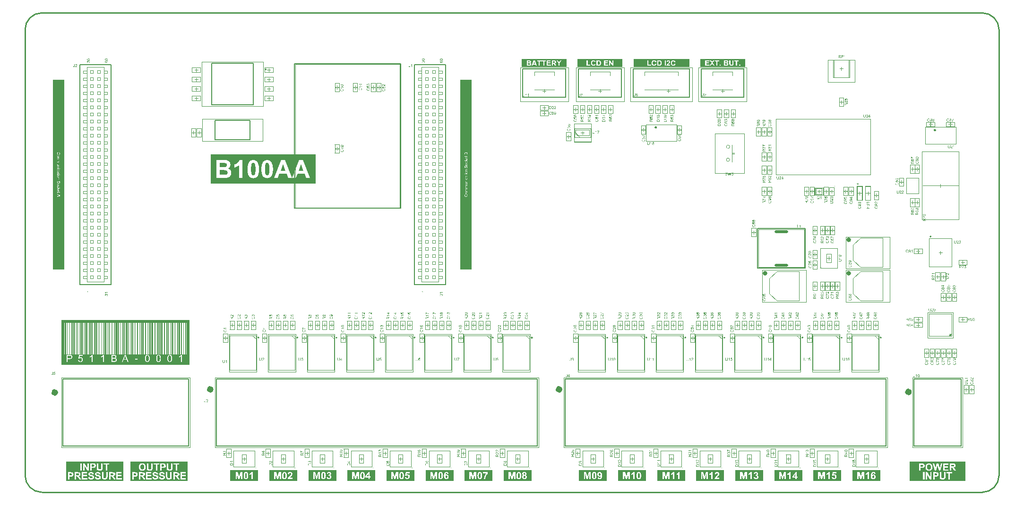
<source format=gto>
G04*
G04 #@! TF.GenerationSoftware,Altium Limited,Altium Designer,20.0.13 (296)*
G04*
G04 Layer_Color=65535*
%FSLAX25Y25*%
%MOIN*%
G70*
G01*
G75*
%ADD10C,0.00787*%
%ADD11C,0.00394*%
%ADD12C,0.03937*%
%ADD13C,0.00984*%
%ADD14C,0.01575*%
%ADD15C,0.00500*%
%ADD16C,0.01968*%
%ADD17C,0.00787*%
%ADD18C,0.00197*%
%ADD19C,0.01000*%
%ADD20C,0.00079*%
%ADD21C,0.00394*%
G36*
X566651Y294889D02*
X566402D01*
Y296466D01*
X566400Y296464D01*
X566399Y296462D01*
X566394Y296457D01*
X566387Y296452D01*
X566376Y296443D01*
X566365Y296434D01*
X566353Y296424D01*
X566339Y296412D01*
X566304Y296387D01*
X566264Y296357D01*
X566219Y296326D01*
X566166Y296294D01*
X566164Y296293D01*
X566159Y296291D01*
X566152Y296286D01*
X566142Y296281D01*
X566129Y296273D01*
X566115Y296266D01*
X566098Y296256D01*
X566080Y296247D01*
X566040Y296226D01*
X565996Y296205D01*
X565951Y296184D01*
X565907Y296167D01*
Y296406D01*
X565909Y296408D01*
X565916Y296412D01*
X565928Y296417D01*
X565942Y296424D01*
X565960Y296433D01*
X565980Y296445D01*
X566003Y296457D01*
X566030Y296473D01*
X566057Y296489D01*
X566085Y296508D01*
X566147Y296548D01*
X566210Y296594D01*
X566269Y296643D01*
X566271Y296644D01*
X566276Y296650D01*
X566283Y296657D01*
X566295Y296667D01*
X566308Y296679D01*
X566322Y296693D01*
X566337Y296711D01*
X566355Y296728D01*
X566392Y296770D01*
X566429Y296816D01*
X566462Y296865D01*
X566477Y296889D01*
X566490Y296914D01*
X566651D01*
Y294889D01*
D02*
G37*
G36*
X565471Y296669D02*
X564377D01*
Y296044D01*
X565324D01*
Y295806D01*
X564377D01*
Y294889D01*
X564110D01*
Y296907D01*
X565471D01*
Y296669D01*
D02*
G37*
G36*
X563027Y296905D02*
X563053Y296903D01*
X563081Y296902D01*
X563112Y296900D01*
X563179Y296893D01*
X563247Y296884D01*
X563280Y296877D01*
X563312Y296870D01*
X563342Y296862D01*
X563370Y296851D01*
X563371D01*
X563377Y296849D01*
X563383Y296846D01*
X563392Y296841D01*
X563405Y296833D01*
X563418Y296827D01*
X563450Y296807D01*
X563485Y296781D01*
X563504Y296765D01*
X563523Y296748D01*
X563541Y296728D01*
X563560Y296706D01*
X563578Y296683D01*
X563593Y296658D01*
X563595Y296657D01*
X563597Y296652D01*
X563600Y296644D01*
X563608Y296634D01*
X563613Y296622D01*
X563620Y296606D01*
X563628Y296588D01*
X563635Y296569D01*
X563644Y296548D01*
X563651Y296526D01*
X563665Y296473D01*
X563674Y296417D01*
X563676Y296387D01*
X563678Y296356D01*
Y296354D01*
Y296347D01*
Y296335D01*
X563676Y296321D01*
X563674Y296302D01*
X563670Y296281D01*
X563665Y296256D01*
X563660Y296230D01*
X563653Y296203D01*
X563644Y296174D01*
X563632Y296144D01*
X563618Y296112D01*
X563602Y296083D01*
X563583Y296051D01*
X563562Y296022D01*
X563538Y295993D01*
X563536Y295992D01*
X563530Y295987D01*
X563523Y295979D01*
X563511Y295971D01*
X563497Y295958D01*
X563478Y295944D01*
X563457Y295931D01*
X563433Y295915D01*
X563405Y295899D01*
X563373Y295883D01*
X563336Y295867D01*
X563298Y295853D01*
X563256Y295839D01*
X563210Y295827D01*
X563161Y295817D01*
X563109Y295808D01*
X563110D01*
X563114Y295806D01*
X563119Y295803D01*
X563126Y295799D01*
X563145Y295789D01*
X563168Y295777D01*
X563195Y295761D01*
X563223Y295743D01*
X563247Y295726D01*
X563270Y295706D01*
X563272Y295705D01*
X563275Y295701D01*
X563282Y295696D01*
X563289Y295687D01*
X563300Y295677D01*
X563312Y295664D01*
X563326Y295651D01*
X563342Y295633D01*
X563357Y295614D01*
X563375Y295595D01*
X563412Y295549D01*
X563452Y295497D01*
X563490Y295439D01*
X563840Y294889D01*
X563506D01*
X563240Y295309D01*
X563238Y295311D01*
X563235Y295318D01*
X563230Y295327D01*
X563221Y295339D01*
X563210Y295355D01*
X563200Y295372D01*
X563186Y295391D01*
X563172Y295411D01*
X563142Y295456D01*
X563109Y295502D01*
X563077Y295545D01*
X563062Y295566D01*
X563048Y295586D01*
Y295587D01*
X563044Y295589D01*
X563040Y295595D01*
X563035Y295602D01*
X563021Y295619D01*
X563002Y295640D01*
X562981Y295661D01*
X562958Y295684D01*
X562934Y295705D01*
X562911Y295720D01*
X562909Y295722D01*
X562900Y295727D01*
X562888Y295733D01*
X562874Y295741D01*
X562855Y295750D01*
X562836Y295759D01*
X562813Y295768D01*
X562790Y295775D01*
X562788D01*
X562781Y295777D01*
X562771Y295778D01*
X562755Y295780D01*
X562734Y295782D01*
X562708Y295783D01*
X562678Y295785D01*
X562333D01*
Y294889D01*
X562066D01*
Y296907D01*
X563004D01*
X563027Y296905D01*
D02*
G37*
G36*
X281856Y294456D02*
X281886D01*
X281921Y294455D01*
X281960Y294453D01*
X282001Y294449D01*
X282047Y294446D01*
X282092Y294441D01*
X282189Y294426D01*
X282236Y294420D01*
X282283Y294409D01*
X282329Y294397D01*
X282371Y294385D01*
X282372D01*
X282380Y294381D01*
X282392Y294377D01*
X282406Y294371D01*
X282425Y294363D01*
X282446Y294353D01*
X282469Y294342D01*
X282493Y294330D01*
X282547Y294299D01*
X282604Y294262D01*
X282658Y294216D01*
X282684Y294192D01*
X282707Y294166D01*
X282709Y294164D01*
X282712Y294159D01*
X282717Y294152D01*
X282724Y294140D01*
X282735Y294126D01*
X282744Y294108D01*
X282754Y294089D01*
X282765Y294066D01*
X282777Y294040D01*
X282787Y294014D01*
X282796Y293982D01*
X282805Y293951D01*
X282814Y293916D01*
X282819Y293879D01*
X282822Y293840D01*
X282824Y293800D01*
Y293788D01*
X282822Y293772D01*
X282821Y293751D01*
X282817Y293726D01*
X282814Y293699D01*
X282806Y293667D01*
X282798Y293634D01*
X282787Y293597D01*
X282773Y293560D01*
X282757Y293522D01*
X282736Y293483D01*
X282714Y293445D01*
X282686Y293410D01*
X282654Y293375D01*
X282617Y293341D01*
X282614Y293340D01*
X282605Y293333D01*
X282590Y293324D01*
X282569Y293310D01*
X282540Y293296D01*
X282507Y293279D01*
X282467Y293261D01*
X282420Y293242D01*
X282365Y293222D01*
X282306Y293205D01*
X282238Y293187D01*
X282164Y293174D01*
X282124Y293166D01*
X282084Y293161D01*
X282040Y293156D01*
X281995Y293151D01*
X281947Y293147D01*
X281900Y293144D01*
X281849Y293142D01*
X281797D01*
X281795D01*
X281793D01*
X281788D01*
X281781D01*
X281762D01*
X281737Y293144D01*
X281708D01*
X281673Y293145D01*
X281634Y293149D01*
X281590Y293151D01*
X281546Y293156D01*
X281499Y293160D01*
X281403Y293174D01*
X281356Y293182D01*
X281309Y293191D01*
X281263Y293203D01*
X281221Y293215D01*
X281219Y293217D01*
X281210Y293219D01*
X281200Y293222D01*
X281184Y293230D01*
X281167Y293236D01*
X281146Y293247D01*
X281123Y293257D01*
X281097Y293270D01*
X281043Y293301D01*
X280986Y293338D01*
X280932Y293384D01*
X280908Y293408D01*
X280885Y293434D01*
X280883Y293436D01*
X280880Y293441D01*
X280874Y293450D01*
X280866Y293460D01*
X280857Y293475D01*
X280847Y293492D01*
X280836Y293511D01*
X280825Y293534D01*
X280815Y293560D01*
X280803Y293588D01*
X280794Y293618D01*
X280785Y293650D01*
X280777Y293685D01*
X280771Y293721D01*
X280768Y293760D01*
X280766Y293800D01*
Y293816D01*
X280768Y293828D01*
Y293842D01*
X280769Y293858D01*
X280771Y293875D01*
X280775Y293896D01*
X280782Y293940D01*
X280794Y293987D01*
X280810Y294036D01*
X280833Y294083D01*
Y294085D01*
X280836Y294089D01*
X280839Y294096D01*
X280845Y294105D01*
X280852Y294115D01*
X280859Y294127D01*
X280880Y294155D01*
X280908Y294188D01*
X280939Y294222D01*
X280978Y294255D01*
X281021Y294286D01*
X281023Y294288D01*
X281027Y294290D01*
X281034Y294293D01*
X281043Y294301D01*
X281055Y294306D01*
X281069Y294315D01*
X281086Y294323D01*
X281105Y294332D01*
X281125Y294342D01*
X281148Y294353D01*
X281174Y294363D01*
X281200Y294374D01*
X281258Y294393D01*
X281321Y294412D01*
X281323D01*
X281329Y294414D01*
X281338Y294416D01*
X281352Y294420D01*
X281371Y294423D01*
X281393Y294426D01*
X281417Y294432D01*
X281447Y294435D01*
X281478Y294439D01*
X281515Y294444D01*
X281554Y294447D01*
X281595Y294451D01*
X281641Y294455D01*
X281690Y294456D01*
X281743Y294458D01*
X281797D01*
X281799D01*
X281800D01*
X281805D01*
X281813D01*
X281832D01*
X281856Y294456D01*
D02*
G37*
G36*
X45636D02*
X45665D01*
X45700Y294455D01*
X45739Y294453D01*
X45781Y294449D01*
X45827Y294446D01*
X45872Y294441D01*
X45968Y294426D01*
X46016Y294420D01*
X46063Y294409D01*
X46108Y294397D01*
X46150Y294385D01*
X46152D01*
X46159Y294381D01*
X46171Y294377D01*
X46185Y294371D01*
X46205Y294363D01*
X46226Y294353D01*
X46248Y294342D01*
X46273Y294330D01*
X46327Y294299D01*
X46383Y294262D01*
X46437Y294216D01*
X46464Y294192D01*
X46486Y294166D01*
X46488Y294164D01*
X46492Y294159D01*
X46497Y294152D01*
X46504Y294140D01*
X46514Y294126D01*
X46523Y294108D01*
X46534Y294089D01*
X46544Y294066D01*
X46556Y294040D01*
X46567Y294014D01*
X46575Y293982D01*
X46584Y293951D01*
X46593Y293916D01*
X46598Y293879D01*
X46602Y293840D01*
X46604Y293800D01*
Y293788D01*
X46602Y293772D01*
X46600Y293751D01*
X46597Y293726D01*
X46593Y293699D01*
X46586Y293667D01*
X46577Y293634D01*
X46567Y293597D01*
X46553Y293560D01*
X46537Y293522D01*
X46516Y293483D01*
X46493Y293445D01*
X46465Y293410D01*
X46434Y293375D01*
X46397Y293341D01*
X46393Y293340D01*
X46385Y293333D01*
X46369Y293324D01*
X46348Y293310D01*
X46320Y293296D01*
X46287Y293279D01*
X46246Y293261D01*
X46199Y293242D01*
X46145Y293222D01*
X46086Y293205D01*
X46017Y293187D01*
X45944Y293174D01*
X45904Y293166D01*
X45863Y293161D01*
X45820Y293156D01*
X45774Y293151D01*
X45727Y293147D01*
X45680Y293144D01*
X45629Y293142D01*
X45576D01*
X45575D01*
X45573D01*
X45568D01*
X45561D01*
X45541D01*
X45517Y293144D01*
X45487D01*
X45452Y293145D01*
X45414Y293149D01*
X45370Y293151D01*
X45326Y293156D01*
X45279Y293160D01*
X45182Y293174D01*
X45135Y293182D01*
X45088Y293191D01*
X45042Y293203D01*
X45000Y293215D01*
X44999Y293217D01*
X44990Y293219D01*
X44980Y293222D01*
X44964Y293230D01*
X44946Y293236D01*
X44925Y293247D01*
X44903Y293257D01*
X44876Y293270D01*
X44822Y293301D01*
X44766Y293338D01*
X44712Y293384D01*
X44687Y293408D01*
X44664Y293434D01*
X44663Y293436D01*
X44659Y293441D01*
X44654Y293450D01*
X44645Y293460D01*
X44636Y293475D01*
X44626Y293492D01*
X44616Y293511D01*
X44605Y293534D01*
X44594Y293560D01*
X44582Y293588D01*
X44574Y293618D01*
X44565Y293650D01*
X44556Y293685D01*
X44551Y293721D01*
X44547Y293760D01*
X44546Y293800D01*
Y293816D01*
X44547Y293828D01*
Y293842D01*
X44549Y293858D01*
X44551Y293875D01*
X44554Y293896D01*
X44561Y293940D01*
X44574Y293987D01*
X44589Y294036D01*
X44612Y294083D01*
Y294085D01*
X44616Y294089D01*
X44619Y294096D01*
X44624Y294105D01*
X44631Y294115D01*
X44638Y294127D01*
X44659Y294155D01*
X44687Y294188D01*
X44719Y294222D01*
X44757Y294255D01*
X44801Y294286D01*
X44803Y294288D01*
X44806Y294290D01*
X44813Y294293D01*
X44822Y294301D01*
X44834Y294306D01*
X44848Y294315D01*
X44866Y294323D01*
X44885Y294332D01*
X44904Y294342D01*
X44927Y294353D01*
X44953Y294363D01*
X44980Y294374D01*
X45037Y294393D01*
X45100Y294412D01*
X45102D01*
X45109Y294414D01*
X45118Y294416D01*
X45132Y294420D01*
X45151Y294423D01*
X45172Y294426D01*
X45197Y294432D01*
X45226Y294435D01*
X45258Y294439D01*
X45294Y294444D01*
X45333Y294447D01*
X45375Y294451D01*
X45421Y294455D01*
X45469Y294456D01*
X45522Y294458D01*
X45576D01*
X45578D01*
X45580D01*
X45585D01*
X45592D01*
X45611D01*
X45636Y294456D01*
D02*
G37*
G36*
X269156Y294444D02*
X269186D01*
X269221Y294442D01*
X269260Y294441D01*
X269302Y294437D01*
X269347Y294433D01*
X269392Y294428D01*
X269489Y294414D01*
X269536Y294407D01*
X269583Y294397D01*
X269629Y294385D01*
X269671Y294372D01*
X269672D01*
X269679Y294369D01*
X269692Y294365D01*
X269706Y294358D01*
X269725Y294351D01*
X269746Y294341D01*
X269769Y294330D01*
X269793Y294318D01*
X269847Y294286D01*
X269903Y294250D01*
X269958Y294204D01*
X269984Y294180D01*
X270007Y294153D01*
X270008Y294152D01*
X270012Y294146D01*
X270017Y294140D01*
X270024Y294127D01*
X270035Y294113D01*
X270043Y294096D01*
X270054Y294076D01*
X270064Y294054D01*
X270077Y294027D01*
X270087Y294001D01*
X270096Y293970D01*
X270105Y293938D01*
X270113Y293903D01*
X270119Y293866D01*
X270122Y293828D01*
X270124Y293788D01*
Y293776D01*
X270122Y293760D01*
X270121Y293739D01*
X270117Y293714D01*
X270113Y293686D01*
X270107Y293655D01*
X270098Y293621D01*
X270087Y293585D01*
X270073Y293548D01*
X270058Y293510D01*
X270037Y293471D01*
X270014Y293432D01*
X269986Y293397D01*
X269954Y293362D01*
X269917Y293329D01*
X269914Y293327D01*
X269905Y293320D01*
X269889Y293312D01*
X269868Y293298D01*
X269841Y293284D01*
X269807Y293266D01*
X269767Y293249D01*
X269720Y293230D01*
X269666Y293210D01*
X269606Y293193D01*
X269538Y293175D01*
X269464Y293161D01*
X269424Y293154D01*
X269384Y293149D01*
X269340Y293144D01*
X269295Y293139D01*
X269247Y293135D01*
X269200Y293131D01*
X269149Y293130D01*
X269097D01*
X269095D01*
X269093D01*
X269088D01*
X269081D01*
X269062D01*
X269037Y293131D01*
X269007D01*
X268972Y293133D01*
X268934Y293137D01*
X268890Y293139D01*
X268847Y293144D01*
X268799Y293147D01*
X268703Y293161D01*
X268656Y293170D01*
X268608Y293179D01*
X268563Y293191D01*
X268521Y293203D01*
X268519Y293205D01*
X268511Y293207D01*
X268500Y293210D01*
X268484Y293217D01*
X268467Y293224D01*
X268446Y293235D01*
X268423Y293245D01*
X268397Y293257D01*
X268342Y293289D01*
X268286Y293326D01*
X268232Y293371D01*
X268208Y293396D01*
X268185Y293422D01*
X268183Y293424D01*
X268180Y293429D01*
X268175Y293438D01*
X268166Y293448D01*
X268157Y293462D01*
X268146Y293480D01*
X268136Y293499D01*
X268126Y293522D01*
X268115Y293548D01*
X268103Y293576D01*
X268094Y293606D01*
X268085Y293637D01*
X268076Y293672D01*
X268071Y293709D01*
X268068Y293747D01*
X268066Y293788D01*
Y293804D01*
X268068Y293816D01*
Y293830D01*
X268070Y293846D01*
X268071Y293863D01*
X268075Y293884D01*
X268082Y293928D01*
X268094Y293975D01*
X268110Y294024D01*
X268132Y294071D01*
Y294073D01*
X268136Y294076D01*
X268140Y294083D01*
X268145Y294092D01*
X268152Y294103D01*
X268159Y294115D01*
X268180Y294143D01*
X268208Y294176D01*
X268239Y294210D01*
X268278Y294243D01*
X268321Y294274D01*
X268323Y294276D01*
X268327Y294278D01*
X268334Y294281D01*
X268342Y294288D01*
X268355Y294293D01*
X268369Y294302D01*
X268386Y294311D01*
X268406Y294320D01*
X268425Y294330D01*
X268447Y294341D01*
X268474Y294351D01*
X268500Y294362D01*
X268558Y294381D01*
X268621Y294400D01*
X268622D01*
X268630Y294402D01*
X268638Y294404D01*
X268652Y294407D01*
X268671Y294411D01*
X268692Y294414D01*
X268717Y294420D01*
X268747Y294423D01*
X268778Y294426D01*
X268815Y294432D01*
X268853Y294435D01*
X268896Y294439D01*
X268941Y294442D01*
X268990Y294444D01*
X269042Y294446D01*
X269097D01*
X269098D01*
X269100D01*
X269106D01*
X269112D01*
X269132D01*
X269156Y294444D01*
D02*
G37*
G36*
X32936D02*
X32965D01*
X33000Y294442D01*
X33039Y294441D01*
X33081Y294437D01*
X33127Y294433D01*
X33172Y294428D01*
X33268Y294414D01*
X33316Y294407D01*
X33363Y294397D01*
X33408Y294385D01*
X33450Y294372D01*
X33452D01*
X33459Y294369D01*
X33471Y294365D01*
X33485Y294358D01*
X33505Y294351D01*
X33525Y294341D01*
X33548Y294330D01*
X33573Y294318D01*
X33627Y294286D01*
X33683Y294250D01*
X33737Y294204D01*
X33764Y294180D01*
X33786Y294153D01*
X33788Y294152D01*
X33792Y294146D01*
X33797Y294140D01*
X33804Y294127D01*
X33814Y294113D01*
X33823Y294096D01*
X33834Y294076D01*
X33844Y294054D01*
X33856Y294027D01*
X33867Y294001D01*
X33876Y293970D01*
X33884Y293938D01*
X33893Y293903D01*
X33898Y293866D01*
X33902Y293828D01*
X33904Y293788D01*
Y293776D01*
X33902Y293760D01*
X33900Y293739D01*
X33896Y293714D01*
X33893Y293686D01*
X33886Y293655D01*
X33877Y293621D01*
X33867Y293585D01*
X33853Y293548D01*
X33837Y293510D01*
X33816Y293471D01*
X33793Y293432D01*
X33765Y293397D01*
X33734Y293362D01*
X33697Y293329D01*
X33694Y293327D01*
X33685Y293320D01*
X33669Y293312D01*
X33648Y293298D01*
X33620Y293284D01*
X33587Y293266D01*
X33547Y293249D01*
X33499Y293230D01*
X33445Y293210D01*
X33386Y293193D01*
X33317Y293175D01*
X33244Y293161D01*
X33204Y293154D01*
X33163Y293149D01*
X33119Y293144D01*
X33074Y293139D01*
X33027Y293135D01*
X32980Y293131D01*
X32929Y293130D01*
X32876D01*
X32875D01*
X32873D01*
X32868D01*
X32860D01*
X32841D01*
X32817Y293131D01*
X32787D01*
X32752Y293133D01*
X32713Y293137D01*
X32670Y293139D01*
X32626Y293144D01*
X32579Y293147D01*
X32482Y293161D01*
X32435Y293170D01*
X32388Y293179D01*
X32342Y293191D01*
X32300Y293203D01*
X32299Y293205D01*
X32290Y293207D01*
X32280Y293210D01*
X32264Y293217D01*
X32246Y293224D01*
X32225Y293235D01*
X32203Y293245D01*
X32176Y293257D01*
X32122Y293289D01*
X32066Y293326D01*
X32012Y293371D01*
X31987Y293396D01*
X31964Y293422D01*
X31963Y293424D01*
X31959Y293429D01*
X31954Y293438D01*
X31945Y293448D01*
X31936Y293462D01*
X31926Y293480D01*
X31916Y293499D01*
X31905Y293522D01*
X31894Y293548D01*
X31882Y293576D01*
X31874Y293606D01*
X31865Y293637D01*
X31856Y293672D01*
X31851Y293709D01*
X31847Y293747D01*
X31846Y293788D01*
Y293804D01*
X31847Y293816D01*
Y293830D01*
X31849Y293846D01*
X31851Y293863D01*
X31854Y293884D01*
X31861Y293928D01*
X31874Y293975D01*
X31889Y294024D01*
X31912Y294071D01*
Y294073D01*
X31916Y294076D01*
X31919Y294083D01*
X31924Y294092D01*
X31931Y294103D01*
X31938Y294115D01*
X31959Y294143D01*
X31987Y294176D01*
X32019Y294210D01*
X32057Y294243D01*
X32101Y294274D01*
X32103Y294276D01*
X32106Y294278D01*
X32113Y294281D01*
X32122Y294288D01*
X32134Y294293D01*
X32148Y294302D01*
X32166Y294311D01*
X32185Y294320D01*
X32204Y294330D01*
X32227Y294341D01*
X32253Y294351D01*
X32280Y294362D01*
X32337Y294381D01*
X32400Y294400D01*
X32402D01*
X32409Y294402D01*
X32418Y294404D01*
X32432Y294407D01*
X32451Y294411D01*
X32472Y294414D01*
X32497Y294420D01*
X32526Y294423D01*
X32558Y294426D01*
X32594Y294432D01*
X32633Y294435D01*
X32675Y294439D01*
X32721Y294442D01*
X32770Y294444D01*
X32822Y294446D01*
X32876D01*
X32878D01*
X32880D01*
X32885D01*
X32892D01*
X32911D01*
X32936Y294444D01*
D02*
G37*
G36*
X269522Y292883D02*
X269539Y292881D01*
X269562Y292880D01*
X269588Y292874D01*
X269618Y292869D01*
X269652Y292860D01*
X269685Y292850D01*
X269722Y292838D01*
X269758Y292822D01*
X269797Y292803D01*
X269833Y292780D01*
X269872Y292755D01*
X269909Y292725D01*
X269944Y292690D01*
X269946Y292689D01*
X269951Y292682D01*
X269961Y292671D01*
X269972Y292655D01*
X269986Y292636D01*
X270002Y292614D01*
X270017Y292587D01*
X270035Y292558D01*
X270052Y292524D01*
X270068Y292488D01*
X270084Y292447D01*
X270098Y292404D01*
X270108Y292358D01*
X270117Y292309D01*
X270124Y292258D01*
X270126Y292204D01*
Y292192D01*
X270124Y292178D01*
Y292160D01*
X270121Y292138D01*
X270117Y292111D01*
X270112Y292081D01*
X270107Y292050D01*
X270098Y292015D01*
X270087Y291980D01*
X270075Y291943D01*
X270059Y291906D01*
X270042Y291868D01*
X270021Y291833D01*
X269996Y291796D01*
X269968Y291763D01*
X269967Y291761D01*
X269961Y291756D01*
X269953Y291747D01*
X269938Y291735D01*
X269923Y291721D01*
X269905Y291707D01*
X269882Y291689D01*
X269856Y291672D01*
X269828Y291654D01*
X269798Y291637D01*
X269763Y291621D01*
X269727Y291605D01*
X269688Y291592D01*
X269646Y291579D01*
X269602Y291570D01*
X269557Y291564D01*
X269524Y291812D01*
X269526D01*
X269532Y291814D01*
X269543Y291817D01*
X269559Y291821D01*
X269576Y291824D01*
X269596Y291831D01*
X269618Y291838D01*
X269641Y291845D01*
X269692Y291866D01*
X269741Y291891D01*
X269765Y291905D01*
X269788Y291920D01*
X269809Y291938D01*
X269828Y291955D01*
X269830Y291957D01*
X269832Y291961D01*
X269837Y291966D01*
X269842Y291975D01*
X269849Y291984D01*
X269858Y291996D01*
X269867Y292010D01*
X269874Y292025D01*
X269891Y292062D01*
X269907Y292104D01*
X269917Y292153D01*
X269919Y292179D01*
X269921Y292206D01*
Y292223D01*
X269919Y292235D01*
X269917Y292249D01*
X269914Y292267D01*
X269911Y292286D01*
X269905Y292309D01*
X269900Y292332D01*
X269891Y292354D01*
X269882Y292379D01*
X269870Y292405D01*
X269856Y292430D01*
X269841Y292454D01*
X269821Y292479D01*
X269800Y292501D01*
X269798Y292503D01*
X269795Y292507D01*
X269788Y292512D01*
X269779Y292521D01*
X269767Y292530D01*
X269753Y292540D01*
X269736Y292550D01*
X269718Y292563D01*
X269697Y292573D01*
X269674Y292584D01*
X269650Y292594D01*
X269623Y292603D01*
X269596Y292612D01*
X269566Y292617D01*
X269534Y292620D01*
X269501Y292622D01*
X269499D01*
X269494D01*
X269485D01*
X269473Y292620D01*
X269457Y292619D01*
X269442Y292617D01*
X269422Y292614D01*
X269401Y292608D01*
X269357Y292594D01*
X269333Y292585D01*
X269310Y292575D01*
X269286Y292563D01*
X269263Y292547D01*
X269240Y292530D01*
X269219Y292510D01*
X269217Y292509D01*
X269214Y292505D01*
X269209Y292498D01*
X269202Y292491D01*
X269193Y292479D01*
X269184Y292466D01*
X269174Y292451D01*
X269163Y292433D01*
X269155Y292414D01*
X269144Y292391D01*
X269135Y292369D01*
X269127Y292344D01*
X269120Y292316D01*
X269114Y292288D01*
X269111Y292258D01*
X269109Y292227D01*
Y292214D01*
X269111Y292199D01*
X269112Y292179D01*
X269116Y292153D01*
X269120Y292124D01*
X269127Y292090D01*
X269135Y292052D01*
X268918Y292080D01*
Y292083D01*
X268920Y292094D01*
X268922Y292108D01*
Y292136D01*
X268920Y292146D01*
Y292160D01*
X268917Y292176D01*
X268915Y292195D01*
X268911Y292214D01*
X268901Y292258D01*
X268887Y292305D01*
X268866Y292354D01*
X268853Y292379D01*
X268840Y292404D01*
X268838Y292405D01*
X268836Y292409D01*
X268831Y292416D01*
X268824Y292423D01*
X268815Y292433D01*
X268805Y292444D01*
X268792Y292454D01*
X268776Y292466D01*
X268759Y292479D01*
X268741Y292489D01*
X268721Y292500D01*
X268698Y292510D01*
X268671Y292517D01*
X268645Y292524D01*
X268616Y292528D01*
X268584Y292530D01*
X268582D01*
X268579D01*
X268572D01*
X268561Y292528D01*
X268551Y292526D01*
X268537Y292524D01*
X268505Y292517D01*
X268470Y292507D01*
X268432Y292491D01*
X268414Y292480D01*
X268395Y292468D01*
X268377Y292453D01*
X268360Y292437D01*
X268358Y292435D01*
X268356Y292433D01*
X268351Y292428D01*
X268346Y292419D01*
X268339Y292410D01*
X268332Y292400D01*
X268323Y292388D01*
X268315Y292372D01*
X268297Y292339D01*
X268283Y292297D01*
X268272Y292251D01*
X268271Y292225D01*
X268269Y292199D01*
Y292185D01*
X268271Y292174D01*
X268272Y292162D01*
X268274Y292148D01*
X268280Y292115D01*
X268292Y292078D01*
X268307Y292038D01*
X268318Y292017D01*
X268330Y291998D01*
X268344Y291978D01*
X268360Y291959D01*
X268362Y291957D01*
X268363Y291955D01*
X268369Y291950D01*
X268377Y291943D01*
X268386Y291936D01*
X268398Y291928D01*
X268412Y291917D01*
X268428Y291908D01*
X268446Y291898D01*
X268467Y291887D01*
X268490Y291877D01*
X268514Y291866D01*
X268540Y291858D01*
X268568Y291849D01*
X268600Y291842D01*
X268633Y291837D01*
X268589Y291588D01*
X268586D01*
X268579Y291590D01*
X268565Y291593D01*
X268549Y291597D01*
X268528Y291604D01*
X268503Y291611D01*
X268477Y291619D01*
X268447Y291630D01*
X268418Y291642D01*
X268386Y291658D01*
X268355Y291674D01*
X268321Y291693D01*
X268290Y291714D01*
X268260Y291739D01*
X268231Y291765D01*
X268204Y291793D01*
X268202Y291794D01*
X268199Y291800D01*
X268192Y291809D01*
X268183Y291823D01*
X268173Y291838D01*
X268161Y291856D01*
X268148Y291879D01*
X268134Y291903D01*
X268122Y291931D01*
X268110Y291961D01*
X268097Y291994D01*
X268087Y292029D01*
X268078Y292068D01*
X268071Y292108D01*
X268068Y292150D01*
X268066Y292194D01*
Y292209D01*
X268068Y292221D01*
Y292235D01*
X268070Y292253D01*
X268071Y292272D01*
X268075Y292293D01*
X268084Y292340D01*
X268096Y292393D01*
X268113Y292445D01*
X268138Y292498D01*
Y292500D01*
X268141Y292505D01*
X268145Y292512D01*
X268150Y292521D01*
X268157Y292533D01*
X268166Y292545D01*
X268189Y292577D01*
X268215Y292610D01*
X268248Y292645D01*
X268286Y292680D01*
X268330Y292710D01*
X268332Y292711D01*
X268336Y292713D01*
X268342Y292717D01*
X268351Y292722D01*
X268363Y292727D01*
X268376Y292734D01*
X268391Y292741D01*
X268409Y292748D01*
X268447Y292760D01*
X268491Y292773D01*
X268540Y292781D01*
X268565Y292785D01*
X268591D01*
X268593D01*
X268596D01*
X268603D01*
X268612Y292783D01*
X268624D01*
X268638Y292781D01*
X268670Y292776D01*
X268706Y292768D01*
X268747Y292755D01*
X268787Y292738D01*
X268829Y292713D01*
X268831D01*
X268834Y292710D01*
X268840Y292706D01*
X268847Y292701D01*
X268866Y292684D01*
X268890Y292661D01*
X268917Y292633D01*
X268946Y292596D01*
X268972Y292554D01*
X268999Y292507D01*
Y292509D01*
X269001Y292515D01*
X269004Y292524D01*
X269007Y292536D01*
X269013Y292550D01*
X269018Y292568D01*
X269027Y292587D01*
X269036Y292608D01*
X269058Y292654D01*
X269072Y292676D01*
X269088Y292699D01*
X269106Y292722D01*
X269127Y292745D01*
X269147Y292766D01*
X269170Y292785D01*
X269172Y292787D01*
X269176Y292789D01*
X269184Y292794D01*
X269193Y292801D01*
X269207Y292808D01*
X269221Y292816D01*
X269238Y292825D01*
X269260Y292836D01*
X269282Y292845D01*
X269307Y292853D01*
X269333Y292862D01*
X269363Y292869D01*
X269392Y292876D01*
X269426Y292881D01*
X269459Y292883D01*
X269496Y292885D01*
X269499D01*
X269508D01*
X269522Y292883D01*
D02*
G37*
G36*
X33301D02*
X33319Y292881D01*
X33342Y292880D01*
X33368Y292874D01*
X33398Y292869D01*
X33431Y292860D01*
X33464Y292850D01*
X33501Y292838D01*
X33538Y292822D01*
X33576Y292803D01*
X33613Y292780D01*
X33652Y292755D01*
X33688Y292725D01*
X33723Y292690D01*
X33725Y292689D01*
X33730Y292682D01*
X33741Y292671D01*
X33751Y292655D01*
X33765Y292636D01*
X33781Y292614D01*
X33797Y292587D01*
X33814Y292558D01*
X33832Y292524D01*
X33847Y292488D01*
X33863Y292447D01*
X33877Y292404D01*
X33888Y292358D01*
X33896Y292309D01*
X33904Y292258D01*
X33905Y292204D01*
Y292192D01*
X33904Y292178D01*
Y292160D01*
X33900Y292138D01*
X33896Y292111D01*
X33891Y292081D01*
X33886Y292050D01*
X33877Y292015D01*
X33867Y291980D01*
X33854Y291943D01*
X33839Y291906D01*
X33821Y291868D01*
X33800Y291833D01*
X33776Y291796D01*
X33748Y291763D01*
X33746Y291761D01*
X33741Y291756D01*
X33732Y291747D01*
X33718Y291735D01*
X33702Y291721D01*
X33685Y291707D01*
X33662Y291689D01*
X33636Y291672D01*
X33608Y291654D01*
X33578Y291637D01*
X33543Y291621D01*
X33506Y291605D01*
X33468Y291592D01*
X33426Y291579D01*
X33382Y291570D01*
X33336Y291564D01*
X33303Y291812D01*
X33305D01*
X33312Y291814D01*
X33323Y291817D01*
X33338Y291821D01*
X33356Y291824D01*
X33375Y291831D01*
X33398Y291838D01*
X33421Y291845D01*
X33471Y291866D01*
X33520Y291891D01*
X33545Y291905D01*
X33568Y291920D01*
X33588Y291938D01*
X33608Y291955D01*
X33610Y291957D01*
X33611Y291961D01*
X33617Y291966D01*
X33622Y291975D01*
X33629Y291984D01*
X33637Y291996D01*
X33646Y292010D01*
X33653Y292025D01*
X33671Y292062D01*
X33687Y292104D01*
X33697Y292153D01*
X33699Y292179D01*
X33700Y292206D01*
Y292223D01*
X33699Y292235D01*
X33697Y292249D01*
X33694Y292267D01*
X33690Y292286D01*
X33685Y292309D01*
X33680Y292332D01*
X33671Y292354D01*
X33662Y292379D01*
X33650Y292405D01*
X33636Y292430D01*
X33620Y292454D01*
X33601Y292479D01*
X33580Y292501D01*
X33578Y292503D01*
X33575Y292507D01*
X33568Y292512D01*
X33559Y292521D01*
X33547Y292530D01*
X33533Y292540D01*
X33515Y292550D01*
X33498Y292563D01*
X33476Y292573D01*
X33454Y292584D01*
X33429Y292594D01*
X33403Y292603D01*
X33375Y292612D01*
X33345Y292617D01*
X33314Y292620D01*
X33281Y292622D01*
X33279D01*
X33274D01*
X33265D01*
X33253Y292620D01*
X33237Y292619D01*
X33221Y292617D01*
X33202Y292614D01*
X33181Y292608D01*
X33137Y292594D01*
X33112Y292585D01*
X33090Y292575D01*
X33065Y292563D01*
X33042Y292547D01*
X33020Y292530D01*
X32999Y292510D01*
X32997Y292509D01*
X32994Y292505D01*
X32988Y292498D01*
X32981Y292491D01*
X32972Y292479D01*
X32964Y292466D01*
X32953Y292451D01*
X32943Y292433D01*
X32934Y292414D01*
X32923Y292391D01*
X32915Y292369D01*
X32906Y292344D01*
X32899Y292316D01*
X32894Y292288D01*
X32890Y292258D01*
X32888Y292227D01*
Y292214D01*
X32890Y292199D01*
X32892Y292179D01*
X32895Y292153D01*
X32899Y292124D01*
X32906Y292090D01*
X32915Y292052D01*
X32698Y292080D01*
Y292083D01*
X32699Y292094D01*
X32701Y292108D01*
Y292136D01*
X32699Y292146D01*
Y292160D01*
X32696Y292176D01*
X32694Y292195D01*
X32691Y292214D01*
X32680Y292258D01*
X32666Y292305D01*
X32645Y292354D01*
X32633Y292379D01*
X32619Y292404D01*
X32617Y292405D01*
X32616Y292409D01*
X32610Y292416D01*
X32603Y292423D01*
X32594Y292433D01*
X32584Y292444D01*
X32572Y292454D01*
X32556Y292466D01*
X32539Y292479D01*
X32521Y292489D01*
X32500Y292500D01*
X32477Y292510D01*
X32451Y292517D01*
X32425Y292524D01*
X32395Y292528D01*
X32364Y292530D01*
X32362D01*
X32358D01*
X32351D01*
X32341Y292528D01*
X32330Y292526D01*
X32316Y292524D01*
X32285Y292517D01*
X32250Y292507D01*
X32211Y292491D01*
X32194Y292480D01*
X32175Y292468D01*
X32157Y292453D01*
X32140Y292437D01*
X32138Y292435D01*
X32136Y292433D01*
X32131Y292428D01*
X32125Y292419D01*
X32118Y292410D01*
X32111Y292400D01*
X32103Y292388D01*
X32094Y292372D01*
X32076Y292339D01*
X32063Y292297D01*
X32052Y292251D01*
X32050Y292225D01*
X32048Y292199D01*
Y292185D01*
X32050Y292174D01*
X32052Y292162D01*
X32054Y292148D01*
X32059Y292115D01*
X32071Y292078D01*
X32087Y292038D01*
X32098Y292017D01*
X32110Y291998D01*
X32124Y291978D01*
X32140Y291959D01*
X32141Y291957D01*
X32143Y291955D01*
X32148Y291950D01*
X32157Y291943D01*
X32166Y291936D01*
X32178Y291928D01*
X32192Y291917D01*
X32208Y291908D01*
X32225Y291898D01*
X32246Y291887D01*
X32269Y291877D01*
X32293Y291866D01*
X32320Y291858D01*
X32348Y291849D01*
X32379Y291842D01*
X32412Y291837D01*
X32369Y291588D01*
X32365D01*
X32358Y291590D01*
X32344Y291593D01*
X32329Y291597D01*
X32307Y291604D01*
X32283Y291611D01*
X32257Y291619D01*
X32227Y291630D01*
X32197Y291642D01*
X32166Y291658D01*
X32134Y291674D01*
X32101Y291693D01*
X32070Y291714D01*
X32040Y291739D01*
X32010Y291765D01*
X31984Y291793D01*
X31982Y291794D01*
X31978Y291800D01*
X31971Y291809D01*
X31963Y291823D01*
X31952Y291838D01*
X31940Y291856D01*
X31928Y291879D01*
X31914Y291903D01*
X31901Y291931D01*
X31889Y291961D01*
X31877Y291994D01*
X31866Y292029D01*
X31858Y292068D01*
X31851Y292108D01*
X31847Y292150D01*
X31846Y292194D01*
Y292209D01*
X31847Y292221D01*
Y292235D01*
X31849Y292253D01*
X31851Y292272D01*
X31854Y292293D01*
X31863Y292340D01*
X31875Y292393D01*
X31893Y292445D01*
X31917Y292498D01*
Y292500D01*
X31921Y292505D01*
X31924Y292512D01*
X31929Y292521D01*
X31936Y292533D01*
X31945Y292545D01*
X31968Y292577D01*
X31994Y292610D01*
X32028Y292645D01*
X32066Y292680D01*
X32110Y292710D01*
X32111Y292711D01*
X32115Y292713D01*
X32122Y292717D01*
X32131Y292722D01*
X32143Y292727D01*
X32155Y292734D01*
X32171Y292741D01*
X32188Y292748D01*
X32227Y292760D01*
X32271Y292773D01*
X32320Y292781D01*
X32344Y292785D01*
X32370D01*
X32372D01*
X32376D01*
X32383D01*
X32392Y292783D01*
X32404D01*
X32418Y292781D01*
X32449Y292776D01*
X32486Y292768D01*
X32526Y292755D01*
X32566Y292738D01*
X32609Y292713D01*
X32610D01*
X32614Y292710D01*
X32619Y292706D01*
X32626Y292701D01*
X32645Y292684D01*
X32670Y292661D01*
X32696Y292633D01*
X32726Y292596D01*
X32752Y292554D01*
X32778Y292507D01*
Y292509D01*
X32780Y292515D01*
X32783Y292524D01*
X32787Y292536D01*
X32792Y292550D01*
X32798Y292568D01*
X32806Y292587D01*
X32815Y292608D01*
X32838Y292654D01*
X32852Y292676D01*
X32868Y292699D01*
X32885Y292722D01*
X32906Y292745D01*
X32927Y292766D01*
X32950Y292785D01*
X32952Y292787D01*
X32955Y292789D01*
X32964Y292794D01*
X32972Y292801D01*
X32987Y292808D01*
X33000Y292816D01*
X33018Y292825D01*
X33039Y292836D01*
X33062Y292845D01*
X33086Y292853D01*
X33112Y292862D01*
X33142Y292869D01*
X33172Y292876D01*
X33205Y292881D01*
X33239Y292883D01*
X33275Y292885D01*
X33279D01*
X33288D01*
X33301Y292883D01*
D02*
G37*
G36*
X282168Y292895D02*
X282185D01*
X282205Y292894D01*
X282227Y292890D01*
X282252Y292886D01*
X282278Y292883D01*
X282306Y292878D01*
X282364Y292862D01*
X282427Y292843D01*
X282456Y292829D01*
X282488Y292815D01*
X282490Y292813D01*
X282495Y292811D01*
X282504Y292806D01*
X282514Y292799D01*
X282528Y292792D01*
X282544Y292781D01*
X282581Y292755D01*
X282621Y292724D01*
X282663Y292685D01*
X282701Y292640D01*
X282721Y292615D01*
X282738Y292589D01*
X282740Y292587D01*
X282742Y292582D01*
X282745Y292575D01*
X282752Y292565D01*
X282757Y292550D01*
X282765Y292535D01*
X282773Y292515D01*
X282780Y292495D01*
X282789Y292472D01*
X282796Y292447D01*
X282805Y292419D01*
X282810Y292391D01*
X282821Y292330D01*
X282822Y292297D01*
X282824Y292264D01*
Y292249D01*
X282822Y292234D01*
X282821Y292213D01*
X282817Y292186D01*
X282812Y292155D01*
X282805Y292122D01*
X282796Y292085D01*
X282784Y292045D01*
X282768Y292004D01*
X282751Y291963D01*
X282728Y291919D01*
X282701Y291877D01*
X282672Y291837D01*
X282637Y291796D01*
X282596Y291758D01*
X282593Y291756D01*
X282586Y291749D01*
X282572Y291740D01*
X282553Y291728D01*
X282528Y291712D01*
X282497Y291697D01*
X282460Y291679D01*
X282418Y291662D01*
X282369Y291642D01*
X282313Y291625D01*
X282252Y291609D01*
X282185Y291593D01*
X282110Y291581D01*
X282030Y291572D01*
X281942Y291565D01*
X281848Y291564D01*
X281846D01*
X281840D01*
X281834D01*
X281821D01*
X281807Y291565D01*
X281791D01*
X281772D01*
X281751Y291567D01*
X281729Y291569D01*
X281704Y291570D01*
X281678Y291572D01*
X281648Y291576D01*
X281587Y291581D01*
X281522Y291590D01*
X281454Y291602D01*
X281384Y291616D01*
X281312Y291634D01*
X281242Y291654D01*
X281174Y291679D01*
X281109Y291707D01*
X281049Y291740D01*
X281023Y291759D01*
X280997Y291779D01*
X280994Y291780D01*
X280986Y291788D01*
X280976Y291798D01*
X280960Y291814D01*
X280943Y291833D01*
X280924Y291856D01*
X280903Y291882D01*
X280882Y291914D01*
X280860Y291949D01*
X280839Y291987D01*
X280820Y292027D01*
X280803Y292073D01*
X280787Y292122D01*
X280777Y292174D01*
X280768Y292230D01*
X280766Y292288D01*
Y292311D01*
X280768Y292328D01*
X280769Y292348D01*
X280773Y292372D01*
X280777Y292398D01*
X280784Y292426D01*
X280790Y292456D01*
X280799Y292488D01*
X280810Y292521D01*
X280822Y292552D01*
X280838Y292585D01*
X280857Y292617D01*
X280876Y292649D01*
X280901Y292678D01*
X280903Y292680D01*
X280906Y292685D01*
X280915Y292692D01*
X280925Y292703D01*
X280939Y292715D01*
X280955Y292729D01*
X280974Y292743D01*
X280997Y292759D01*
X281021Y292775D01*
X281049Y292790D01*
X281079Y292806D01*
X281113Y292820D01*
X281148Y292834D01*
X281184Y292845D01*
X281226Y292855D01*
X281268Y292862D01*
X281288Y292615D01*
X281286D01*
X281280Y292614D01*
X281274Y292612D01*
X281263Y292610D01*
X281253Y292606D01*
X281239Y292601D01*
X281207Y292591D01*
X281172Y292577D01*
X281137Y292561D01*
X281104Y292542D01*
X281090Y292531D01*
X281076Y292521D01*
X281074Y292519D01*
X281070Y292515D01*
X281065Y292510D01*
X281058Y292503D01*
X281051Y292493D01*
X281043Y292480D01*
X281032Y292466D01*
X281021Y292453D01*
X281002Y292416D01*
X280985Y292374D01*
X280979Y292349D01*
X280974Y292325D01*
X280971Y292299D01*
X280969Y292272D01*
Y292260D01*
X280971Y292253D01*
Y292243D01*
X280973Y292230D01*
X280978Y292202D01*
X280985Y292169D01*
X280997Y292134D01*
X281013Y292099D01*
X281035Y292064D01*
X281037Y292062D01*
X281039Y292059D01*
X281044Y292054D01*
X281051Y292045D01*
X281060Y292034D01*
X281070Y292024D01*
X281084Y292011D01*
X281099Y291998D01*
X281116Y291982D01*
X281134Y291968D01*
X281154Y291952D01*
X281177Y291936D01*
X281202Y291920D01*
X281228Y291906D01*
X281256Y291893D01*
X281286Y291879D01*
X281288D01*
X281293Y291875D01*
X281303Y291873D01*
X281315Y291868D01*
X281333Y291863D01*
X281354Y291858D01*
X281377Y291850D01*
X281405Y291845D01*
X281436Y291838D01*
X281471Y291833D01*
X281510Y291828D01*
X281550Y291823D01*
X281595Y291817D01*
X281645Y291814D01*
X281695Y291812D01*
X281751Y291810D01*
X281750Y291812D01*
X281746Y291814D01*
X281739Y291819D01*
X281729Y291826D01*
X281718Y291835D01*
X281704Y291845D01*
X281674Y291872D01*
X281641Y291903D01*
X281608Y291940D01*
X281576Y291982D01*
X281548Y292029D01*
Y292031D01*
X281545Y292034D01*
X281541Y292041D01*
X281538Y292052D01*
X281533Y292064D01*
X281527Y292078D01*
X281522Y292094D01*
X281515Y292111D01*
X281503Y292151D01*
X281492Y292199D01*
X281485Y292248D01*
X281482Y292300D01*
Y292311D01*
X281484Y292325D01*
X281485Y292342D01*
X281487Y292363D01*
X281492Y292388D01*
X281498Y292416D01*
X281505Y292445D01*
X281515Y292477D01*
X281527Y292512D01*
X281541Y292547D01*
X281559Y292582D01*
X281580Y292619D01*
X281604Y292654D01*
X281632Y292689D01*
X281665Y292722D01*
X281667Y292724D01*
X281674Y292729D01*
X281685Y292738D01*
X281699Y292750D01*
X281716Y292762D01*
X281739Y292778D01*
X281764Y292794D01*
X281793Y292810D01*
X281825Y292825D01*
X281860Y292841D01*
X281898Y292857D01*
X281940Y292869D01*
X281986Y292881D01*
X282033Y292890D01*
X282084Y292895D01*
X282136Y292897D01*
X282138D01*
X282145D01*
X282155D01*
X282168Y292895D01*
D02*
G37*
G36*
X45947D02*
X45965D01*
X45984Y292894D01*
X46007Y292890D01*
X46031Y292886D01*
X46058Y292883D01*
X46086Y292878D01*
X46143Y292862D01*
X46206Y292843D01*
X46236Y292829D01*
X46268Y292815D01*
X46269Y292813D01*
X46275Y292811D01*
X46283Y292806D01*
X46294Y292799D01*
X46308Y292792D01*
X46323Y292781D01*
X46360Y292755D01*
X46400Y292724D01*
X46442Y292685D01*
X46481Y292640D01*
X46500Y292615D01*
X46518Y292589D01*
X46520Y292587D01*
X46521Y292582D01*
X46525Y292575D01*
X46532Y292565D01*
X46537Y292550D01*
X46544Y292535D01*
X46553Y292515D01*
X46560Y292495D01*
X46569Y292472D01*
X46575Y292447D01*
X46584Y292419D01*
X46589Y292391D01*
X46600Y292330D01*
X46602Y292297D01*
X46604Y292264D01*
Y292249D01*
X46602Y292234D01*
X46600Y292213D01*
X46597Y292186D01*
X46591Y292155D01*
X46584Y292122D01*
X46575Y292085D01*
X46563Y292045D01*
X46547Y292004D01*
X46530Y291963D01*
X46507Y291919D01*
X46481Y291877D01*
X46451Y291837D01*
X46416Y291796D01*
X46376Y291758D01*
X46373Y291756D01*
X46365Y291749D01*
X46352Y291740D01*
X46332Y291728D01*
X46308Y291712D01*
X46276Y291697D01*
X46240Y291679D01*
X46198Y291662D01*
X46148Y291642D01*
X46093Y291625D01*
X46031Y291609D01*
X45965Y291593D01*
X45889Y291581D01*
X45809Y291572D01*
X45722Y291565D01*
X45627Y291564D01*
X45625D01*
X45620D01*
X45613D01*
X45601D01*
X45587Y291565D01*
X45571D01*
X45552D01*
X45531Y291567D01*
X45508Y291569D01*
X45483Y291570D01*
X45457Y291572D01*
X45428Y291576D01*
X45366Y291581D01*
X45301Y291590D01*
X45233Y291602D01*
X45163Y291616D01*
X45092Y291634D01*
X45022Y291654D01*
X44953Y291679D01*
X44888Y291707D01*
X44829Y291740D01*
X44803Y291759D01*
X44776Y291779D01*
X44773Y291780D01*
X44766Y291788D01*
X44756Y291798D01*
X44740Y291814D01*
X44722Y291833D01*
X44703Y291856D01*
X44682Y291882D01*
X44661Y291914D01*
X44640Y291949D01*
X44619Y291987D01*
X44600Y292027D01*
X44582Y292073D01*
X44567Y292122D01*
X44556Y292174D01*
X44547Y292230D01*
X44546Y292288D01*
Y292311D01*
X44547Y292328D01*
X44549Y292348D01*
X44552Y292372D01*
X44556Y292398D01*
X44563Y292426D01*
X44570Y292456D01*
X44579Y292488D01*
X44589Y292521D01*
X44602Y292552D01*
X44617Y292585D01*
X44636Y292617D01*
X44656Y292649D01*
X44680Y292678D01*
X44682Y292680D01*
X44686Y292685D01*
X44694Y292692D01*
X44705Y292703D01*
X44719Y292715D01*
X44734Y292729D01*
X44754Y292743D01*
X44776Y292759D01*
X44801Y292775D01*
X44829Y292790D01*
X44859Y292806D01*
X44892Y292820D01*
X44927Y292834D01*
X44964Y292845D01*
X45006Y292855D01*
X45048Y292862D01*
X45067Y292615D01*
X45065D01*
X45060Y292614D01*
X45053Y292612D01*
X45042Y292610D01*
X45032Y292606D01*
X45018Y292601D01*
X44987Y292591D01*
X44952Y292577D01*
X44916Y292561D01*
X44883Y292542D01*
X44869Y292531D01*
X44855Y292521D01*
X44853Y292519D01*
X44850Y292515D01*
X44845Y292510D01*
X44838Y292503D01*
X44831Y292493D01*
X44822Y292480D01*
X44811Y292466D01*
X44801Y292453D01*
X44782Y292416D01*
X44764Y292374D01*
X44759Y292349D01*
X44754Y292325D01*
X44750Y292299D01*
X44748Y292272D01*
Y292260D01*
X44750Y292253D01*
Y292243D01*
X44752Y292230D01*
X44757Y292202D01*
X44764Y292169D01*
X44776Y292134D01*
X44792Y292099D01*
X44815Y292064D01*
X44817Y292062D01*
X44818Y292059D01*
X44824Y292054D01*
X44831Y292045D01*
X44840Y292034D01*
X44850Y292024D01*
X44864Y292011D01*
X44878Y291998D01*
X44895Y291982D01*
X44913Y291968D01*
X44934Y291952D01*
X44957Y291936D01*
X44981Y291920D01*
X45008Y291906D01*
X45035Y291893D01*
X45065Y291879D01*
X45067D01*
X45072Y291875D01*
X45083Y291873D01*
X45095Y291868D01*
X45112Y291863D01*
X45134Y291858D01*
X45156Y291850D01*
X45184Y291845D01*
X45216Y291838D01*
X45251Y291833D01*
X45289Y291828D01*
X45329Y291823D01*
X45375Y291817D01*
X45424Y291814D01*
X45475Y291812D01*
X45531Y291810D01*
X45529Y291812D01*
X45526Y291814D01*
X45518Y291819D01*
X45508Y291826D01*
X45498Y291835D01*
X45483Y291845D01*
X45454Y291872D01*
X45421Y291903D01*
X45387Y291940D01*
X45356Y291982D01*
X45328Y292029D01*
Y292031D01*
X45324Y292034D01*
X45321Y292041D01*
X45317Y292052D01*
X45312Y292064D01*
X45307Y292078D01*
X45301Y292094D01*
X45294Y292111D01*
X45282Y292151D01*
X45272Y292199D01*
X45265Y292248D01*
X45261Y292300D01*
Y292311D01*
X45263Y292325D01*
X45265Y292342D01*
X45267Y292363D01*
X45272Y292388D01*
X45277Y292416D01*
X45284Y292445D01*
X45294Y292477D01*
X45307Y292512D01*
X45321Y292547D01*
X45338Y292582D01*
X45359Y292619D01*
X45384Y292654D01*
X45412Y292689D01*
X45445Y292722D01*
X45447Y292724D01*
X45454Y292729D01*
X45464Y292738D01*
X45478Y292750D01*
X45496Y292762D01*
X45518Y292778D01*
X45543Y292794D01*
X45573Y292810D01*
X45604Y292825D01*
X45639Y292841D01*
X45678Y292857D01*
X45720Y292869D01*
X45765Y292881D01*
X45812Y292890D01*
X45863Y292895D01*
X45916Y292897D01*
X45917D01*
X45924D01*
X45935D01*
X45947Y292895D01*
D02*
G37*
G36*
X259921Y289147D02*
Y289143D01*
Y289136D01*
Y289122D01*
X259920Y289105D01*
Y289084D01*
X259918Y289059D01*
X259916Y289033D01*
X259914Y289003D01*
X259906Y288940D01*
X259895Y288875D01*
X259879Y288812D01*
X259869Y288783D01*
X259858Y288755D01*
Y288753D01*
X259855Y288749D01*
X259851Y288741D01*
X259846Y288732D01*
X259841Y288720D01*
X259832Y288707D01*
X259811Y288676D01*
X259785Y288643D01*
X259750Y288608D01*
X259711Y288573D01*
X259664Y288543D01*
X259662D01*
X259659Y288539D01*
X259650Y288536D01*
X259641Y288532D01*
X259627Y288527D01*
X259613Y288520D01*
X259596Y288513D01*
X259575Y288508D01*
X259554Y288501D01*
X259529Y288494D01*
X259505Y288489D01*
X259477Y288482D01*
X259417Y288475D01*
X259353Y288471D01*
X259340D01*
X259326Y288473D01*
X259309D01*
X259286Y288476D01*
X259262Y288480D01*
X259232Y288483D01*
X259202Y288490D01*
X259169Y288499D01*
X259136Y288508D01*
X259102Y288520D01*
X259069Y288536D01*
X259036Y288553D01*
X259003Y288573D01*
X258973Y288597D01*
X258945Y288623D01*
X258943Y288625D01*
X258940Y288630D01*
X258933Y288639D01*
X258922Y288651D01*
X258912Y288667D01*
X258901Y288688D01*
X258887Y288711D01*
X258875Y288737D01*
X258863Y288767D01*
X258850Y288800D01*
X258838Y288839D01*
X258828Y288879D01*
X258821Y288923D01*
X258814Y288972D01*
X258810Y289022D01*
Y289077D01*
X259052Y289110D01*
Y289108D01*
Y289099D01*
X259053Y289089D01*
X259055Y289073D01*
X259057Y289054D01*
X259059Y289033D01*
X259062Y289008D01*
X259066Y288984D01*
X259076Y288931D01*
X259092Y288879D01*
X259101Y288854D01*
X259111Y288832D01*
X259123Y288811D01*
X259137Y288793D01*
X259139Y288791D01*
X259141Y288790D01*
X259146Y288786D01*
X259151Y288781D01*
X259169Y288767D01*
X259193Y288751D01*
X259223Y288735D01*
X259260Y288723D01*
X259302Y288713D01*
X259326Y288711D01*
X259351Y288709D01*
X259368D01*
X259388Y288711D01*
X259410Y288714D01*
X259438Y288720D01*
X259466Y288728D01*
X259496Y288739D01*
X259524Y288755D01*
X259528Y288756D01*
X259536Y288763D01*
X259549Y288774D01*
X259564Y288788D01*
X259582Y288805D01*
X259598Y288826D01*
X259613Y288851D01*
X259626Y288879D01*
Y288881D01*
X259627Y288882D01*
X259629Y288888D01*
X259631Y288895D01*
X259633Y288903D01*
X259634Y288914D01*
X259638Y288926D01*
X259640Y288940D01*
X259643Y288958D01*
X259645Y288977D01*
X259647Y288998D01*
X259650Y289021D01*
X259652Y289045D01*
Y289071D01*
X259654Y289101D01*
Y289133D01*
Y290522D01*
X259921D01*
Y289147D01*
D02*
G37*
G36*
X23237D02*
Y289143D01*
Y289136D01*
Y289122D01*
X23235Y289105D01*
Y289084D01*
X23233Y289059D01*
X23232Y289033D01*
X23230Y289003D01*
X23221Y288940D01*
X23211Y288875D01*
X23195Y288812D01*
X23184Y288783D01*
X23174Y288755D01*
Y288753D01*
X23170Y288749D01*
X23167Y288741D01*
X23162Y288732D01*
X23156Y288720D01*
X23148Y288707D01*
X23127Y288676D01*
X23100Y288643D01*
X23065Y288608D01*
X23027Y288573D01*
X22980Y288543D01*
X22978D01*
X22974Y288539D01*
X22966Y288536D01*
X22957Y288532D01*
X22943Y288527D01*
X22929Y288520D01*
X22911Y288513D01*
X22890Y288508D01*
X22869Y288501D01*
X22845Y288494D01*
X22820Y288489D01*
X22792Y288482D01*
X22733Y288475D01*
X22668Y288471D01*
X22656D01*
X22642Y288473D01*
X22624D01*
X22602Y288476D01*
X22577Y288480D01*
X22547Y288483D01*
X22518Y288490D01*
X22484Y288499D01*
X22451Y288508D01*
X22418Y288520D01*
X22385Y288536D01*
X22351Y288553D01*
X22318Y288573D01*
X22288Y288597D01*
X22260Y288623D01*
X22259Y288625D01*
X22255Y288630D01*
X22248Y288639D01*
X22238Y288651D01*
X22227Y288667D01*
X22217Y288688D01*
X22203Y288711D01*
X22190Y288737D01*
X22178Y288767D01*
X22166Y288800D01*
X22154Y288839D01*
X22143Y288879D01*
X22136Y288923D01*
X22129Y288972D01*
X22126Y289022D01*
Y289077D01*
X22367Y289110D01*
Y289108D01*
Y289099D01*
X22369Y289089D01*
X22371Y289073D01*
X22372Y289054D01*
X22374Y289033D01*
X22378Y289008D01*
X22381Y288984D01*
X22392Y288931D01*
X22407Y288879D01*
X22416Y288854D01*
X22427Y288832D01*
X22439Y288811D01*
X22453Y288793D01*
X22455Y288791D01*
X22456Y288790D01*
X22462Y288786D01*
X22467Y288781D01*
X22484Y288767D01*
X22509Y288751D01*
X22539Y288735D01*
X22575Y288723D01*
X22617Y288713D01*
X22642Y288711D01*
X22666Y288709D01*
X22684D01*
X22703Y288711D01*
X22726Y288714D01*
X22754Y288720D01*
X22782Y288728D01*
X22812Y288739D01*
X22840Y288755D01*
X22843Y288756D01*
X22852Y288763D01*
X22864Y288774D01*
X22880Y288788D01*
X22897Y288805D01*
X22913Y288826D01*
X22929Y288851D01*
X22941Y288879D01*
Y288881D01*
X22943Y288882D01*
X22945Y288888D01*
X22946Y288895D01*
X22948Y288903D01*
X22950Y288914D01*
X22953Y288926D01*
X22955Y288940D01*
X22959Y288958D01*
X22960Y288977D01*
X22962Y288998D01*
X22966Y289021D01*
X22967Y289045D01*
Y289071D01*
X22969Y289101D01*
Y289133D01*
Y290522D01*
X23237D01*
Y289147D01*
D02*
G37*
G36*
X261190Y288504D02*
X260942D01*
Y290081D01*
X260940Y290079D01*
X260938Y290078D01*
X260933Y290072D01*
X260926Y290067D01*
X260915Y290058D01*
X260905Y290050D01*
X260893Y290039D01*
X260879Y290027D01*
X260844Y290002D01*
X260803Y289973D01*
X260758Y289941D01*
X260705Y289910D01*
X260704Y289908D01*
X260698Y289906D01*
X260691Y289901D01*
X260681Y289896D01*
X260669Y289889D01*
X260655Y289882D01*
X260637Y289871D01*
X260620Y289862D01*
X260579Y289841D01*
X260536Y289820D01*
X260490Y289799D01*
X260446Y289782D01*
Y290022D01*
X260448Y290023D01*
X260455Y290027D01*
X260467Y290032D01*
X260481Y290039D01*
X260499Y290048D01*
X260520Y290060D01*
X260543Y290072D01*
X260569Y290088D01*
X260597Y290104D01*
X260625Y290123D01*
X260686Y290163D01*
X260749Y290209D01*
X260809Y290258D01*
X260810Y290260D01*
X260816Y290265D01*
X260823Y290272D01*
X260835Y290282D01*
X260847Y290295D01*
X260861Y290309D01*
X260877Y290326D01*
X260894Y290344D01*
X260931Y290386D01*
X260968Y290431D01*
X261001Y290480D01*
X261017Y290505D01*
X261029Y290529D01*
X261190D01*
Y288504D01*
D02*
G37*
G36*
X24269Y290527D02*
X24289D01*
X24313Y290524D01*
X24343Y290520D01*
X24374Y290515D01*
X24408Y290510D01*
X24444Y290501D01*
X24481Y290491D01*
X24520Y290477D01*
X24558Y290461D01*
X24597Y290443D01*
X24633Y290421D01*
X24668Y290396D01*
X24702Y290368D01*
X24703Y290366D01*
X24709Y290361D01*
X24717Y290352D01*
X24728Y290340D01*
X24742Y290324D01*
X24756Y290305D01*
X24770Y290282D01*
X24787Y290258D01*
X24803Y290230D01*
X24817Y290200D01*
X24833Y290167D01*
X24845Y290132D01*
X24856Y290095D01*
X24864Y290055D01*
X24870Y290013D01*
X24871Y289969D01*
Y289967D01*
Y289964D01*
Y289957D01*
Y289948D01*
X24870Y289938D01*
Y289924D01*
X24864Y289894D01*
X24859Y289857D01*
X24850Y289817D01*
X24838Y289773D01*
X24821Y289729D01*
Y289728D01*
X24819Y289724D01*
X24815Y289717D01*
X24812Y289710D01*
X24807Y289698D01*
X24800Y289686D01*
X24791Y289672D01*
X24782Y289656D01*
X24759Y289619D01*
X24731Y289577D01*
X24696Y289532D01*
X24656Y289484D01*
X24654Y289483D01*
X24651Y289479D01*
X24644Y289470D01*
X24635Y289460D01*
X24621Y289448D01*
X24605Y289432D01*
X24588Y289413D01*
X24567Y289392D01*
X24541Y289367D01*
X24513Y289341D01*
X24483Y289311D01*
X24448Y289280D01*
X24411Y289246D01*
X24369Y289210D01*
X24325Y289171D01*
X24276Y289129D01*
X24275Y289127D01*
X24266Y289120D01*
X24255Y289112D01*
X24240Y289099D01*
X24222Y289084D01*
X24203Y289066D01*
X24180Y289047D01*
X24157Y289028D01*
X24108Y288986D01*
X24061Y288944D01*
X24040Y288924D01*
X24019Y288905D01*
X24003Y288889D01*
X23989Y288875D01*
X23986Y288872D01*
X23979Y288865D01*
X23967Y288851D01*
X23953Y288833D01*
X23937Y288814D01*
X23919Y288791D01*
X23902Y288767D01*
X23886Y288742D01*
X24875D01*
Y288504D01*
X23541D01*
Y288506D01*
Y288508D01*
Y288513D01*
Y288520D01*
Y288538D01*
X23543Y288559D01*
X23547Y288585D01*
X23552Y288615D01*
X23559Y288644D01*
X23569Y288676D01*
Y288678D01*
X23571Y288683D01*
X23575Y288690D01*
X23580Y288699D01*
X23585Y288711D01*
X23592Y288727D01*
X23599Y288742D01*
X23610Y288760D01*
X23631Y288802D01*
X23660Y288846D01*
X23694Y288895D01*
X23732Y288944D01*
X23734Y288945D01*
X23737Y288949D01*
X23744Y288958D01*
X23753Y288966D01*
X23765Y288979D01*
X23779Y288994D01*
X23795Y289012D01*
X23814Y289031D01*
X23837Y289052D01*
X23860Y289075D01*
X23888Y289101D01*
X23916Y289127D01*
X23947Y289155D01*
X23981Y289185D01*
X24017Y289217D01*
X24056Y289248D01*
X24058D01*
X24059Y289252D01*
X24070Y289260D01*
X24087Y289274D01*
X24108Y289294D01*
X24136Y289316D01*
X24166Y289343D01*
X24199Y289372D01*
X24234Y289404D01*
X24271Y289437D01*
X24310Y289472D01*
X24346Y289507D01*
X24383Y289544D01*
X24416Y289579D01*
X24448Y289614D01*
X24476Y289645D01*
X24500Y289677D01*
X24502Y289679D01*
X24506Y289684D01*
X24511Y289693D01*
X24518Y289703D01*
X24527Y289717D01*
X24537Y289735D01*
X24548Y289752D01*
X24558Y289773D01*
X24579Y289819D01*
X24598Y289869D01*
X24605Y289896D01*
X24611Y289922D01*
X24614Y289948D01*
X24616Y289974D01*
Y289976D01*
Y289981D01*
Y289988D01*
X24614Y289999D01*
X24612Y290011D01*
X24611Y290027D01*
X24607Y290043D01*
X24604Y290060D01*
X24590Y290100D01*
X24583Y290120D01*
X24572Y290141D01*
X24560Y290162D01*
X24546Y290183D01*
X24530Y290204D01*
X24511Y290223D01*
X24509Y290225D01*
X24506Y290228D01*
X24500Y290232D01*
X24492Y290239D01*
X24481Y290246D01*
X24469Y290254D01*
X24455Y290265D01*
X24437Y290274D01*
X24418Y290282D01*
X24397Y290293D01*
X24374Y290302D01*
X24350Y290309D01*
X24325Y290316D01*
X24297Y290321D01*
X24268Y290323D01*
X24236Y290324D01*
X24219D01*
X24206Y290323D01*
X24192Y290321D01*
X24175Y290319D01*
X24154Y290316D01*
X24133Y290310D01*
X24087Y290298D01*
X24065Y290289D01*
X24040Y290279D01*
X24017Y290267D01*
X23995Y290251D01*
X23972Y290235D01*
X23951Y290216D01*
X23949Y290214D01*
X23946Y290211D01*
X23940Y290205D01*
X23935Y290197D01*
X23926Y290184D01*
X23918Y290172D01*
X23907Y290156D01*
X23898Y290139D01*
X23888Y290118D01*
X23877Y290095D01*
X23869Y290071D01*
X23862Y290044D01*
X23855Y290016D01*
X23849Y289985D01*
X23846Y289953D01*
X23844Y289918D01*
X23589Y289945D01*
Y289948D01*
X23590Y289957D01*
X23592Y289973D01*
X23596Y289992D01*
X23599Y290015D01*
X23606Y290043D01*
X23613Y290072D01*
X23622Y290106D01*
X23634Y290141D01*
X23646Y290176D01*
X23662Y290212D01*
X23681Y290247D01*
X23702Y290284D01*
X23725Y290317D01*
X23753Y290349D01*
X23783Y290379D01*
X23785Y290380D01*
X23792Y290386D01*
X23800Y290393D01*
X23814Y290401D01*
X23832Y290414D01*
X23853Y290426D01*
X23877Y290440D01*
X23905Y290454D01*
X23935Y290468D01*
X23970Y290482D01*
X24009Y290494D01*
X24049Y290506D01*
X24093Y290515D01*
X24140Y290522D01*
X24189Y290527D01*
X24241Y290529D01*
X24254D01*
X24269Y290527D01*
D02*
G37*
G36*
X456693Y288386D02*
X417323D01*
Y294291D01*
X456693D01*
Y288386D01*
D02*
G37*
G36*
X409449D02*
X377953D01*
Y294291D01*
X409449D01*
Y288386D01*
D02*
G37*
G36*
X370079D02*
X338583D01*
Y294291D01*
X370079D01*
Y288386D01*
D02*
G37*
G36*
X496063D02*
X464567D01*
Y294291D01*
X496063D01*
Y288386D01*
D02*
G37*
G36*
X230696Y276741D02*
X230714Y276740D01*
X230736Y276738D01*
X230763Y276733D01*
X230792Y276727D01*
X230825Y276719D01*
X230859Y276708D01*
X230895Y276696D01*
X230932Y276680D01*
X230971Y276661D01*
X231008Y276638D01*
X231046Y276614D01*
X231083Y276584D01*
X231118Y276549D01*
X231119Y276547D01*
X231125Y276540D01*
X231135Y276530D01*
X231146Y276514D01*
X231160Y276495D01*
X231175Y276472D01*
X231191Y276446D01*
X231209Y276416D01*
X231226Y276383D01*
X231242Y276346D01*
X231258Y276306D01*
X231272Y276262D01*
X231282Y276216D01*
X231291Y276167D01*
X231298Y276117D01*
X231300Y276062D01*
Y276050D01*
X231298Y276036D01*
Y276019D01*
X231294Y275996D01*
X231291Y275970D01*
X231286Y275940D01*
X231280Y275908D01*
X231272Y275873D01*
X231261Y275838D01*
X231249Y275802D01*
X231233Y275765D01*
X231216Y275726D01*
X231195Y275691D01*
X231170Y275655D01*
X231142Y275621D01*
X231140Y275620D01*
X231135Y275614D01*
X231126Y275606D01*
X231113Y275593D01*
X231097Y275579D01*
X231079Y275565D01*
X231056Y275548D01*
X231030Y275530D01*
X231002Y275513D01*
X230973Y275495D01*
X230938Y275480D01*
X230901Y275464D01*
X230862Y275450D01*
X230820Y275438D01*
X230777Y275429D01*
X230731Y275422D01*
X230698Y275670D01*
X230699D01*
X230707Y275672D01*
X230717Y275676D01*
X230733Y275679D01*
X230750Y275683D01*
X230769Y275690D01*
X230792Y275697D01*
X230815Y275704D01*
X230866Y275725D01*
X230915Y275749D01*
X230939Y275763D01*
X230962Y275779D01*
X230983Y275796D01*
X231002Y275814D01*
X231004Y275816D01*
X231006Y275819D01*
X231011Y275824D01*
X231016Y275833D01*
X231023Y275842D01*
X231032Y275854D01*
X231041Y275868D01*
X231048Y275884D01*
X231065Y275921D01*
X231081Y275963D01*
X231091Y276012D01*
X231093Y276038D01*
X231095Y276064D01*
Y276082D01*
X231093Y276094D01*
X231091Y276108D01*
X231088Y276125D01*
X231084Y276145D01*
X231079Y276167D01*
X231074Y276190D01*
X231065Y276213D01*
X231056Y276237D01*
X231044Y276264D01*
X231030Y276288D01*
X231014Y276313D01*
X230995Y276337D01*
X230974Y276360D01*
X230973Y276362D01*
X230969Y276365D01*
X230962Y276370D01*
X230953Y276379D01*
X230941Y276388D01*
X230927Y276398D01*
X230909Y276409D01*
X230892Y276421D01*
X230871Y276432D01*
X230848Y276442D01*
X230824Y276453D01*
X230798Y276461D01*
X230769Y276470D01*
X230740Y276475D01*
X230708Y276479D01*
X230675Y276481D01*
X230673D01*
X230668D01*
X230659D01*
X230647Y276479D01*
X230631Y276477D01*
X230615Y276475D01*
X230596Y276472D01*
X230575Y276467D01*
X230532Y276453D01*
X230507Y276444D01*
X230484Y276433D01*
X230460Y276421D01*
X230437Y276405D01*
X230414Y276388D01*
X230393Y276369D01*
X230392Y276367D01*
X230388Y276363D01*
X230383Y276356D01*
X230376Y276349D01*
X230367Y276337D01*
X230358Y276325D01*
X230348Y276309D01*
X230337Y276292D01*
X230328Y276272D01*
X230318Y276250D01*
X230309Y276227D01*
X230300Y276202D01*
X230293Y276174D01*
X230288Y276146D01*
X230285Y276117D01*
X230283Y276085D01*
Y276073D01*
X230285Y276057D01*
X230287Y276038D01*
X230290Y276012D01*
X230293Y275982D01*
X230300Y275949D01*
X230309Y275910D01*
X230092Y275938D01*
Y275942D01*
X230094Y275952D01*
X230096Y275966D01*
Y275994D01*
X230094Y276005D01*
Y276019D01*
X230090Y276034D01*
X230089Y276054D01*
X230085Y276073D01*
X230075Y276117D01*
X230061Y276164D01*
X230040Y276213D01*
X230028Y276237D01*
X230013Y276262D01*
X230012Y276264D01*
X230010Y276267D01*
X230005Y276274D01*
X229998Y276281D01*
X229989Y276292D01*
X229978Y276302D01*
X229966Y276313D01*
X229950Y276325D01*
X229933Y276337D01*
X229915Y276348D01*
X229894Y276358D01*
X229872Y276369D01*
X229845Y276376D01*
X229819Y276383D01*
X229789Y276386D01*
X229758Y276388D01*
X229756D01*
X229753D01*
X229746D01*
X229735Y276386D01*
X229725Y276384D01*
X229711Y276383D01*
X229679Y276376D01*
X229644Y276365D01*
X229606Y276349D01*
X229588Y276339D01*
X229569Y276327D01*
X229552Y276311D01*
X229534Y276295D01*
X229532Y276293D01*
X229531Y276292D01*
X229525Y276286D01*
X229520Y276278D01*
X229513Y276269D01*
X229506Y276258D01*
X229497Y276246D01*
X229488Y276230D01*
X229471Y276197D01*
X229457Y276155D01*
X229447Y276110D01*
X229445Y276083D01*
X229443Y276057D01*
Y276043D01*
X229445Y276033D01*
X229447Y276020D01*
X229448Y276006D01*
X229453Y275973D01*
X229466Y275936D01*
X229482Y275896D01*
X229492Y275875D01*
X229504Y275856D01*
X229518Y275837D01*
X229534Y275817D01*
X229536Y275816D01*
X229538Y275814D01*
X229543Y275809D01*
X229552Y275802D01*
X229560Y275795D01*
X229573Y275786D01*
X229587Y275775D01*
X229602Y275767D01*
X229620Y275756D01*
X229641Y275746D01*
X229663Y275735D01*
X229688Y275725D01*
X229714Y275716D01*
X229742Y275707D01*
X229774Y275700D01*
X229807Y275695D01*
X229763Y275446D01*
X229760D01*
X229753Y275448D01*
X229739Y275452D01*
X229723Y275455D01*
X229702Y275462D01*
X229678Y275469D01*
X229651Y275478D01*
X229622Y275488D01*
X229592Y275501D01*
X229560Y275516D01*
X229529Y275532D01*
X229496Y275551D01*
X229464Y275572D01*
X229434Y275597D01*
X229404Y275623D01*
X229378Y275651D01*
X229377Y275653D01*
X229373Y275658D01*
X229366Y275667D01*
X229357Y275681D01*
X229347Y275697D01*
X229334Y275714D01*
X229322Y275737D01*
X229308Y275761D01*
X229296Y275789D01*
X229284Y275819D01*
X229272Y275852D01*
X229261Y275887D01*
X229252Y275926D01*
X229245Y275966D01*
X229242Y276008D01*
X229240Y276052D01*
Y276068D01*
X229242Y276080D01*
Y276094D01*
X229243Y276111D01*
X229245Y276131D01*
X229249Y276152D01*
X229257Y276199D01*
X229270Y276251D01*
X229287Y276304D01*
X229312Y276356D01*
Y276358D01*
X229315Y276363D01*
X229319Y276370D01*
X229324Y276379D01*
X229331Y276391D01*
X229340Y276404D01*
X229363Y276435D01*
X229389Y276468D01*
X229422Y276503D01*
X229461Y276538D01*
X229504Y276568D01*
X229506Y276570D01*
X229509Y276572D01*
X229517Y276575D01*
X229525Y276580D01*
X229538Y276586D01*
X229550Y276593D01*
X229566Y276600D01*
X229583Y276607D01*
X229622Y276619D01*
X229665Y276631D01*
X229714Y276640D01*
X229739Y276643D01*
X229765D01*
X229767D01*
X229770D01*
X229777D01*
X229786Y276642D01*
X229798D01*
X229812Y276640D01*
X229844Y276635D01*
X229880Y276626D01*
X229921Y276614D01*
X229961Y276596D01*
X230003Y276572D01*
X230005D01*
X230008Y276568D01*
X230013Y276565D01*
X230020Y276559D01*
X230040Y276542D01*
X230064Y276519D01*
X230090Y276491D01*
X230120Y276454D01*
X230147Y276412D01*
X230173Y276365D01*
Y276367D01*
X230174Y276374D01*
X230178Y276383D01*
X230182Y276395D01*
X230187Y276409D01*
X230192Y276426D01*
X230201Y276446D01*
X230209Y276467D01*
X230232Y276512D01*
X230246Y276535D01*
X230262Y276558D01*
X230279Y276580D01*
X230300Y276603D01*
X230322Y276624D01*
X230344Y276643D01*
X230346Y276645D01*
X230349Y276647D01*
X230358Y276652D01*
X230367Y276659D01*
X230381Y276666D01*
X230395Y276675D01*
X230413Y276684D01*
X230434Y276694D01*
X230456Y276703D01*
X230481Y276712D01*
X230507Y276720D01*
X230537Y276727D01*
X230567Y276734D01*
X230600Y276740D01*
X230633Y276741D01*
X230670Y276743D01*
X230673D01*
X230682D01*
X230696Y276741D01*
D02*
G37*
G36*
X225679Y276300D02*
X224102D01*
X224104Y276298D01*
X224106Y276296D01*
X224111Y276291D01*
X224116Y276284D01*
X224125Y276273D01*
X224134Y276263D01*
X224144Y276251D01*
X224156Y276237D01*
X224181Y276202D01*
X224211Y276161D01*
X224242Y276116D01*
X224274Y276063D01*
X224275Y276062D01*
X224277Y276056D01*
X224283Y276049D01*
X224288Y276039D01*
X224295Y276027D01*
X224302Y276012D01*
X224312Y275995D01*
X224321Y275977D01*
X224342Y275937D01*
X224363Y275893D01*
X224384Y275848D01*
X224401Y275804D01*
X224162D01*
X224160Y275806D01*
X224156Y275813D01*
X224151Y275825D01*
X224144Y275839D01*
X224135Y275857D01*
X224123Y275878D01*
X224111Y275901D01*
X224095Y275927D01*
X224079Y275955D01*
X224060Y275983D01*
X224020Y276044D01*
X223974Y276107D01*
X223925Y276167D01*
X223924Y276168D01*
X223919Y276173D01*
X223911Y276181D01*
X223901Y276193D01*
X223889Y276205D01*
X223875Y276219D01*
X223857Y276235D01*
X223840Y276252D01*
X223798Y276289D01*
X223752Y276326D01*
X223703Y276359D01*
X223679Y276375D01*
X223654Y276387D01*
Y276548D01*
X225679D01*
Y276300D01*
D02*
G37*
G36*
X242128Y274899D02*
X242126D01*
X242124D01*
X242119D01*
X242112D01*
X242095D01*
X242074Y274901D01*
X242047Y274904D01*
X242018Y274910D01*
X241988Y274917D01*
X241956Y274927D01*
X241955D01*
X241949Y274929D01*
X241942Y274932D01*
X241934Y274938D01*
X241921Y274943D01*
X241906Y274950D01*
X241890Y274957D01*
X241872Y274967D01*
X241830Y274988D01*
X241787Y275018D01*
X241738Y275051D01*
X241689Y275090D01*
X241687Y275092D01*
X241683Y275095D01*
X241675Y275102D01*
X241666Y275111D01*
X241654Y275123D01*
X241638Y275137D01*
X241620Y275153D01*
X241601Y275172D01*
X241580Y275195D01*
X241557Y275218D01*
X241531Y275246D01*
X241505Y275274D01*
X241477Y275305D01*
X241447Y275338D01*
X241416Y275375D01*
X241384Y275414D01*
Y275415D01*
X241381Y275417D01*
X241372Y275428D01*
X241358Y275445D01*
X241339Y275466D01*
X241316Y275494D01*
X241290Y275524D01*
X241260Y275557D01*
X241228Y275592D01*
X241195Y275629D01*
X241160Y275667D01*
X241125Y275704D01*
X241088Y275741D01*
X241053Y275774D01*
X241018Y275806D01*
X240987Y275834D01*
X240955Y275858D01*
X240954Y275860D01*
X240948Y275863D01*
X240940Y275869D01*
X240929Y275876D01*
X240915Y275884D01*
X240898Y275895D01*
X240880Y275905D01*
X240859Y275916D01*
X240814Y275937D01*
X240763Y275956D01*
X240737Y275963D01*
X240710Y275968D01*
X240684Y275972D01*
X240658Y275974D01*
X240656D01*
X240651D01*
X240644D01*
X240633Y275972D01*
X240621Y275970D01*
X240605Y275968D01*
X240590Y275965D01*
X240572Y275961D01*
X240532Y275947D01*
X240513Y275940D01*
X240492Y275930D01*
X240471Y275918D01*
X240450Y275904D01*
X240429Y275888D01*
X240409Y275869D01*
X240408Y275867D01*
X240404Y275863D01*
X240401Y275858D01*
X240394Y275849D01*
X240387Y275839D01*
X240378Y275827D01*
X240367Y275813D01*
X240359Y275795D01*
X240350Y275776D01*
X240339Y275755D01*
X240331Y275732D01*
X240324Y275708D01*
X240317Y275683D01*
X240311Y275655D01*
X240310Y275625D01*
X240308Y275594D01*
Y275576D01*
X240310Y275564D01*
X240311Y275550D01*
X240313Y275533D01*
X240317Y275512D01*
X240322Y275491D01*
X240334Y275445D01*
X240343Y275422D01*
X240353Y275398D01*
X240366Y275375D01*
X240381Y275352D01*
X240397Y275330D01*
X240416Y275309D01*
X240418Y275307D01*
X240422Y275303D01*
X240427Y275298D01*
X240436Y275293D01*
X240448Y275284D01*
X240460Y275275D01*
X240476Y275265D01*
X240493Y275256D01*
X240514Y275246D01*
X240537Y275235D01*
X240562Y275226D01*
X240588Y275219D01*
X240616Y275212D01*
X240647Y275207D01*
X240679Y275204D01*
X240714Y275202D01*
X240688Y274946D01*
X240684D01*
X240675Y274948D01*
X240660Y274950D01*
X240640Y274953D01*
X240618Y274957D01*
X240590Y274964D01*
X240560Y274971D01*
X240527Y274980D01*
X240492Y274992D01*
X240457Y275004D01*
X240420Y275020D01*
X240385Y275039D01*
X240348Y275060D01*
X240315Y275083D01*
X240283Y275111D01*
X240254Y275141D01*
X240252Y275142D01*
X240247Y275149D01*
X240240Y275158D01*
X240231Y275172D01*
X240219Y275190D01*
X240206Y275211D01*
X240192Y275235D01*
X240178Y275263D01*
X240164Y275293D01*
X240150Y275328D01*
X240138Y275366D01*
X240126Y275407D01*
X240117Y275450D01*
X240110Y275498D01*
X240105Y275547D01*
X240103Y275599D01*
Y275611D01*
X240105Y275627D01*
Y275646D01*
X240108Y275671D01*
X240112Y275701D01*
X240117Y275732D01*
X240122Y275765D01*
X240131Y275802D01*
X240142Y275839D01*
X240156Y275877D01*
X240171Y275916D01*
X240189Y275954D01*
X240212Y275991D01*
X240236Y276026D01*
X240264Y276059D01*
X240266Y276061D01*
X240271Y276066D01*
X240280Y276075D01*
X240292Y276086D01*
X240308Y276100D01*
X240327Y276114D01*
X240350Y276128D01*
X240374Y276145D01*
X240402Y276161D01*
X240432Y276175D01*
X240465Y276191D01*
X240500Y276203D01*
X240537Y276213D01*
X240577Y276222D01*
X240619Y276227D01*
X240663Y276229D01*
X240665D01*
X240668D01*
X240675D01*
X240684D01*
X240695Y276227D01*
X240709D01*
X240738Y276222D01*
X240775Y276217D01*
X240815Y276208D01*
X240859Y276196D01*
X240903Y276178D01*
X240905D01*
X240908Y276177D01*
X240915Y276173D01*
X240922Y276170D01*
X240934Y276164D01*
X240947Y276157D01*
X240961Y276149D01*
X240976Y276140D01*
X241013Y276117D01*
X241055Y276089D01*
X241101Y276054D01*
X241148Y276014D01*
X241150Y276012D01*
X241153Y276009D01*
X241162Y276002D01*
X241172Y275993D01*
X241185Y275979D01*
X241200Y275963D01*
X241220Y275946D01*
X241241Y275925D01*
X241265Y275898D01*
X241291Y275870D01*
X241321Y275841D01*
X241353Y275806D01*
X241386Y275769D01*
X241423Y275727D01*
X241461Y275683D01*
X241503Y275634D01*
X241505Y275632D01*
X241512Y275624D01*
X241521Y275613D01*
X241533Y275597D01*
X241549Y275580D01*
X241566Y275561D01*
X241585Y275538D01*
X241605Y275515D01*
X241647Y275466D01*
X241689Y275419D01*
X241708Y275398D01*
X241727Y275377D01*
X241743Y275361D01*
X241757Y275347D01*
X241760Y275344D01*
X241767Y275337D01*
X241781Y275324D01*
X241799Y275310D01*
X241818Y275295D01*
X241841Y275277D01*
X241865Y275260D01*
X241890Y275244D01*
Y276233D01*
X242128D01*
Y274899D01*
D02*
G37*
G36*
X211733Y276238D02*
X211762D01*
X211797Y276236D01*
X211836Y276234D01*
X211878Y276231D01*
X211924Y276227D01*
X211969Y276222D01*
X212065Y276208D01*
X212112Y276201D01*
X212160Y276191D01*
X212205Y276178D01*
X212247Y276166D01*
X212249D01*
X212256Y276163D01*
X212268Y276159D01*
X212282Y276152D01*
X212301Y276145D01*
X212322Y276135D01*
X212345Y276124D01*
X212370Y276112D01*
X212424Y276080D01*
X212480Y276044D01*
X212534Y275998D01*
X212561Y275974D01*
X212583Y275947D01*
X212585Y275946D01*
X212589Y275940D01*
X212594Y275933D01*
X212601Y275921D01*
X212611Y275907D01*
X212620Y275890D01*
X212631Y275870D01*
X212641Y275848D01*
X212653Y275821D01*
X212664Y275795D01*
X212672Y275764D01*
X212681Y275732D01*
X212690Y275697D01*
X212695Y275660D01*
X212699Y275622D01*
X212701Y275582D01*
Y275569D01*
X212699Y275554D01*
X212697Y275533D01*
X212694Y275508D01*
X212690Y275480D01*
X212683Y275449D01*
X212674Y275415D01*
X212664Y275379D01*
X212650Y275342D01*
X212634Y275303D01*
X212613Y275265D01*
X212590Y275226D01*
X212562Y275191D01*
X212531Y275156D01*
X212494Y275123D01*
X212491Y275121D01*
X212482Y275114D01*
X212466Y275106D01*
X212445Y275092D01*
X212417Y275078D01*
X212384Y275060D01*
X212344Y275043D01*
X212296Y275023D01*
X212242Y275004D01*
X212182Y274987D01*
X212114Y274969D01*
X212041Y274955D01*
X212000Y274948D01*
X211960Y274943D01*
X211916Y274938D01*
X211871Y274932D01*
X211824Y274929D01*
X211776Y274925D01*
X211726Y274924D01*
X211673D01*
X211671D01*
X211670D01*
X211665D01*
X211658D01*
X211638D01*
X211614Y274925D01*
X211584D01*
X211549Y274927D01*
X211510Y274931D01*
X211467Y274932D01*
X211423Y274938D01*
X211376Y274941D01*
X211280Y274955D01*
X211232Y274964D01*
X211185Y274973D01*
X211139Y274985D01*
X211098Y274997D01*
X211096Y274999D01*
X211087Y275001D01*
X211076Y275004D01*
X211061Y275011D01*
X211043Y275018D01*
X211022Y275029D01*
X210999Y275039D01*
X210973Y275051D01*
X210919Y275083D01*
X210863Y275120D01*
X210809Y275165D01*
X210784Y275190D01*
X210761Y275216D01*
X210760Y275218D01*
X210756Y275223D01*
X210751Y275232D01*
X210742Y275242D01*
X210734Y275256D01*
X210723Y275274D01*
X210713Y275293D01*
X210702Y275316D01*
X210691Y275342D01*
X210679Y275370D01*
X210670Y275400D01*
X210662Y275431D01*
X210653Y275466D01*
X210648Y275503D01*
X210644Y275541D01*
X210643Y275582D01*
Y275597D01*
X210644Y275610D01*
Y275624D01*
X210646Y275639D01*
X210648Y275657D01*
X210651Y275678D01*
X210658Y275722D01*
X210670Y275769D01*
X210686Y275818D01*
X210709Y275865D01*
Y275867D01*
X210713Y275870D01*
X210716Y275877D01*
X210721Y275886D01*
X210728Y275897D01*
X210735Y275909D01*
X210756Y275937D01*
X210784Y275970D01*
X210816Y276003D01*
X210854Y276037D01*
X210898Y276068D01*
X210900Y276070D01*
X210903Y276072D01*
X210910Y276075D01*
X210919Y276082D01*
X210931Y276087D01*
X210945Y276096D01*
X210963Y276105D01*
X210982Y276114D01*
X211001Y276124D01*
X211024Y276135D01*
X211050Y276145D01*
X211076Y276156D01*
X211134Y276175D01*
X211197Y276194D01*
X211199D01*
X211206Y276196D01*
X211215Y276198D01*
X211229Y276201D01*
X211248Y276205D01*
X211269Y276208D01*
X211294Y276213D01*
X211323Y276217D01*
X211355Y276220D01*
X211391Y276226D01*
X211430Y276229D01*
X211472Y276233D01*
X211518Y276236D01*
X211566Y276238D01*
X211619Y276240D01*
X211673D01*
X211675D01*
X211677D01*
X211682D01*
X211689D01*
X211708D01*
X211733Y276238D01*
D02*
G37*
G36*
X225021Y275382D02*
X225040D01*
X225065Y275379D01*
X225091Y275376D01*
X225122Y275370D01*
X225156Y275365D01*
X225192Y275356D01*
X225231Y275346D01*
X225270Y275332D01*
X225310Y275316D01*
X225350Y275299D01*
X225390Y275276D01*
X225430Y275251D01*
X225469Y275223D01*
X225472Y275221D01*
X225480Y275215D01*
X225492Y275204D01*
X225507Y275188D01*
X225525Y275169D01*
X225546Y275145D01*
X225569Y275116D01*
X225590Y275085D01*
X225612Y275050D01*
X225635Y275010D01*
X225656Y274966D01*
X225674Y274919D01*
X225690Y274868D01*
X225702Y274814D01*
X225709Y274756D01*
X225712Y274695D01*
Y274682D01*
X225711Y274669D01*
Y274649D01*
X225707Y274626D01*
X225704Y274599D01*
X225700Y274569D01*
X225693Y274535D01*
X225684Y274500D01*
X225674Y274464D01*
X225661Y274427D01*
X225647Y274389D01*
X225630Y274352D01*
X225609Y274315D01*
X225585Y274278D01*
X225558Y274245D01*
X225556Y274243D01*
X225551Y274238D01*
X225542Y274229D01*
X225530Y274217D01*
X225515Y274205D01*
X225495Y274189D01*
X225474Y274173D01*
X225450Y274156D01*
X225422Y274138D01*
X225390Y274121D01*
X225357Y274103D01*
X225320Y274089D01*
X225282Y274075D01*
X225240Y274063D01*
X225196Y274054D01*
X225149Y274047D01*
X225126Y274308D01*
X225128D01*
X225135Y274310D01*
X225144Y274311D01*
X225157Y274313D01*
X225173Y274319D01*
X225192Y274322D01*
X225212Y274329D01*
X225235Y274336D01*
X225282Y274354D01*
X225329Y274376D01*
X225375Y274406D01*
X225395Y274422D01*
X225415Y274441D01*
X225416Y274443D01*
X225418Y274446D01*
X225424Y274451D01*
X225429Y274460D01*
X225436Y274471D01*
X225445Y274481D01*
X225453Y274497D01*
X225462Y274513D01*
X225480Y274550D01*
X225495Y274593D01*
X225506Y274640D01*
X225507Y274667D01*
X225509Y274695D01*
Y274704D01*
X225507Y274712D01*
Y274725D01*
X225506Y274740D01*
X225502Y274758D01*
X225499Y274779D01*
X225492Y274800D01*
X225485Y274824D01*
X225476Y274849D01*
X225465Y274873D01*
X225451Y274898D01*
X225437Y274924D01*
X225418Y274950D01*
X225399Y274975D01*
X225375Y274997D01*
X225373Y274999D01*
X225367Y275003D01*
X225360Y275010D01*
X225350Y275017D01*
X225336Y275026D01*
X225320Y275036D01*
X225301Y275048D01*
X225280Y275061D01*
X225255Y275071D01*
X225227Y275083D01*
X225200Y275094D01*
X225166Y275102D01*
X225133Y275110D01*
X225096Y275116D01*
X225058Y275120D01*
X225017Y275122D01*
X225016D01*
X225009D01*
X224996D01*
X224983Y275120D01*
X224965Y275118D01*
X224944Y275115D01*
X224921Y275111D01*
X224897Y275108D01*
X224843Y275092D01*
X224815Y275083D01*
X224786Y275071D01*
X224760Y275059D01*
X224732Y275041D01*
X224708Y275024D01*
X224683Y275003D01*
X224681Y275001D01*
X224678Y274997D01*
X224671Y274991D01*
X224664Y274982D01*
X224655Y274970D01*
X224645Y274956D01*
X224633Y274938D01*
X224620Y274919D01*
X224610Y274898D01*
X224598Y274873D01*
X224587Y274849D01*
X224578Y274821D01*
X224571Y274791D01*
X224564Y274760D01*
X224561Y274725D01*
X224559Y274690D01*
Y274670D01*
X224561Y274660D01*
X224563Y274647D01*
X224566Y274618D01*
X224573Y274585D01*
X224582Y274548D01*
X224596Y274511D01*
X224613Y274474D01*
Y274472D01*
X224615Y274471D01*
X224619Y274465D01*
X224624Y274459D01*
X224634Y274441D01*
X224652Y274420D01*
X224671Y274395D01*
X224695Y274371D01*
X224722Y274346D01*
X224753Y274324D01*
X224724Y274091D01*
X223688Y274287D01*
Y275290D01*
X223924D01*
Y274483D01*
X224468Y274375D01*
X224466Y274376D01*
X224463Y274383D01*
X224456Y274392D01*
X224449Y274406D01*
X224438Y274424D01*
X224428Y274443D01*
X224415Y274465D01*
X224403Y274490D01*
X224393Y274518D01*
X224380Y274548D01*
X224370Y274579D01*
X224359Y274612D01*
X224353Y274647D01*
X224345Y274682D01*
X224342Y274719D01*
X224340Y274756D01*
Y274768D01*
X224342Y274782D01*
X224344Y274800D01*
X224345Y274822D01*
X224351Y274849D01*
X224356Y274879D01*
X224363Y274912D01*
X224374Y274945D01*
X224386Y274982D01*
X224400Y275019D01*
X224417Y275055D01*
X224438Y275094D01*
X224463Y275131D01*
X224491Y275167D01*
X224524Y275202D01*
X224526Y275204D01*
X224533Y275211D01*
X224543Y275220D01*
X224557Y275230D01*
X224575Y275244D01*
X224598Y275260D01*
X224622Y275276D01*
X224652Y275293D01*
X224683Y275311D01*
X224720Y275326D01*
X224759Y275342D01*
X224800Y275356D01*
X224844Y275367D01*
X224891Y275377D01*
X224942Y275382D01*
X224995Y275384D01*
X224998D01*
X225007D01*
X225021Y275382D01*
D02*
G37*
G36*
X230607Y275187D02*
X230626D01*
X230650Y275184D01*
X230677Y275180D01*
X230708Y275175D01*
X230742Y275170D01*
X230778Y275161D01*
X230817Y275151D01*
X230855Y275137D01*
X230895Y275121D01*
X230936Y275103D01*
X230976Y275081D01*
X231016Y275056D01*
X231055Y275028D01*
X231058Y275026D01*
X231065Y275019D01*
X231078Y275009D01*
X231093Y274993D01*
X231111Y274974D01*
X231132Y274949D01*
X231154Y274921D01*
X231175Y274890D01*
X231198Y274855D01*
X231221Y274815D01*
X231242Y274771D01*
X231259Y274724D01*
X231275Y274673D01*
X231288Y274619D01*
X231294Y274561D01*
X231298Y274500D01*
Y274487D01*
X231296Y274473D01*
Y274454D01*
X231293Y274431D01*
X231289Y274403D01*
X231286Y274374D01*
X231279Y274340D01*
X231270Y274305D01*
X231259Y274269D01*
X231247Y274232D01*
X231233Y274193D01*
X231216Y274157D01*
X231195Y274120D01*
X231170Y274083D01*
X231144Y274050D01*
X231142Y274048D01*
X231137Y274043D01*
X231128Y274034D01*
X231116Y274022D01*
X231100Y274010D01*
X231081Y273994D01*
X231060Y273978D01*
X231035Y273961D01*
X231008Y273943D01*
X230976Y273926D01*
X230943Y273908D01*
X230906Y273894D01*
X230868Y273880D01*
X230825Y273868D01*
X230782Y273859D01*
X230734Y273852D01*
X230712Y274113D01*
X230714D01*
X230720Y274115D01*
X230729Y274116D01*
X230743Y274118D01*
X230759Y274123D01*
X230778Y274127D01*
X230798Y274134D01*
X230820Y274141D01*
X230868Y274158D01*
X230915Y274181D01*
X230960Y274211D01*
X230981Y274227D01*
X231000Y274246D01*
X231002Y274248D01*
X231004Y274251D01*
X231009Y274256D01*
X231014Y274265D01*
X231021Y274276D01*
X231030Y274286D01*
X231039Y274302D01*
X231048Y274318D01*
X231065Y274354D01*
X231081Y274398D01*
X231091Y274445D01*
X231093Y274472D01*
X231095Y274500D01*
Y274508D01*
X231093Y274517D01*
Y274529D01*
X231091Y274545D01*
X231088Y274563D01*
X231084Y274584D01*
X231078Y274605D01*
X231070Y274629D01*
X231062Y274654D01*
X231051Y274678D01*
X231037Y274703D01*
X231023Y274729D01*
X231004Y274755D01*
X230985Y274780D01*
X230960Y274802D01*
X230959Y274804D01*
X230953Y274808D01*
X230946Y274815D01*
X230936Y274822D01*
X230922Y274830D01*
X230906Y274841D01*
X230887Y274853D01*
X230866Y274865D01*
X230841Y274876D01*
X230813Y274888D01*
X230785Y274899D01*
X230752Y274907D01*
X230719Y274914D01*
X230682Y274921D01*
X230644Y274925D01*
X230603Y274927D01*
X230602D01*
X230594D01*
X230582D01*
X230568Y274925D01*
X230551Y274923D01*
X230530Y274920D01*
X230507Y274916D01*
X230483Y274913D01*
X230428Y274897D01*
X230400Y274888D01*
X230372Y274876D01*
X230346Y274864D01*
X230318Y274846D01*
X230293Y274829D01*
X230269Y274808D01*
X230267Y274806D01*
X230264Y274802D01*
X230257Y274795D01*
X230250Y274787D01*
X230241Y274774D01*
X230230Y274760D01*
X230218Y274743D01*
X230206Y274724D01*
X230195Y274703D01*
X230183Y274678D01*
X230173Y274654D01*
X230164Y274626D01*
X230157Y274596D01*
X230150Y274564D01*
X230147Y274529D01*
X230145Y274494D01*
Y274475D01*
X230147Y274465D01*
X230148Y274452D01*
X230152Y274423D01*
X230159Y274389D01*
X230168Y274353D01*
X230182Y274316D01*
X230199Y274279D01*
Y274277D01*
X230201Y274276D01*
X230204Y274270D01*
X230209Y274263D01*
X230220Y274246D01*
X230238Y274225D01*
X230257Y274200D01*
X230281Y274176D01*
X230308Y274151D01*
X230339Y274129D01*
X230309Y273896D01*
X229273Y274092D01*
Y275095D01*
X229509D01*
Y274288D01*
X230054Y274179D01*
X230052Y274181D01*
X230048Y274188D01*
X230042Y274197D01*
X230034Y274211D01*
X230024Y274228D01*
X230013Y274248D01*
X230001Y274270D01*
X229989Y274295D01*
X229978Y274323D01*
X229966Y274353D01*
X229956Y274384D01*
X229945Y274417D01*
X229938Y274452D01*
X229931Y274487D01*
X229928Y274524D01*
X229926Y274561D01*
Y274573D01*
X229928Y274587D01*
X229929Y274605D01*
X229931Y274627D01*
X229937Y274654D01*
X229942Y274683D01*
X229949Y274717D01*
X229959Y274750D01*
X229972Y274787D01*
X229985Y274823D01*
X230003Y274860D01*
X230024Y274899D01*
X230048Y274935D01*
X230077Y274972D01*
X230110Y275007D01*
X230112Y275009D01*
X230118Y275016D01*
X230129Y275025D01*
X230143Y275035D01*
X230160Y275049D01*
X230183Y275065D01*
X230208Y275081D01*
X230238Y275098D01*
X230269Y275116D01*
X230306Y275131D01*
X230344Y275147D01*
X230386Y275161D01*
X230430Y275172D01*
X230477Y275182D01*
X230528Y275187D01*
X230580Y275189D01*
X230584D01*
X230593D01*
X230607Y275187D01*
D02*
G37*
G36*
X241470Y274698D02*
X241489D01*
X241514Y274694D01*
X241540Y274691D01*
X241571Y274686D01*
X241605Y274680D01*
X241641Y274672D01*
X241680Y274661D01*
X241718Y274647D01*
X241759Y274631D01*
X241799Y274614D01*
X241839Y274591D01*
X241879Y274567D01*
X241918Y274539D01*
X241921Y274537D01*
X241928Y274530D01*
X241941Y274519D01*
X241956Y274504D01*
X241974Y274484D01*
X241995Y274460D01*
X242018Y274432D01*
X242039Y274400D01*
X242061Y274365D01*
X242084Y274325D01*
X242105Y274281D01*
X242123Y274234D01*
X242138Y274183D01*
X242151Y274129D01*
X242158Y274071D01*
X242161Y274010D01*
Y273998D01*
X242159Y273984D01*
Y273965D01*
X242156Y273942D01*
X242152Y273914D01*
X242149Y273884D01*
X242142Y273851D01*
X242133Y273816D01*
X242123Y273779D01*
X242110Y273742D01*
X242096Y273704D01*
X242079Y273667D01*
X242058Y273630D01*
X242033Y273594D01*
X242007Y273560D01*
X242005Y273559D01*
X242000Y273553D01*
X241991Y273545D01*
X241979Y273532D01*
X241963Y273520D01*
X241944Y273504D01*
X241923Y273489D01*
X241899Y273471D01*
X241871Y273454D01*
X241839Y273436D01*
X241806Y273419D01*
X241769Y273405D01*
X241731Y273391D01*
X241689Y273378D01*
X241645Y273370D01*
X241598Y273363D01*
X241575Y273623D01*
X241577D01*
X241584Y273625D01*
X241592Y273627D01*
X241606Y273629D01*
X241622Y273634D01*
X241641Y273637D01*
X241661Y273644D01*
X241683Y273651D01*
X241731Y273669D01*
X241778Y273692D01*
X241823Y273721D01*
X241844Y273737D01*
X241864Y273756D01*
X241865Y273758D01*
X241867Y273762D01*
X241872Y273767D01*
X241878Y273776D01*
X241885Y273786D01*
X241893Y273797D01*
X241902Y273812D01*
X241911Y273828D01*
X241928Y273865D01*
X241944Y273909D01*
X241955Y273956D01*
X241956Y273982D01*
X241958Y274010D01*
Y274019D01*
X241956Y274028D01*
Y274040D01*
X241955Y274056D01*
X241951Y274073D01*
X241948Y274094D01*
X241941Y274115D01*
X241934Y274140D01*
X241925Y274164D01*
X241914Y274189D01*
X241900Y274213D01*
X241886Y274239D01*
X241867Y274266D01*
X241848Y274290D01*
X241823Y274313D01*
X241822Y274315D01*
X241816Y274318D01*
X241809Y274325D01*
X241799Y274332D01*
X241785Y274341D01*
X241769Y274351D01*
X241750Y274364D01*
X241729Y274376D01*
X241704Y274386D01*
X241676Y274399D01*
X241648Y274409D01*
X241615Y274418D01*
X241582Y274425D01*
X241545Y274432D01*
X241507Y274435D01*
X241466Y274437D01*
X241465D01*
X241458D01*
X241445D01*
X241431Y274435D01*
X241414Y274434D01*
X241393Y274430D01*
X241370Y274427D01*
X241346Y274423D01*
X241291Y274407D01*
X241263Y274399D01*
X241235Y274386D01*
X241209Y274374D01*
X241181Y274357D01*
X241157Y274339D01*
X241132Y274318D01*
X241130Y274316D01*
X241127Y274313D01*
X241120Y274306D01*
X241113Y274297D01*
X241104Y274285D01*
X241094Y274271D01*
X241081Y274253D01*
X241069Y274234D01*
X241059Y274213D01*
X241046Y274189D01*
X241036Y274164D01*
X241027Y274136D01*
X241020Y274106D01*
X241013Y274075D01*
X241010Y274040D01*
X241008Y274005D01*
Y273986D01*
X241010Y273975D01*
X241011Y273963D01*
X241015Y273933D01*
X241022Y273900D01*
X241031Y273863D01*
X241045Y273826D01*
X241062Y273790D01*
Y273788D01*
X241064Y273786D01*
X241067Y273781D01*
X241073Y273774D01*
X241083Y273756D01*
X241101Y273735D01*
X241120Y273711D01*
X241144Y273686D01*
X241171Y273662D01*
X241202Y273639D01*
X241172Y273406D01*
X240136Y273602D01*
Y274605D01*
X240373D01*
Y273798D01*
X240917Y273690D01*
X240915Y273692D01*
X240912Y273699D01*
X240905Y273707D01*
X240898Y273721D01*
X240887Y273739D01*
X240877Y273758D01*
X240864Y273781D01*
X240852Y273805D01*
X240842Y273833D01*
X240829Y273863D01*
X240819Y273895D01*
X240808Y273928D01*
X240801Y273963D01*
X240794Y273998D01*
X240791Y274035D01*
X240789Y274071D01*
Y274084D01*
X240791Y274098D01*
X240793Y274115D01*
X240794Y274138D01*
X240800Y274164D01*
X240805Y274194D01*
X240812Y274227D01*
X240822Y274260D01*
X240835Y274297D01*
X240849Y274334D01*
X240866Y274371D01*
X240887Y274409D01*
X240912Y274446D01*
X240940Y274483D01*
X240973Y274518D01*
X240975Y274519D01*
X240982Y274526D01*
X240992Y274535D01*
X241006Y274546D01*
X241024Y274560D01*
X241046Y274575D01*
X241071Y274591D01*
X241101Y274609D01*
X241132Y274626D01*
X241169Y274642D01*
X241207Y274658D01*
X241249Y274672D01*
X241293Y274682D01*
X241340Y274693D01*
X241391Y274698D01*
X241444Y274700D01*
X241447D01*
X241456D01*
X241470Y274698D01*
D02*
G37*
G36*
X212009Y274691D02*
X212029D01*
X212053Y274687D01*
X212079Y274684D01*
X212111Y274679D01*
X212144Y274673D01*
X212181Y274665D01*
X212219Y274654D01*
X212258Y274640D01*
X212298Y274624D01*
X212338Y274607D01*
X212379Y274584D01*
X212419Y274560D01*
X212457Y274532D01*
X212461Y274530D01*
X212468Y274523D01*
X212480Y274512D01*
X212496Y274497D01*
X212513Y274477D01*
X212534Y274453D01*
X212557Y274425D01*
X212578Y274393D01*
X212601Y274358D01*
X212624Y274318D01*
X212645Y274274D01*
X212662Y274227D01*
X212678Y274176D01*
X212690Y274122D01*
X212697Y274064D01*
X212701Y274003D01*
Y273991D01*
X212699Y273977D01*
Y273958D01*
X212695Y273935D01*
X212692Y273907D01*
X212688Y273877D01*
X212681Y273844D01*
X212672Y273809D01*
X212662Y273772D01*
X212650Y273735D01*
X212636Y273697D01*
X212618Y273660D01*
X212597Y273623D01*
X212573Y273587D01*
X212546Y273553D01*
X212545Y273552D01*
X212540Y273546D01*
X212531Y273538D01*
X212519Y273525D01*
X212503Y273513D01*
X212484Y273497D01*
X212462Y273482D01*
X212438Y273464D01*
X212410Y273447D01*
X212379Y273429D01*
X212345Y273412D01*
X212309Y273398D01*
X212270Y273384D01*
X212228Y273371D01*
X212184Y273363D01*
X212137Y273356D01*
X212114Y273616D01*
X212116D01*
X212123Y273618D01*
X212132Y273620D01*
X212146Y273622D01*
X212161Y273627D01*
X212181Y273630D01*
X212200Y273637D01*
X212223Y273644D01*
X212270Y273662D01*
X212317Y273685D01*
X212363Y273714D01*
X212384Y273730D01*
X212403Y273749D01*
X212405Y273751D01*
X212406Y273755D01*
X212412Y273760D01*
X212417Y273769D01*
X212424Y273779D01*
X212433Y273790D01*
X212441Y273805D01*
X212450Y273821D01*
X212468Y273858D01*
X212484Y273902D01*
X212494Y273949D01*
X212496Y273975D01*
X212497Y274003D01*
Y274012D01*
X212496Y274021D01*
Y274033D01*
X212494Y274049D01*
X212491Y274066D01*
X212487Y274087D01*
X212480Y274108D01*
X212473Y274133D01*
X212464Y274157D01*
X212454Y274182D01*
X212440Y274206D01*
X212426Y274232D01*
X212406Y274259D01*
X212387Y274283D01*
X212363Y274306D01*
X212361Y274308D01*
X212356Y274311D01*
X212349Y274318D01*
X212338Y274325D01*
X212324Y274334D01*
X212309Y274344D01*
X212289Y274357D01*
X212268Y274369D01*
X212244Y274379D01*
X212216Y274392D01*
X212188Y274402D01*
X212155Y274411D01*
X212121Y274418D01*
X212085Y274425D01*
X212046Y274428D01*
X212006Y274430D01*
X212004D01*
X211997D01*
X211985D01*
X211971Y274428D01*
X211953Y274427D01*
X211932Y274423D01*
X211910Y274420D01*
X211885Y274416D01*
X211831Y274400D01*
X211803Y274392D01*
X211775Y274379D01*
X211749Y274367D01*
X211720Y274350D01*
X211696Y274332D01*
X211671Y274311D01*
X211670Y274309D01*
X211666Y274306D01*
X211659Y274299D01*
X211652Y274290D01*
X211644Y274278D01*
X211633Y274264D01*
X211621Y274246D01*
X211609Y274227D01*
X211598Y274206D01*
X211586Y274182D01*
X211575Y274157D01*
X211566Y274129D01*
X211560Y274099D01*
X211553Y274068D01*
X211549Y274033D01*
X211547Y273998D01*
Y273979D01*
X211549Y273968D01*
X211551Y273956D01*
X211554Y273926D01*
X211561Y273893D01*
X211570Y273856D01*
X211584Y273819D01*
X211601Y273783D01*
Y273781D01*
X211603Y273779D01*
X211607Y273774D01*
X211612Y273767D01*
X211623Y273749D01*
X211640Y273728D01*
X211659Y273704D01*
X211684Y273679D01*
X211710Y273655D01*
X211741Y273632D01*
X211712Y273399D01*
X210676Y273595D01*
Y274598D01*
X210912D01*
Y273791D01*
X211456Y273683D01*
X211455Y273685D01*
X211451Y273692D01*
X211444Y273700D01*
X211437Y273714D01*
X211426Y273732D01*
X211416Y273751D01*
X211404Y273774D01*
X211391Y273798D01*
X211381Y273826D01*
X211369Y273856D01*
X211358Y273888D01*
X211348Y273921D01*
X211341Y273956D01*
X211334Y273991D01*
X211330Y274028D01*
X211329Y274064D01*
Y274077D01*
X211330Y274091D01*
X211332Y274108D01*
X211334Y274131D01*
X211339Y274157D01*
X211344Y274187D01*
X211351Y274220D01*
X211362Y274253D01*
X211374Y274290D01*
X211388Y274327D01*
X211405Y274364D01*
X211426Y274402D01*
X211451Y274439D01*
X211479Y274476D01*
X211512Y274511D01*
X211514Y274512D01*
X211521Y274519D01*
X211531Y274528D01*
X211545Y274539D01*
X211563Y274553D01*
X211586Y274568D01*
X211610Y274584D01*
X211640Y274602D01*
X211671Y274619D01*
X211708Y274635D01*
X211747Y274651D01*
X211789Y274665D01*
X211832Y274675D01*
X211880Y274686D01*
X211930Y274691D01*
X211983Y274693D01*
X211986D01*
X211995D01*
X212009Y274691D01*
D02*
G37*
G36*
X225042Y273816D02*
X225047D01*
X225052Y273815D01*
X225070Y273809D01*
X225093Y273802D01*
X225121Y273792D01*
X225152Y273780D01*
X225187Y273765D01*
X225224Y273748D01*
X225264Y273729D01*
X225306Y273708D01*
X225348Y273683D01*
X225389Y273655D01*
X225430Y273624D01*
X225469Y273590D01*
X225506Y273555D01*
X225541Y273515D01*
X225542Y273514D01*
X225548Y273505D01*
X225556Y273493D01*
X225567Y273477D01*
X225581Y273456D01*
X225595Y273429D01*
X225611Y273400D01*
X225626Y273366D01*
X225642Y273330D01*
X225658Y273289D01*
X225672Y273246D01*
X225686Y273199D01*
X225696Y273148D01*
X225705Y273095D01*
X225711Y273039D01*
X225712Y272982D01*
Y272968D01*
X225711Y272950D01*
Y272927D01*
X225709Y272899D01*
X225705Y272868D01*
X225702Y272833D01*
X225696Y272793D01*
X225690Y272752D01*
X225681Y272709D01*
X225670Y272665D01*
X225656Y272621D01*
X225642Y272575D01*
X225625Y272533D01*
X225604Y272492D01*
X225581Y272451D01*
X225579Y272449D01*
X225574Y272443D01*
X225567Y272432D01*
X225556Y272418D01*
X225542Y272400D01*
X225525Y272381D01*
X225506Y272358D01*
X225483Y272336D01*
X225457Y272311D01*
X225429Y272285D01*
X225397Y272259D01*
X225362Y272234D01*
X225325Y272208D01*
X225285Y272183D01*
X225241Y272161D01*
X225196Y272140D01*
X225192Y272138D01*
X225184Y272134D01*
X225171Y272129D01*
X225152Y272124D01*
X225130Y272115D01*
X225101Y272107D01*
X225070Y272098D01*
X225033Y272087D01*
X224995Y272077D01*
X224953Y272068D01*
X224909Y272059D01*
X224862Y272050D01*
X224813Y272045D01*
X224762Y272040D01*
X224710Y272037D01*
X224655Y272035D01*
X224654D01*
X224652D01*
X224641D01*
X224624D01*
X224603Y272037D01*
X224575Y272038D01*
X224543Y272042D01*
X224508Y272045D01*
X224468Y272050D01*
X224426Y272056D01*
X224382Y272064D01*
X224337Y272073D01*
X224291Y272085D01*
X224244Y272099D01*
X224197Y272115D01*
X224151Y272133D01*
X224106Y272154D01*
X224102Y272155D01*
X224095Y272159D01*
X224083Y272166D01*
X224067Y272177D01*
X224048Y272189D01*
X224025Y272204D01*
X224001Y272222D01*
X223973Y272241D01*
X223945Y272266D01*
X223915Y272290D01*
X223885Y272318D01*
X223855Y272350D01*
X223828Y272383D01*
X223799Y272418D01*
X223773Y272457D01*
X223749Y272497D01*
X223747Y272498D01*
X223744Y272507D01*
X223738Y272519D01*
X223729Y272535D01*
X223721Y272556D01*
X223710Y272581D01*
X223698Y272609D01*
X223688Y272642D01*
X223675Y272675D01*
X223665Y272714D01*
X223654Y272754D01*
X223645Y272796D01*
X223637Y272842D01*
X223632Y272887D01*
X223628Y272936D01*
X223626Y272985D01*
Y272999D01*
X223628Y273015D01*
Y273036D01*
X223632Y273062D01*
X223635Y273092D01*
X223639Y273125D01*
X223645Y273162D01*
X223654Y273202D01*
X223665Y273242D01*
X223677Y273284D01*
X223693Y273328D01*
X223710Y273370D01*
X223731Y273414D01*
X223754Y273454D01*
X223782Y273494D01*
X223784Y273496D01*
X223789Y273503D01*
X223798Y273514D01*
X223810Y273528D01*
X223826Y273545D01*
X223845Y273564D01*
X223868Y273585D01*
X223894Y273608D01*
X223924Y273631D01*
X223955Y273655D01*
X223992Y273680D01*
X224030Y273703D01*
X224073Y273725D01*
X224116Y273746D01*
X224165Y273765D01*
X224216Y273783D01*
X224277Y273520D01*
X224275D01*
X224267Y273517D01*
X224256Y273514D01*
X224240Y273506D01*
X224223Y273499D01*
X224202Y273491D01*
X224179Y273480D01*
X224155Y273468D01*
X224102Y273438D01*
X224050Y273403D01*
X224024Y273384D01*
X223999Y273363D01*
X223976Y273340D01*
X223957Y273316D01*
X223955Y273314D01*
X223952Y273310D01*
X223948Y273302D01*
X223941Y273291D01*
X223934Y273279D01*
X223925Y273263D01*
X223915Y273244D01*
X223906Y273225D01*
X223898Y273200D01*
X223887Y273176D01*
X223878Y273148D01*
X223871Y273118D01*
X223864Y273087D01*
X223859Y273053D01*
X223857Y273017D01*
X223855Y272980D01*
Y272957D01*
X223857Y272941D01*
X223859Y272920D01*
X223861Y272898D01*
X223864Y272871D01*
X223869Y272843D01*
X223875Y272814D01*
X223884Y272782D01*
X223892Y272750D01*
X223903Y272717D01*
X223915Y272686D01*
X223931Y272653D01*
X223948Y272621D01*
X223968Y272591D01*
X223969Y272589D01*
X223973Y272584D01*
X223980Y272577D01*
X223989Y272567D01*
X223999Y272553D01*
X224013Y272539D01*
X224029Y272523D01*
X224046Y272505D01*
X224067Y272488D01*
X224090Y272469D01*
X224114Y272451D01*
X224141Y272434D01*
X224169Y272416D01*
X224200Y272400D01*
X224232Y272385D01*
X224267Y272373D01*
X224269D01*
X224275Y272369D01*
X224286Y272367D01*
X224298Y272362D01*
X224316Y272358D01*
X224337Y272353D01*
X224359Y272346D01*
X224386Y272341D01*
X224414Y272336D01*
X224444Y272329D01*
X224475Y272323D01*
X224508Y272320D01*
X224580Y272313D01*
X224654Y272309D01*
X224657D01*
X224664D01*
X224678D01*
X224697Y272311D01*
X224718D01*
X224745Y272313D01*
X224774Y272317D01*
X224806Y272318D01*
X224841Y272323D01*
X224876Y272327D01*
X224951Y272341D01*
X225028Y272358D01*
X225103Y272383D01*
X225105Y272385D01*
X225112Y272387D01*
X225121Y272392D01*
X225135Y272397D01*
X225150Y272406D01*
X225168Y272414D01*
X225189Y272427D01*
X225210Y272441D01*
X225233Y272457D01*
X225257Y272472D01*
X225280Y272492D01*
X225305Y272513D01*
X225327Y272535D01*
X225348Y272560D01*
X225369Y272588D01*
X225389Y272616D01*
X225390Y272618D01*
X225392Y272623D01*
X225397Y272632D01*
X225402Y272644D01*
X225410Y272658D01*
X225418Y272675D01*
X225427Y272696D01*
X225436Y272719D01*
X225445Y272744D01*
X225453Y272770D01*
X225460Y272798D01*
X225469Y272828D01*
X225480Y272890D01*
X225481Y272925D01*
X225483Y272959D01*
Y272969D01*
X225481Y272980D01*
Y272995D01*
X225480Y273015D01*
X225476Y273038D01*
X225472Y273064D01*
X225467Y273090D01*
X225460Y273120D01*
X225451Y273149D01*
X225441Y273181D01*
X225429Y273214D01*
X225415Y273246D01*
X225397Y273277D01*
X225378Y273309D01*
X225355Y273339D01*
X225354Y273340D01*
X225350Y273345D01*
X225341Y273353D01*
X225331Y273363D01*
X225317Y273377D01*
X225301Y273391D01*
X225282Y273407D01*
X225259Y273424D01*
X225233Y273442D01*
X225205Y273459D01*
X225173Y273477D01*
X225138Y273494D01*
X225101Y273510D01*
X225061Y273526D01*
X225017Y273538D01*
X224972Y273550D01*
X225039Y273818D01*
X225040D01*
X225042Y273816D01*
D02*
G37*
G36*
X230628Y273621D02*
X230633D01*
X230638Y273619D01*
X230656Y273614D01*
X230679Y273607D01*
X230707Y273597D01*
X230738Y273584D01*
X230773Y273570D01*
X230810Y273553D01*
X230850Y273534D01*
X230892Y273513D01*
X230934Y273488D01*
X230974Y273460D01*
X231016Y273429D01*
X231055Y273395D01*
X231091Y273360D01*
X231126Y273320D01*
X231128Y273318D01*
X231134Y273310D01*
X231142Y273297D01*
X231153Y273282D01*
X231167Y273261D01*
X231181Y273234D01*
X231196Y273205D01*
X231212Y273171D01*
X231228Y273135D01*
X231244Y273094D01*
X231258Y273051D01*
X231272Y273003D01*
X231282Y272953D01*
X231291Y272900D01*
X231296Y272844D01*
X231298Y272786D01*
Y272772D01*
X231296Y272755D01*
Y272732D01*
X231294Y272704D01*
X231291Y272673D01*
X231288Y272638D01*
X231282Y272597D01*
X231275Y272557D01*
X231266Y272513D01*
X231256Y272470D01*
X231242Y272426D01*
X231228Y272380D01*
X231210Y272338D01*
X231189Y272296D01*
X231167Y272256D01*
X231165Y272254D01*
X231160Y272247D01*
X231153Y272237D01*
X231142Y272223D01*
X231128Y272205D01*
X231111Y272186D01*
X231091Y272163D01*
X231069Y272141D01*
X231043Y272116D01*
X231014Y272090D01*
X230983Y272064D01*
X230948Y272039D01*
X230911Y272013D01*
X230871Y271988D01*
X230827Y271966D01*
X230782Y271945D01*
X230778Y271943D01*
X230769Y271939D01*
X230757Y271934D01*
X230738Y271929D01*
X230715Y271920D01*
X230687Y271911D01*
X230656Y271903D01*
X230619Y271892D01*
X230580Y271882D01*
X230539Y271873D01*
X230495Y271864D01*
X230448Y271855D01*
X230399Y271850D01*
X230348Y271845D01*
X230295Y271841D01*
X230241Y271840D01*
X230239D01*
X230238D01*
X230227D01*
X230209D01*
X230188Y271841D01*
X230160Y271843D01*
X230129Y271847D01*
X230094Y271850D01*
X230054Y271855D01*
X230012Y271861D01*
X229968Y271869D01*
X229923Y271878D01*
X229877Y271890D01*
X229830Y271904D01*
X229783Y271920D01*
X229737Y271938D01*
X229692Y271959D01*
X229688Y271960D01*
X229681Y271964D01*
X229669Y271971D01*
X229653Y271981D01*
X229634Y271994D01*
X229611Y272009D01*
X229587Y272027D01*
X229558Y272046D01*
X229531Y272071D01*
X229501Y272095D01*
X229471Y272123D01*
X229441Y272155D01*
X229413Y272188D01*
X229385Y272223D01*
X229359Y272261D01*
X229334Y272302D01*
X229333Y272303D01*
X229329Y272312D01*
X229324Y272324D01*
X229315Y272340D01*
X229307Y272361D01*
X229296Y272386D01*
X229284Y272414D01*
X229273Y272447D01*
X229261Y272480D01*
X229251Y272519D01*
X229240Y272559D01*
X229231Y272601D01*
X229222Y272646D01*
X229217Y272692D01*
X229214Y272741D01*
X229212Y272790D01*
Y272804D01*
X229214Y272820D01*
Y272841D01*
X229217Y272867D01*
X229221Y272897D01*
X229224Y272930D01*
X229231Y272967D01*
X229240Y273007D01*
X229251Y273047D01*
X229263Y273089D01*
X229278Y273133D01*
X229296Y273175D01*
X229317Y273219D01*
X229340Y273259D01*
X229368Y273299D01*
X229369Y273301D01*
X229375Y273308D01*
X229383Y273318D01*
X229396Y273332D01*
X229412Y273350D01*
X229431Y273369D01*
X229453Y273390D01*
X229480Y273413D01*
X229509Y273436D01*
X229541Y273460D01*
X229578Y273485D01*
X229616Y273507D01*
X229658Y273530D01*
X229702Y273551D01*
X229751Y273570D01*
X229802Y273588D01*
X229863Y273325D01*
X229861D01*
X229853Y273322D01*
X229842Y273318D01*
X229826Y273311D01*
X229809Y273304D01*
X229788Y273296D01*
X229765Y273285D01*
X229741Y273273D01*
X229688Y273243D01*
X229636Y273208D01*
X229609Y273189D01*
X229585Y273168D01*
X229562Y273145D01*
X229543Y273121D01*
X229541Y273119D01*
X229538Y273115D01*
X229534Y273107D01*
X229527Y273096D01*
X229520Y273084D01*
X229511Y273068D01*
X229501Y273049D01*
X229492Y273030D01*
X229483Y273005D01*
X229473Y272981D01*
X229464Y272953D01*
X229457Y272923D01*
X229450Y272891D01*
X229445Y272858D01*
X229443Y272821D01*
X229441Y272785D01*
Y272762D01*
X229443Y272746D01*
X229445Y272725D01*
X229447Y272702D01*
X229450Y272676D01*
X229455Y272648D01*
X229461Y272618D01*
X229469Y272587D01*
X229478Y272555D01*
X229488Y272522D01*
X229501Y272491D01*
X229517Y272457D01*
X229534Y272426D01*
X229553Y272396D01*
X229555Y272394D01*
X229558Y272389D01*
X229566Y272382D01*
X229574Y272372D01*
X229585Y272358D01*
X229599Y272344D01*
X229614Y272328D01*
X229632Y272310D01*
X229653Y272293D01*
X229676Y272274D01*
X229700Y272256D01*
X229727Y272239D01*
X229754Y272221D01*
X229786Y272205D01*
X229818Y272190D01*
X229853Y272177D01*
X229854D01*
X229861Y272174D01*
X229872Y272172D01*
X229884Y272167D01*
X229902Y272163D01*
X229923Y272158D01*
X229945Y272151D01*
X229972Y272146D01*
X229999Y272141D01*
X230029Y272134D01*
X230061Y272128D01*
X230094Y272125D01*
X230166Y272118D01*
X230239Y272114D01*
X230243D01*
X230250D01*
X230264D01*
X230283Y272116D01*
X230304D01*
X230330Y272118D01*
X230360Y272121D01*
X230392Y272123D01*
X230427Y272128D01*
X230462Y272132D01*
X230537Y272146D01*
X230614Y272163D01*
X230689Y272188D01*
X230691Y272190D01*
X230698Y272191D01*
X230707Y272197D01*
X230720Y272202D01*
X230736Y272211D01*
X230754Y272219D01*
X230775Y272232D01*
X230796Y272246D01*
X230819Y272261D01*
X230843Y272277D01*
X230866Y272296D01*
X230890Y272317D01*
X230913Y272340D01*
X230934Y272365D01*
X230955Y272393D01*
X230974Y272421D01*
X230976Y272422D01*
X230978Y272428D01*
X230983Y272436D01*
X230988Y272449D01*
X230995Y272463D01*
X231004Y272480D01*
X231013Y272501D01*
X231021Y272524D01*
X231030Y272548D01*
X231039Y272575D01*
X231046Y272603D01*
X231055Y272632D01*
X231065Y272695D01*
X231067Y272730D01*
X231069Y272764D01*
Y272774D01*
X231067Y272785D01*
Y272800D01*
X231065Y272820D01*
X231062Y272842D01*
X231058Y272869D01*
X231053Y272895D01*
X231046Y272925D01*
X231037Y272954D01*
X231027Y272986D01*
X231014Y273019D01*
X231000Y273051D01*
X230983Y273082D01*
X230964Y273114D01*
X230941Y273143D01*
X230939Y273145D01*
X230936Y273150D01*
X230927Y273157D01*
X230917Y273168D01*
X230903Y273182D01*
X230887Y273196D01*
X230868Y273212D01*
X230845Y273229D01*
X230819Y273247D01*
X230790Y273264D01*
X230759Y273282D01*
X230724Y273299D01*
X230687Y273315D01*
X230647Y273331D01*
X230603Y273343D01*
X230558Y273355D01*
X230624Y273623D01*
X230626D01*
X230628Y273621D01*
D02*
G37*
G36*
X241491Y273132D02*
X241496D01*
X241501Y273130D01*
X241519Y273125D01*
X241542Y273118D01*
X241570Y273107D01*
X241601Y273095D01*
X241636Y273081D01*
X241673Y273063D01*
X241713Y273044D01*
X241755Y273023D01*
X241797Y272999D01*
X241837Y272971D01*
X241879Y272939D01*
X241918Y272906D01*
X241955Y272871D01*
X241990Y272831D01*
X241991Y272829D01*
X241997Y272820D01*
X242005Y272808D01*
X242016Y272792D01*
X242030Y272771D01*
X242044Y272745D01*
X242060Y272715D01*
X242075Y272682D01*
X242091Y272645D01*
X242107Y272605D01*
X242121Y272561D01*
X242135Y272514D01*
X242145Y272463D01*
X242154Y272411D01*
X242159Y272355D01*
X242161Y272297D01*
Y272283D01*
X242159Y272265D01*
Y272243D01*
X242158Y272215D01*
X242154Y272183D01*
X242151Y272148D01*
X242145Y272108D01*
X242138Y272068D01*
X242130Y272024D01*
X242119Y271980D01*
X242105Y271936D01*
X242091Y271891D01*
X242074Y271849D01*
X242053Y271807D01*
X242030Y271767D01*
X242028Y271765D01*
X242023Y271758D01*
X242016Y271747D01*
X242005Y271733D01*
X241991Y271716D01*
X241974Y271697D01*
X241955Y271674D01*
X241932Y271651D01*
X241906Y271627D01*
X241878Y271600D01*
X241846Y271574D01*
X241811Y271550D01*
X241774Y271523D01*
X241734Y271499D01*
X241690Y271476D01*
X241645Y271455D01*
X241641Y271453D01*
X241633Y271450D01*
X241620Y271445D01*
X241601Y271439D01*
X241578Y271431D01*
X241550Y271422D01*
X241519Y271413D01*
X241482Y271403D01*
X241444Y271392D01*
X241402Y271383D01*
X241358Y271375D01*
X241311Y271366D01*
X241262Y271361D01*
X241211Y271355D01*
X241158Y271352D01*
X241104Y271350D01*
X241102D01*
X241101D01*
X241090D01*
X241073D01*
X241052Y271352D01*
X241024Y271354D01*
X240992Y271357D01*
X240957Y271361D01*
X240917Y271366D01*
X240875Y271371D01*
X240831Y271380D01*
X240786Y271389D01*
X240740Y271401D01*
X240693Y271415D01*
X240646Y271431D01*
X240600Y271448D01*
X240555Y271469D01*
X240551Y271471D01*
X240544Y271474D01*
X240532Y271481D01*
X240516Y271492D01*
X240497Y271504D01*
X240474Y271520D01*
X240450Y271537D01*
X240422Y271557D01*
X240394Y271581D01*
X240364Y271606D01*
X240334Y271634D01*
X240304Y271665D01*
X240276Y271698D01*
X240248Y271733D01*
X240222Y271772D01*
X240198Y271812D01*
X240196Y271814D01*
X240192Y271823D01*
X240187Y271835D01*
X240178Y271851D01*
X240170Y271872D01*
X240159Y271896D01*
X240147Y271924D01*
X240136Y271957D01*
X240124Y271991D01*
X240114Y272029D01*
X240103Y272069D01*
X240094Y272111D01*
X240086Y272157D01*
X240080Y272202D01*
X240077Y272251D01*
X240075Y272300D01*
Y272314D01*
X240077Y272330D01*
Y272351D01*
X240080Y272377D01*
X240084Y272407D01*
X240087Y272440D01*
X240094Y272477D01*
X240103Y272517D01*
X240114Y272558D01*
X240126Y272600D01*
X240142Y272643D01*
X240159Y272685D01*
X240180Y272729D01*
X240203Y272769D01*
X240231Y272810D01*
X240233Y272811D01*
X240238Y272818D01*
X240247Y272829D01*
X240259Y272843D01*
X240275Y272860D01*
X240294Y272880D01*
X240317Y272901D01*
X240343Y272923D01*
X240373Y272946D01*
X240404Y272971D01*
X240441Y272995D01*
X240479Y273018D01*
X240521Y273041D01*
X240565Y273062D01*
X240614Y273081D01*
X240665Y273098D01*
X240726Y272836D01*
X240724D01*
X240716Y272832D01*
X240705Y272829D01*
X240689Y272822D01*
X240672Y272815D01*
X240651Y272806D01*
X240628Y272796D01*
X240604Y272783D01*
X240551Y272754D01*
X240499Y272719D01*
X240472Y272699D01*
X240448Y272678D01*
X240425Y272656D01*
X240406Y272631D01*
X240404Y272629D01*
X240401Y272626D01*
X240397Y272617D01*
X240390Y272607D01*
X240383Y272594D01*
X240374Y272579D01*
X240364Y272559D01*
X240355Y272540D01*
X240346Y272516D01*
X240336Y272491D01*
X240327Y272463D01*
X240320Y272433D01*
X240313Y272402D01*
X240308Y272369D01*
X240306Y272332D01*
X240304Y272295D01*
Y272272D01*
X240306Y272257D01*
X240308Y272236D01*
X240310Y272213D01*
X240313Y272187D01*
X240318Y272159D01*
X240324Y272129D01*
X240332Y272097D01*
X240341Y272066D01*
X240352Y272033D01*
X240364Y272001D01*
X240380Y271968D01*
X240397Y271936D01*
X240416Y271907D01*
X240418Y271905D01*
X240422Y271900D01*
X240429Y271893D01*
X240437Y271882D01*
X240448Y271868D01*
X240462Y271854D01*
X240478Y271838D01*
X240495Y271821D01*
X240516Y271803D01*
X240539Y271784D01*
X240563Y271767D01*
X240590Y271749D01*
X240618Y271732D01*
X240649Y271716D01*
X240681Y271700D01*
X240716Y271688D01*
X240717D01*
X240724Y271684D01*
X240735Y271683D01*
X240747Y271677D01*
X240765Y271674D01*
X240786Y271669D01*
X240808Y271662D01*
X240835Y271656D01*
X240863Y271651D01*
X240892Y271644D01*
X240924Y271639D01*
X240957Y271635D01*
X241029Y271628D01*
X241102Y271625D01*
X241106D01*
X241113D01*
X241127D01*
X241146Y271627D01*
X241167D01*
X241193Y271628D01*
X241223Y271632D01*
X241255Y271634D01*
X241290Y271639D01*
X241325Y271642D01*
X241400Y271656D01*
X241477Y271674D01*
X241552Y271698D01*
X241554Y271700D01*
X241561Y271702D01*
X241570Y271707D01*
X241584Y271712D01*
X241599Y271721D01*
X241617Y271730D01*
X241638Y271742D01*
X241659Y271756D01*
X241682Y271772D01*
X241706Y271788D01*
X241729Y271807D01*
X241753Y271828D01*
X241776Y271851D01*
X241797Y271875D01*
X241818Y271903D01*
X241837Y271931D01*
X241839Y271933D01*
X241841Y271938D01*
X241846Y271947D01*
X241851Y271959D01*
X241858Y271973D01*
X241867Y271991D01*
X241876Y272012D01*
X241885Y272034D01*
X241893Y272059D01*
X241902Y272085D01*
X241909Y272113D01*
X241918Y272143D01*
X241928Y272206D01*
X241930Y272241D01*
X241932Y272274D01*
Y272285D01*
X241930Y272295D01*
Y272311D01*
X241928Y272330D01*
X241925Y272353D01*
X241921Y272379D01*
X241916Y272405D01*
X241909Y272435D01*
X241900Y272465D01*
X241890Y272496D01*
X241878Y272530D01*
X241864Y272561D01*
X241846Y272593D01*
X241827Y272624D01*
X241804Y272654D01*
X241802Y272656D01*
X241799Y272661D01*
X241790Y272668D01*
X241780Y272678D01*
X241766Y272692D01*
X241750Y272706D01*
X241731Y272722D01*
X241708Y272740D01*
X241682Y272757D01*
X241654Y272775D01*
X241622Y272792D01*
X241587Y272810D01*
X241550Y272825D01*
X241510Y272841D01*
X241466Y272853D01*
X241421Y272866D01*
X241487Y273133D01*
X241489D01*
X241491Y273132D01*
D02*
G37*
G36*
X212030Y273125D02*
X212035D01*
X212041Y273123D01*
X212058Y273118D01*
X212081Y273111D01*
X212109Y273100D01*
X212140Y273088D01*
X212175Y273074D01*
X212212Y273056D01*
X212252Y273037D01*
X212295Y273016D01*
X212336Y272992D01*
X212377Y272964D01*
X212419Y272932D01*
X212457Y272899D01*
X212494Y272864D01*
X212529Y272824D01*
X212531Y272822D01*
X212536Y272813D01*
X212545Y272801D01*
X212555Y272785D01*
X212569Y272764D01*
X212583Y272738D01*
X212599Y272708D01*
X212615Y272675D01*
X212631Y272638D01*
X212646Y272598D01*
X212660Y272554D01*
X212674Y272507D01*
X212685Y272456D01*
X212694Y272404D01*
X212699Y272348D01*
X212701Y272290D01*
Y272276D01*
X212699Y272258D01*
Y272236D01*
X212697Y272208D01*
X212694Y272176D01*
X212690Y272141D01*
X212685Y272101D01*
X212678Y272061D01*
X212669Y272017D01*
X212659Y271973D01*
X212645Y271929D01*
X212631Y271884D01*
X212613Y271842D01*
X212592Y271800D01*
X212569Y271760D01*
X212567Y271758D01*
X212562Y271751D01*
X212555Y271740D01*
X212545Y271726D01*
X212531Y271709D01*
X212513Y271690D01*
X212494Y271667D01*
X212471Y271644D01*
X212445Y271620D01*
X212417Y271593D01*
X212386Y271567D01*
X212351Y271543D01*
X212314Y271516D01*
X212274Y271492D01*
X212230Y271469D01*
X212184Y271448D01*
X212181Y271446D01*
X212172Y271443D01*
X212160Y271438D01*
X212140Y271432D01*
X212118Y271424D01*
X212090Y271415D01*
X212058Y271406D01*
X212021Y271396D01*
X211983Y271385D01*
X211941Y271376D01*
X211897Y271368D01*
X211850Y271359D01*
X211801Y271354D01*
X211750Y271348D01*
X211698Y271345D01*
X211644Y271343D01*
X211642D01*
X211640D01*
X211630D01*
X211612D01*
X211591Y271345D01*
X211563Y271347D01*
X211531Y271350D01*
X211496Y271354D01*
X211456Y271359D01*
X211414Y271364D01*
X211370Y271373D01*
X211325Y271382D01*
X211280Y271394D01*
X211232Y271408D01*
X211185Y271424D01*
X211139Y271441D01*
X211094Y271462D01*
X211090Y271464D01*
X211084Y271467D01*
X211071Y271474D01*
X211055Y271485D01*
X211036Y271497D01*
X211014Y271513D01*
X210989Y271530D01*
X210961Y271550D01*
X210933Y271574D01*
X210903Y271599D01*
X210874Y271627D01*
X210844Y271658D01*
X210816Y271691D01*
X210788Y271726D01*
X210761Y271765D01*
X210737Y271805D01*
X210735Y271807D01*
X210732Y271816D01*
X210726Y271828D01*
X210718Y271844D01*
X210709Y271865D01*
X210699Y271889D01*
X210686Y271917D01*
X210676Y271950D01*
X210664Y271984D01*
X210653Y272022D01*
X210643Y272062D01*
X210634Y272104D01*
X210625Y272150D01*
X210620Y272195D01*
X210616Y272244D01*
X210614Y272293D01*
Y272307D01*
X210616Y272323D01*
Y272344D01*
X210620Y272370D01*
X210623Y272400D01*
X210627Y272433D01*
X210634Y272470D01*
X210643Y272510D01*
X210653Y272551D01*
X210665Y272593D01*
X210681Y272636D01*
X210699Y272678D01*
X210719Y272722D01*
X210742Y272762D01*
X210770Y272803D01*
X210772Y272804D01*
X210777Y272811D01*
X210786Y272822D01*
X210798Y272836D01*
X210814Y272853D01*
X210833Y272873D01*
X210856Y272894D01*
X210882Y272916D01*
X210912Y272939D01*
X210944Y272964D01*
X210980Y272988D01*
X211019Y273011D01*
X211061Y273034D01*
X211104Y273055D01*
X211154Y273074D01*
X211204Y273091D01*
X211265Y272829D01*
X211264D01*
X211255Y272825D01*
X211245Y272822D01*
X211229Y272815D01*
X211211Y272808D01*
X211190Y272799D01*
X211168Y272789D01*
X211143Y272776D01*
X211090Y272747D01*
X211038Y272712D01*
X211012Y272692D01*
X210987Y272671D01*
X210964Y272649D01*
X210945Y272624D01*
X210944Y272622D01*
X210940Y272619D01*
X210936Y272610D01*
X210929Y272600D01*
X210923Y272587D01*
X210914Y272572D01*
X210903Y272552D01*
X210894Y272533D01*
X210886Y272509D01*
X210875Y272484D01*
X210866Y272456D01*
X210859Y272426D01*
X210853Y272395D01*
X210847Y272362D01*
X210845Y272325D01*
X210844Y272288D01*
Y272265D01*
X210845Y272250D01*
X210847Y272229D01*
X210849Y272206D01*
X210853Y272180D01*
X210858Y272152D01*
X210863Y272122D01*
X210872Y272090D01*
X210880Y272059D01*
X210891Y272026D01*
X210903Y271994D01*
X210919Y271961D01*
X210936Y271929D01*
X210956Y271900D01*
X210958Y271898D01*
X210961Y271893D01*
X210968Y271886D01*
X210977Y271875D01*
X210987Y271861D01*
X211001Y271847D01*
X211017Y271831D01*
X211034Y271814D01*
X211055Y271796D01*
X211078Y271777D01*
X211103Y271760D01*
X211129Y271742D01*
X211157Y271725D01*
X211189Y271709D01*
X211220Y271693D01*
X211255Y271681D01*
X211257D01*
X211264Y271677D01*
X211274Y271676D01*
X211286Y271670D01*
X211304Y271667D01*
X211325Y271662D01*
X211348Y271655D01*
X211374Y271649D01*
X211402Y271644D01*
X211432Y271637D01*
X211463Y271632D01*
X211496Y271628D01*
X211568Y271621D01*
X211642Y271618D01*
X211645D01*
X211652D01*
X211666D01*
X211685Y271620D01*
X211706D01*
X211733Y271621D01*
X211762Y271625D01*
X211794Y271627D01*
X211829Y271632D01*
X211864Y271635D01*
X211939Y271649D01*
X212016Y271667D01*
X212091Y271691D01*
X212093Y271693D01*
X212100Y271695D01*
X212109Y271700D01*
X212123Y271705D01*
X212139Y271714D01*
X212156Y271723D01*
X212177Y271735D01*
X212198Y271749D01*
X212221Y271765D01*
X212245Y271781D01*
X212268Y271800D01*
X212293Y271821D01*
X212316Y271844D01*
X212336Y271868D01*
X212357Y271896D01*
X212377Y271924D01*
X212379Y271926D01*
X212380Y271931D01*
X212386Y271940D01*
X212391Y271952D01*
X212398Y271966D01*
X212406Y271984D01*
X212415Y272005D01*
X212424Y272027D01*
X212433Y272052D01*
X212441Y272078D01*
X212449Y272106D01*
X212457Y272136D01*
X212468Y272199D01*
X212470Y272234D01*
X212471Y272267D01*
Y272278D01*
X212470Y272288D01*
Y272304D01*
X212468Y272323D01*
X212464Y272346D01*
X212461Y272372D01*
X212456Y272398D01*
X212449Y272428D01*
X212440Y272458D01*
X212429Y272489D01*
X212417Y272523D01*
X212403Y272554D01*
X212386Y272586D01*
X212366Y272617D01*
X212344Y272647D01*
X212342Y272649D01*
X212338Y272654D01*
X212330Y272661D01*
X212319Y272671D01*
X212305Y272685D01*
X212289Y272699D01*
X212270Y272715D01*
X212247Y272733D01*
X212221Y272750D01*
X212193Y272768D01*
X212161Y272785D01*
X212126Y272803D01*
X212090Y272818D01*
X212050Y272834D01*
X212006Y272846D01*
X211960Y272859D01*
X212027Y273126D01*
X212029D01*
X212030Y273125D01*
D02*
G37*
G36*
X466724Y268647D02*
Y268643D01*
Y268636D01*
Y268622D01*
X466723Y268604D01*
Y268583D01*
X466721Y268559D01*
X466719Y268533D01*
X466717Y268503D01*
X466709Y268440D01*
X466698Y268375D01*
X466682Y268312D01*
X466672Y268283D01*
X466661Y268254D01*
Y268253D01*
X466658Y268249D01*
X466654Y268240D01*
X466649Y268232D01*
X466644Y268219D01*
X466635Y268207D01*
X466614Y268176D01*
X466588Y268143D01*
X466553Y268108D01*
X466514Y268073D01*
X466467Y268043D01*
X466465D01*
X466462Y268039D01*
X466453Y268036D01*
X466444Y268032D01*
X466430Y268027D01*
X466416Y268020D01*
X466399Y268013D01*
X466378Y268008D01*
X466357Y268001D01*
X466332Y267994D01*
X466308Y267988D01*
X466280Y267982D01*
X466220Y267974D01*
X466156Y267971D01*
X466143D01*
X466129Y267973D01*
X466112D01*
X466089Y267976D01*
X466065Y267980D01*
X466035Y267983D01*
X466005Y267990D01*
X465972Y267999D01*
X465939Y268008D01*
X465905Y268020D01*
X465872Y268036D01*
X465839Y268053D01*
X465806Y268073D01*
X465776Y268097D01*
X465748Y268123D01*
X465746Y268125D01*
X465743Y268130D01*
X465736Y268139D01*
X465725Y268151D01*
X465715Y268167D01*
X465704Y268188D01*
X465690Y268211D01*
X465678Y268237D01*
X465666Y268267D01*
X465653Y268300D01*
X465641Y268338D01*
X465631Y268379D01*
X465624Y268423D01*
X465617Y268472D01*
X465613Y268522D01*
Y268577D01*
X465855Y268610D01*
Y268608D01*
Y268599D01*
X465856Y268589D01*
X465858Y268573D01*
X465860Y268554D01*
X465862Y268533D01*
X465865Y268508D01*
X465869Y268484D01*
X465879Y268431D01*
X465895Y268379D01*
X465904Y268354D01*
X465914Y268332D01*
X465926Y268310D01*
X465940Y268293D01*
X465942Y268291D01*
X465944Y268289D01*
X465949Y268286D01*
X465954Y268281D01*
X465972Y268267D01*
X465996Y268251D01*
X466026Y268235D01*
X466063Y268223D01*
X466105Y268213D01*
X466129Y268211D01*
X466154Y268209D01*
X466171D01*
X466191Y268211D01*
X466213Y268214D01*
X466241Y268219D01*
X466269Y268228D01*
X466299Y268239D01*
X466327Y268254D01*
X466331Y268256D01*
X466339Y268263D01*
X466352Y268274D01*
X466367Y268288D01*
X466385Y268305D01*
X466401Y268326D01*
X466416Y268351D01*
X466429Y268379D01*
Y268380D01*
X466430Y268382D01*
X466432Y268388D01*
X466434Y268394D01*
X466436Y268403D01*
X466437Y268414D01*
X466441Y268426D01*
X466443Y268440D01*
X466446Y268458D01*
X466448Y268477D01*
X466450Y268498D01*
X466453Y268520D01*
X466455Y268545D01*
Y268571D01*
X466457Y268601D01*
Y268633D01*
Y270022D01*
X466724D01*
Y268647D01*
D02*
G37*
G36*
X418724D02*
Y268643D01*
Y268636D01*
Y268622D01*
X418723Y268604D01*
Y268583D01*
X418721Y268559D01*
X418719Y268533D01*
X418717Y268503D01*
X418709Y268440D01*
X418698Y268375D01*
X418682Y268312D01*
X418672Y268283D01*
X418661Y268254D01*
Y268253D01*
X418658Y268249D01*
X418654Y268240D01*
X418649Y268232D01*
X418644Y268219D01*
X418635Y268207D01*
X418614Y268176D01*
X418588Y268143D01*
X418553Y268108D01*
X418514Y268073D01*
X418467Y268043D01*
X418465D01*
X418462Y268039D01*
X418453Y268036D01*
X418444Y268032D01*
X418430Y268027D01*
X418416Y268020D01*
X418399Y268013D01*
X418378Y268008D01*
X418357Y268001D01*
X418332Y267994D01*
X418308Y267988D01*
X418280Y267982D01*
X418220Y267974D01*
X418156Y267971D01*
X418143D01*
X418129Y267973D01*
X418112D01*
X418089Y267976D01*
X418065Y267980D01*
X418035Y267983D01*
X418005Y267990D01*
X417972Y267999D01*
X417939Y268008D01*
X417905Y268020D01*
X417872Y268036D01*
X417839Y268053D01*
X417806Y268073D01*
X417776Y268097D01*
X417748Y268123D01*
X417746Y268125D01*
X417743Y268130D01*
X417736Y268139D01*
X417725Y268151D01*
X417715Y268167D01*
X417704Y268188D01*
X417690Y268211D01*
X417678Y268237D01*
X417666Y268267D01*
X417653Y268300D01*
X417641Y268338D01*
X417631Y268379D01*
X417624Y268423D01*
X417617Y268472D01*
X417613Y268522D01*
Y268577D01*
X417855Y268610D01*
Y268608D01*
Y268599D01*
X417856Y268589D01*
X417858Y268573D01*
X417860Y268554D01*
X417862Y268533D01*
X417865Y268508D01*
X417869Y268484D01*
X417879Y268431D01*
X417895Y268379D01*
X417904Y268354D01*
X417914Y268332D01*
X417926Y268310D01*
X417940Y268293D01*
X417942Y268291D01*
X417944Y268289D01*
X417949Y268286D01*
X417954Y268281D01*
X417972Y268267D01*
X417996Y268251D01*
X418026Y268235D01*
X418063Y268223D01*
X418105Y268213D01*
X418129Y268211D01*
X418154Y268209D01*
X418171D01*
X418191Y268211D01*
X418213Y268214D01*
X418241Y268219D01*
X418269Y268228D01*
X418299Y268239D01*
X418327Y268254D01*
X418331Y268256D01*
X418339Y268263D01*
X418352Y268274D01*
X418367Y268288D01*
X418385Y268305D01*
X418401Y268326D01*
X418416Y268351D01*
X418429Y268379D01*
Y268380D01*
X418430Y268382D01*
X418432Y268388D01*
X418434Y268394D01*
X418436Y268403D01*
X418437Y268414D01*
X418441Y268426D01*
X418443Y268440D01*
X418446Y268458D01*
X418448Y268477D01*
X418450Y268498D01*
X418453Y268520D01*
X418455Y268545D01*
Y268571D01*
X418457Y268601D01*
Y268633D01*
Y270022D01*
X418724D01*
Y268647D01*
D02*
G37*
G36*
X467727Y270027D02*
X467745Y270025D01*
X467764Y270024D01*
X467787Y270020D01*
X467813Y270015D01*
X467839Y270010D01*
X467867Y270003D01*
X467897Y269994D01*
X467928Y269984D01*
X467960Y269971D01*
X467991Y269957D01*
X468021Y269941D01*
X468053Y269922D01*
X468054Y269920D01*
X468060Y269917D01*
X468068Y269912D01*
X468079Y269903D01*
X468093Y269893D01*
X468109Y269879D01*
X468126Y269863D01*
X468145Y269845D01*
X468165Y269826D01*
X468186Y269803D01*
X468207Y269779D01*
X468228Y269751D01*
X468247Y269721D01*
X468266Y269691D01*
X468285Y269656D01*
X468301Y269621D01*
X468303Y269619D01*
X468305Y269613D01*
X468310Y269600D01*
X468315Y269584D01*
X468320Y269565D01*
X468329Y269539D01*
X468336Y269511D01*
X468345Y269478D01*
X468352Y269439D01*
X468361Y269397D01*
X468368Y269350D01*
X468373Y269299D01*
X468380Y269245D01*
X468383Y269185D01*
X468385Y269123D01*
X468387Y269054D01*
Y269053D01*
Y269051D01*
Y269044D01*
Y269037D01*
Y269028D01*
Y269018D01*
X468385Y268989D01*
Y268958D01*
X468383Y268919D01*
X468380Y268878D01*
X468376Y268832D01*
X468371Y268785D01*
X468366Y268734D01*
X468352Y268631D01*
X468341Y268580D01*
X468331Y268531D01*
X468317Y268484D01*
X468303Y268438D01*
X468301Y268437D01*
X468299Y268428D01*
X468294Y268415D01*
X468287Y268402D01*
X468278Y268382D01*
X468268Y268359D01*
X468256Y268335D01*
X468240Y268309D01*
X468224Y268281D01*
X468205Y268253D01*
X468184Y268223D01*
X468161Y268195D01*
X468138Y268167D01*
X468110Y268139D01*
X468082Y268113D01*
X468053Y268090D01*
X468051Y268088D01*
X468046Y268085D01*
X468035Y268079D01*
X468023Y268071D01*
X468007Y268062D01*
X467988Y268053D01*
X467967Y268041D01*
X467942Y268031D01*
X467914Y268020D01*
X467885Y268009D01*
X467853Y267999D01*
X467818Y267990D01*
X467783Y267982D01*
X467745Y267976D01*
X467704Y267973D01*
X467664Y267971D01*
X467654D01*
X467641Y267973D01*
X467624D01*
X467605Y267974D01*
X467580Y267978D01*
X467556Y267982D01*
X467526Y267987D01*
X467496Y267994D01*
X467465Y268003D01*
X467433Y268013D01*
X467400Y268027D01*
X467367Y268041D01*
X467335Y268058D01*
X467305Y268079D01*
X467276Y268102D01*
X467274Y268104D01*
X467269Y268109D01*
X467262Y268116D01*
X467251Y268127D01*
X467241Y268141D01*
X467227Y268157D01*
X467213Y268176D01*
X467197Y268198D01*
X467183Y268223D01*
X467167Y268251D01*
X467151Y268281D01*
X467137Y268314D01*
X467125Y268349D01*
X467113Y268388D01*
X467104Y268428D01*
X467097Y268472D01*
X467335Y268494D01*
Y268493D01*
X467337Y268487D01*
X467339Y268478D01*
X467340Y268466D01*
X467344Y268452D01*
X467349Y268437D01*
X467361Y268400D01*
X467375Y268359D01*
X467396Y268319D01*
X467419Y268281D01*
X467433Y268265D01*
X467449Y268249D01*
X467451D01*
X467452Y268246D01*
X467458Y268242D01*
X467465Y268237D01*
X467473Y268232D01*
X467484Y268225D01*
X467508Y268213D01*
X467540Y268198D01*
X467577Y268186D01*
X467620Y268178D01*
X467643Y268176D01*
X467668Y268174D01*
X467687D01*
X467697Y268176D01*
X467708Y268178D01*
X467736Y268181D01*
X467767Y268186D01*
X467801Y268195D01*
X467836Y268207D01*
X467869Y268225D01*
X467871D01*
X467872Y268227D01*
X467883Y268235D01*
X467899Y268246D01*
X467918Y268262D01*
X467941Y268283D01*
X467963Y268305D01*
X467988Y268333D01*
X468009Y268365D01*
Y268367D01*
X468011Y268368D01*
X468014Y268373D01*
X468018Y268380D01*
X468023Y268389D01*
X468028Y268400D01*
X468035Y268412D01*
X468042Y268428D01*
X468056Y268461D01*
X468072Y268501D01*
X468088Y268548D01*
X468102Y268601D01*
Y268603D01*
X468103Y268608D01*
X468105Y268615D01*
X468107Y268627D01*
X468110Y268639D01*
X468114Y268657D01*
X468117Y268674D01*
X468121Y268695D01*
X468123Y268717D01*
X468126Y268741D01*
X468133Y268792D01*
X468137Y268846D01*
X468138Y268904D01*
Y268907D01*
Y268916D01*
Y268932D01*
Y268951D01*
X468135Y268948D01*
X468131Y268942D01*
X468124Y268934D01*
X468117Y268923D01*
X468109Y268913D01*
X468084Y268884D01*
X468056Y268855D01*
X468021Y268823D01*
X467979Y268792D01*
X467934Y268762D01*
X467932D01*
X467928Y268759D01*
X467921Y268755D01*
X467911Y268750D01*
X467900Y268744D01*
X467885Y268739D01*
X467869Y268732D01*
X467851Y268725D01*
X467809Y268711D01*
X467764Y268701D01*
X467711Y268692D01*
X467657Y268689D01*
X467647D01*
X467633Y268690D01*
X467615Y268692D01*
X467594Y268694D01*
X467570Y268697D01*
X467542Y268704D01*
X467510Y268711D01*
X467479Y268720D01*
X467444Y268732D01*
X467409Y268748D01*
X467374Y268764D01*
X467337Y268785D01*
X467302Y268809D01*
X467267Y268837D01*
X467234Y268869D01*
X467232Y268870D01*
X467227Y268878D01*
X467218Y268888D01*
X467207Y268902D01*
X467193Y268919D01*
X467179Y268942D01*
X467164Y268969D01*
X467148Y268997D01*
X467130Y269030D01*
X467115Y269067D01*
X467101Y269105D01*
X467088Y269149D01*
X467076Y269194D01*
X467067Y269241D01*
X467062Y269294D01*
X467060Y269348D01*
Y269350D01*
Y269352D01*
Y269362D01*
X467062Y269378D01*
X467064Y269399D01*
X467066Y269425D01*
X467069Y269455D01*
X467076Y269488D01*
X467083Y269525D01*
X467092Y269564D01*
X467104Y269604D01*
X467120Y269644D01*
X467136Y269686D01*
X467157Y269726D01*
X467181Y269766D01*
X467209Y269805D01*
X467241Y269842D01*
X467242Y269844D01*
X467249Y269850D01*
X467260Y269859D01*
X467274Y269871D01*
X467291Y269885D01*
X467312Y269901D01*
X467337Y269919D01*
X467365Y269936D01*
X467396Y269954D01*
X467431Y269970D01*
X467468Y269985D01*
X467508Y269999D01*
X467550Y270011D01*
X467596Y270020D01*
X467643Y270027D01*
X467694Y270029D01*
X467713D01*
X467727Y270027D01*
D02*
G37*
G36*
X419743D02*
X419760D01*
X419783Y270024D01*
X419809Y270020D01*
X419837Y270017D01*
X419869Y270010D01*
X419902Y270001D01*
X419937Y269992D01*
X419972Y269978D01*
X420007Y269964D01*
X420042Y269947D01*
X420077Y269926D01*
X420110Y269903D01*
X420142Y269875D01*
X420144Y269873D01*
X420149Y269868D01*
X420158Y269859D01*
X420168Y269847D01*
X420180Y269833D01*
X420193Y269815D01*
X420208Y269795D01*
X420224Y269770D01*
X420238Y269745D01*
X420254Y269716D01*
X420266Y269686D01*
X420280Y269653D01*
X420289Y269618D01*
X420298Y269581D01*
X420303Y269543D01*
X420305Y269502D01*
Y269500D01*
Y269495D01*
Y269488D01*
X420303Y269479D01*
Y269467D01*
X420301Y269453D01*
X420296Y269420D01*
X420287Y269381D01*
X420273Y269339D01*
X420254Y269298D01*
X420243Y269276D01*
X420229Y269257D01*
Y269255D01*
X420226Y269252D01*
X420222Y269247D01*
X420215Y269240D01*
X420208Y269231D01*
X420198Y269222D01*
X420187Y269210D01*
X420173Y269199D01*
X420159Y269185D01*
X420142Y269173D01*
X420124Y269159D01*
X420103Y269147D01*
X420082Y269133D01*
X420058Y269121D01*
X420033Y269109D01*
X420005Y269098D01*
X420007D01*
X420014Y269094D01*
X420023Y269091D01*
X420035Y269086D01*
X420051Y269080D01*
X420070Y269072D01*
X420089Y269061D01*
X420110Y269051D01*
X420156Y269023D01*
X420203Y268989D01*
X420249Y268949D01*
X420270Y268927D01*
X420289Y268902D01*
X420291Y268900D01*
X420292Y268897D01*
X420298Y268888D01*
X420305Y268878D01*
X420312Y268865D01*
X420320Y268849D01*
X420329Y268832D01*
X420338Y268811D01*
X420347Y268788D01*
X420355Y268765D01*
X420364Y268738D01*
X420371Y268709D01*
X420383Y268648D01*
X420385Y268617D01*
X420387Y268582D01*
Y268578D01*
Y268569D01*
X420385Y268557D01*
X420383Y268538D01*
X420382Y268517D01*
X420376Y268491D01*
X420371Y268461D01*
X420364Y268429D01*
X420354Y268396D01*
X420341Y268361D01*
X420327Y268326D01*
X420310Y268289D01*
X420289Y268253D01*
X420264Y268216D01*
X420236Y268179D01*
X420203Y268146D01*
X420201Y268144D01*
X420194Y268139D01*
X420184Y268130D01*
X420170Y268118D01*
X420151Y268106D01*
X420130Y268090D01*
X420103Y268074D01*
X420074Y268058D01*
X420040Y268043D01*
X420005Y268027D01*
X419965Y268011D01*
X419923Y267999D01*
X419878Y267987D01*
X419829Y267978D01*
X419776Y267973D01*
X419722Y267971D01*
X419708D01*
X419694Y267973D01*
X419673Y267974D01*
X419647Y267976D01*
X419617Y267980D01*
X419585Y267985D01*
X419549Y267994D01*
X419512Y268003D01*
X419473Y268015D01*
X419433Y268029D01*
X419391Y268046D01*
X419351Y268066D01*
X419312Y268090D01*
X419274Y268116D01*
X419239Y268148D01*
X419237Y268149D01*
X419232Y268157D01*
X419221Y268165D01*
X419211Y268179D01*
X419197Y268197D01*
X419181Y268218D01*
X419165Y268242D01*
X419148Y268268D01*
X419130Y268300D01*
X419115Y268333D01*
X419099Y268368D01*
X419085Y268408D01*
X419074Y268449D01*
X419066Y268493D01*
X419059Y268538D01*
X419057Y268587D01*
Y268589D01*
Y268596D01*
Y268606D01*
X419059Y268620D01*
X419060Y268638D01*
X419062Y268657D01*
X419066Y268678D01*
X419069Y268703D01*
X419081Y268755D01*
X419090Y268783D01*
X419099Y268809D01*
X419111Y268837D01*
X419123Y268865D01*
X419139Y268892D01*
X419157Y268918D01*
X419158Y268919D01*
X419162Y268923D01*
X419167Y268930D01*
X419176Y268939D01*
X419185Y268949D01*
X419199Y268963D01*
X419213Y268975D01*
X419230Y268989D01*
X419249Y269005D01*
X419270Y269021D01*
X419293Y269035D01*
X419319Y269051D01*
X419347Y269063D01*
X419377Y269077D01*
X419409Y269088D01*
X419442Y269098D01*
X419440D01*
X419435Y269102D01*
X419428Y269103D01*
X419416Y269109D01*
X419403Y269114D01*
X419389Y269121D01*
X419354Y269140D01*
X419318Y269163D01*
X419279Y269189D01*
X419242Y269222D01*
X419227Y269240D01*
X419211Y269259D01*
Y269261D01*
X419207Y269264D01*
X419204Y269269D01*
X419199Y269278D01*
X419193Y269287D01*
X419188Y269299D01*
X419181Y269313D01*
X419174Y269329D01*
X419160Y269366D01*
X419150Y269409D01*
X419141Y269457D01*
X419137Y269509D01*
Y269511D01*
Y269520D01*
X419139Y269530D01*
Y269546D01*
X419143Y269565D01*
X419146Y269586D01*
X419151Y269611D01*
X419157Y269637D01*
X419165Y269665D01*
X419176Y269695D01*
X419188Y269726D01*
X419204Y269758D01*
X419221Y269789D01*
X419242Y269819D01*
X419267Y269849D01*
X419295Y269879D01*
X419297Y269880D01*
X419302Y269885D01*
X419311Y269893D01*
X419325Y269901D01*
X419340Y269914D01*
X419360Y269926D01*
X419382Y269940D01*
X419407Y269954D01*
X419437Y269968D01*
X419468Y269982D01*
X419503Y269994D01*
X419540Y270006D01*
X419580Y270015D01*
X419624Y270022D01*
X419669Y270027D01*
X419717Y270029D01*
X419729D01*
X419743Y270027D01*
D02*
G37*
G36*
X340637Y268336D02*
Y268332D01*
Y268325D01*
Y268311D01*
X340635Y268293D01*
Y268272D01*
X340634Y268248D01*
X340632Y268222D01*
X340630Y268192D01*
X340621Y268129D01*
X340611Y268064D01*
X340595Y268001D01*
X340585Y267971D01*
X340574Y267944D01*
Y267942D01*
X340571Y267938D01*
X340567Y267930D01*
X340562Y267921D01*
X340557Y267909D01*
X340548Y267896D01*
X340527Y267865D01*
X340501Y267831D01*
X340466Y267796D01*
X340427Y267761D01*
X340380Y267732D01*
X340378D01*
X340375Y267728D01*
X340366Y267725D01*
X340357Y267721D01*
X340343Y267716D01*
X340329Y267709D01*
X340312Y267702D01*
X340291Y267697D01*
X340270Y267690D01*
X340245Y267683D01*
X340221Y267677D01*
X340193Y267670D01*
X340133Y267664D01*
X340069Y267660D01*
X340056D01*
X340042Y267662D01*
X340025D01*
X340002Y267665D01*
X339978Y267669D01*
X339948Y267672D01*
X339918Y267679D01*
X339885Y267688D01*
X339851Y267697D01*
X339818Y267709D01*
X339785Y267725D01*
X339752Y267742D01*
X339719Y267761D01*
X339689Y267786D01*
X339661Y267812D01*
X339659Y267814D01*
X339655Y267819D01*
X339649Y267828D01*
X339638Y267840D01*
X339628Y267856D01*
X339617Y267877D01*
X339603Y267900D01*
X339591Y267926D01*
X339579Y267956D01*
X339566Y267989D01*
X339554Y268027D01*
X339544Y268068D01*
X339536Y268111D01*
X339529Y268161D01*
X339526Y268211D01*
Y268266D01*
X339768Y268299D01*
Y268297D01*
Y268288D01*
X339769Y268278D01*
X339771Y268262D01*
X339773Y268243D01*
X339774Y268222D01*
X339778Y268197D01*
X339781Y268173D01*
X339792Y268120D01*
X339808Y268068D01*
X339816Y268043D01*
X339827Y268021D01*
X339839Y268000D01*
X339853Y267982D01*
X339855Y267980D01*
X339857Y267979D01*
X339862Y267975D01*
X339867Y267970D01*
X339885Y267956D01*
X339909Y267940D01*
X339939Y267924D01*
X339976Y267912D01*
X340018Y267901D01*
X340042Y267900D01*
X340067Y267898D01*
X340084D01*
X340104Y267900D01*
X340126Y267903D01*
X340154Y267909D01*
X340182Y267917D01*
X340212Y267928D01*
X340240Y267944D01*
X340244Y267945D01*
X340252Y267952D01*
X340265Y267963D01*
X340280Y267977D01*
X340298Y267994D01*
X340314Y268015D01*
X340329Y268040D01*
X340341Y268068D01*
Y268070D01*
X340343Y268071D01*
X340345Y268076D01*
X340347Y268084D01*
X340349Y268092D01*
X340350Y268103D01*
X340354Y268115D01*
X340355Y268129D01*
X340359Y268146D01*
X340361Y268166D01*
X340363Y268187D01*
X340366Y268210D01*
X340368Y268234D01*
Y268260D01*
X340370Y268290D01*
Y268321D01*
Y269711D01*
X340637D01*
Y268336D01*
D02*
G37*
G36*
X379726Y268150D02*
Y268146D01*
Y268140D01*
Y268126D01*
X379724Y268108D01*
Y268087D01*
X379723Y268062D01*
X379721Y268036D01*
X379719Y268006D01*
X379710Y267944D01*
X379700Y267879D01*
X379684Y267816D01*
X379674Y267786D01*
X379663Y267758D01*
Y267756D01*
X379660Y267753D01*
X379656Y267744D01*
X379651Y267735D01*
X379646Y267723D01*
X379637Y267711D01*
X379616Y267679D01*
X379590Y267646D01*
X379555Y267611D01*
X379516Y267576D01*
X379469Y267546D01*
X379467D01*
X379464Y267543D01*
X379455Y267539D01*
X379446Y267536D01*
X379432Y267530D01*
X379418Y267524D01*
X379401Y267516D01*
X379380Y267511D01*
X379359Y267504D01*
X379334Y267497D01*
X379310Y267492D01*
X379282Y267485D01*
X379222Y267478D01*
X379157Y267475D01*
X379145D01*
X379131Y267476D01*
X379114D01*
X379091Y267480D01*
X379066Y267483D01*
X379037Y267487D01*
X379007Y267494D01*
X378974Y267502D01*
X378940Y267511D01*
X378907Y267524D01*
X378874Y267539D01*
X378841Y267557D01*
X378807Y267576D01*
X378778Y267600D01*
X378750Y267627D01*
X378748Y267629D01*
X378744Y267634D01*
X378737Y267642D01*
X378727Y267655D01*
X378716Y267670D01*
X378706Y267691D01*
X378692Y267714D01*
X378680Y267741D01*
X378667Y267770D01*
X378655Y267804D01*
X378643Y267842D01*
X378632Y267882D01*
X378625Y267926D01*
X378618Y267975D01*
X378615Y268026D01*
Y268080D01*
X378856Y268113D01*
Y268111D01*
Y268103D01*
X378858Y268092D01*
X378860Y268076D01*
X378862Y268057D01*
X378863Y268036D01*
X378867Y268012D01*
X378870Y267987D01*
X378881Y267935D01*
X378897Y267882D01*
X378905Y267858D01*
X378916Y267835D01*
X378928Y267814D01*
X378942Y267796D01*
X378944Y267795D01*
X378946Y267793D01*
X378951Y267790D01*
X378956Y267784D01*
X378974Y267770D01*
X378998Y267755D01*
X379028Y267739D01*
X379065Y267726D01*
X379107Y267716D01*
X379131Y267714D01*
X379156Y267712D01*
X379173D01*
X379192Y267714D01*
X379215Y267718D01*
X379243Y267723D01*
X379271Y267732D01*
X379301Y267742D01*
X379329Y267758D01*
X379332Y267760D01*
X379341Y267767D01*
X379353Y267777D01*
X379369Y267791D01*
X379387Y267809D01*
X379402Y267830D01*
X379418Y267854D01*
X379430Y267882D01*
Y267884D01*
X379432Y267886D01*
X379434Y267891D01*
X379436Y267898D01*
X379437Y267907D01*
X379439Y267917D01*
X379443Y267930D01*
X379444Y267944D01*
X379448Y267961D01*
X379450Y267980D01*
X379451Y268001D01*
X379455Y268024D01*
X379457Y268049D01*
Y268075D01*
X379458Y268105D01*
Y268136D01*
Y269526D01*
X379726D01*
Y268150D01*
D02*
G37*
G36*
X343474Y267693D02*
X343226D01*
Y269270D01*
X343224Y269268D01*
X343222Y269267D01*
X343217Y269261D01*
X343210Y269256D01*
X343199Y269247D01*
X343189Y269238D01*
X343177Y269228D01*
X343162Y269216D01*
X343127Y269191D01*
X343087Y269162D01*
X343042Y269130D01*
X342989Y269098D01*
X342987Y269097D01*
X342982Y269095D01*
X342975Y269090D01*
X342965Y269085D01*
X342952Y269077D01*
X342938Y269071D01*
X342921Y269060D01*
X342903Y269051D01*
X342863Y269030D01*
X342819Y269009D01*
X342774Y268988D01*
X342730Y268971D01*
Y269211D01*
X342732Y269212D01*
X342739Y269216D01*
X342751Y269221D01*
X342765Y269228D01*
X342783Y269237D01*
X342804Y269249D01*
X342827Y269261D01*
X342853Y269277D01*
X342881Y269293D01*
X342909Y269312D01*
X342970Y269352D01*
X343033Y269398D01*
X343092Y269447D01*
X343094Y269448D01*
X343099Y269454D01*
X343107Y269461D01*
X343119Y269471D01*
X343131Y269483D01*
X343145Y269497D01*
X343161Y269515D01*
X343178Y269532D01*
X343215Y269574D01*
X343252Y269620D01*
X343285Y269669D01*
X343301Y269693D01*
X343313Y269718D01*
X343474D01*
Y267693D01*
D02*
G37*
G36*
X341906D02*
X341657D01*
Y269270D01*
X341656Y269268D01*
X341654Y269267D01*
X341649Y269261D01*
X341642Y269256D01*
X341631Y269247D01*
X341621Y269238D01*
X341609Y269228D01*
X341595Y269216D01*
X341560Y269191D01*
X341519Y269162D01*
X341474Y269130D01*
X341421Y269098D01*
X341420Y269097D01*
X341414Y269095D01*
X341407Y269090D01*
X341397Y269085D01*
X341385Y269077D01*
X341371Y269071D01*
X341353Y269060D01*
X341336Y269051D01*
X341295Y269030D01*
X341251Y269009D01*
X341206Y268988D01*
X341162Y268971D01*
Y269211D01*
X341164Y269212D01*
X341171Y269216D01*
X341183Y269221D01*
X341197Y269228D01*
X341215Y269237D01*
X341236Y269249D01*
X341259Y269261D01*
X341285Y269277D01*
X341313Y269293D01*
X341341Y269312D01*
X341402Y269352D01*
X341465Y269398D01*
X341525Y269447D01*
X341526Y269448D01*
X341531Y269454D01*
X341539Y269461D01*
X341551Y269471D01*
X341563Y269483D01*
X341577Y269497D01*
X341593Y269515D01*
X341610Y269532D01*
X341647Y269574D01*
X341684Y269620D01*
X341717Y269669D01*
X341733Y269693D01*
X341745Y269718D01*
X341906D01*
Y267693D01*
D02*
G37*
G36*
X381385Y269305D02*
X381383Y269303D01*
X381376Y269296D01*
X381366Y269284D01*
X381352Y269268D01*
X381334Y269247D01*
X381313Y269223D01*
X381291Y269193D01*
X381264Y269160D01*
X381236Y269123D01*
X381207Y269083D01*
X381175Y269037D01*
X381142Y268988D01*
X381107Y268937D01*
X381072Y268882D01*
X381037Y268822D01*
X381002Y268761D01*
Y268759D01*
X381000Y268757D01*
X380997Y268752D01*
X380993Y268745D01*
X380990Y268738D01*
X380984Y268727D01*
X380970Y268703D01*
X380955Y268671D01*
X380937Y268635D01*
X380916Y268593D01*
X380895Y268546D01*
X380871Y268495D01*
X380848Y268441D01*
X380823Y268383D01*
X380799Y268321D01*
X380774Y268259D01*
X380752Y268194D01*
X380731Y268127D01*
X380710Y268061D01*
Y268057D01*
X380706Y268050D01*
X380703Y268036D01*
X380697Y268017D01*
X380692Y267992D01*
X380685Y267965D01*
X380678Y267933D01*
X380669Y267898D01*
X380662Y267858D01*
X380654Y267816D01*
X380645Y267770D01*
X380638Y267721D01*
X380631Y267670D01*
X380626Y267618D01*
X380615Y267508D01*
X380360D01*
Y267511D01*
Y267518D01*
X380361Y267532D01*
Y267550D01*
X380363Y267572D01*
X380365Y267600D01*
X380368Y267632D01*
X380372Y267669D01*
X380377Y267709D01*
X380384Y267753D01*
X380391Y267800D01*
X380400Y267851D01*
X380410Y267903D01*
X380423Y267961D01*
X380437Y268021D01*
X380452Y268082D01*
Y268084D01*
X380454Y268085D01*
Y268091D01*
X380456Y268097D01*
X380461Y268115D01*
X380470Y268140D01*
X380479Y268169D01*
X380489Y268206D01*
X380503Y268246D01*
X380519Y268290D01*
X380535Y268337D01*
X380554Y268390D01*
X380575Y268442D01*
X380599Y268498D01*
X380624Y268556D01*
X380650Y268616D01*
X380680Y268673D01*
X380710Y268733D01*
Y268735D01*
X380711Y268736D01*
X380717Y268747D01*
X380727Y268762D01*
X380739Y268785D01*
X380755Y268811D01*
X380773Y268843D01*
X380794Y268878D01*
X380818Y268917D01*
X380843Y268957D01*
X380871Y268999D01*
X380900Y269042D01*
X380932Y269088D01*
X380997Y269177D01*
X381032Y269219D01*
X381067Y269261D01*
X380078D01*
Y269499D01*
X381385D01*
Y269305D01*
D02*
G37*
G36*
X567903Y266188D02*
X567920Y266187D01*
X567943Y266185D01*
X567969Y266180D01*
X567999Y266174D01*
X568032Y266166D01*
X568065Y266155D01*
X568102Y266143D01*
X568139Y266127D01*
X568177Y266108D01*
X568214Y266085D01*
X568253Y266061D01*
X568289Y266031D01*
X568324Y265996D01*
X568326Y265994D01*
X568331Y265987D01*
X568342Y265977D01*
X568352Y265961D01*
X568366Y265942D01*
X568382Y265919D01*
X568398Y265893D01*
X568415Y265863D01*
X568433Y265830D01*
X568448Y265793D01*
X568464Y265753D01*
X568478Y265709D01*
X568489Y265663D01*
X568498Y265614D01*
X568504Y265564D01*
X568506Y265509D01*
Y265497D01*
X568504Y265483D01*
Y265466D01*
X568501Y265443D01*
X568498Y265417D01*
X568492Y265387D01*
X568487Y265355D01*
X568478Y265320D01*
X568468Y265285D01*
X568456Y265249D01*
X568440Y265212D01*
X568422Y265173D01*
X568401Y265138D01*
X568377Y265102D01*
X568349Y265068D01*
X568347Y265067D01*
X568342Y265061D01*
X568333Y265053D01*
X568319Y265040D01*
X568303Y265026D01*
X568286Y265012D01*
X568263Y264995D01*
X568237Y264977D01*
X568209Y264960D01*
X568179Y264942D01*
X568144Y264927D01*
X568107Y264911D01*
X568069Y264897D01*
X568027Y264885D01*
X567983Y264876D01*
X567938Y264869D01*
X567904Y265117D01*
X567906D01*
X567913Y265119D01*
X567923Y265123D01*
X567939Y265126D01*
X567957Y265130D01*
X567976Y265137D01*
X567999Y265144D01*
X568021Y265151D01*
X568072Y265172D01*
X568121Y265196D01*
X568146Y265210D01*
X568168Y265226D01*
X568189Y265243D01*
X568209Y265261D01*
X568211Y265263D01*
X568212Y265266D01*
X568218Y265271D01*
X568223Y265280D01*
X568230Y265289D01*
X568238Y265301D01*
X568247Y265315D01*
X568254Y265331D01*
X568272Y265368D01*
X568288Y265410D01*
X568298Y265459D01*
X568300Y265485D01*
X568301Y265511D01*
Y265529D01*
X568300Y265541D01*
X568298Y265555D01*
X568294Y265572D01*
X568291Y265592D01*
X568286Y265614D01*
X568281Y265637D01*
X568272Y265660D01*
X568263Y265684D01*
X568251Y265711D01*
X568237Y265735D01*
X568221Y265760D01*
X568202Y265784D01*
X568181Y265807D01*
X568179Y265809D01*
X568176Y265812D01*
X568168Y265817D01*
X568160Y265826D01*
X568148Y265835D01*
X568133Y265845D01*
X568116Y265856D01*
X568098Y265868D01*
X568078Y265879D01*
X568055Y265889D01*
X568030Y265900D01*
X568004Y265908D01*
X567976Y265917D01*
X567946Y265922D01*
X567915Y265926D01*
X567881Y265928D01*
X567880D01*
X567874D01*
X567866D01*
X567853Y265926D01*
X567838Y265924D01*
X567822Y265922D01*
X567803Y265919D01*
X567782Y265914D01*
X567738Y265900D01*
X567713Y265891D01*
X567691Y265880D01*
X567666Y265868D01*
X567643Y265852D01*
X567621Y265835D01*
X567600Y265816D01*
X567598Y265814D01*
X567594Y265810D01*
X567589Y265803D01*
X567582Y265796D01*
X567573Y265784D01*
X567565Y265772D01*
X567554Y265756D01*
X567544Y265739D01*
X567535Y265719D01*
X567524Y265697D01*
X567516Y265674D01*
X567507Y265649D01*
X567500Y265621D01*
X567495Y265593D01*
X567491Y265564D01*
X567489Y265532D01*
Y265520D01*
X567491Y265504D01*
X567493Y265485D01*
X567496Y265459D01*
X567500Y265429D01*
X567507Y265396D01*
X567516Y265357D01*
X567299Y265385D01*
Y265389D01*
X567301Y265399D01*
X567302Y265413D01*
Y265441D01*
X567301Y265452D01*
Y265466D01*
X567297Y265481D01*
X567295Y265501D01*
X567292Y265520D01*
X567281Y265564D01*
X567267Y265611D01*
X567246Y265660D01*
X567234Y265684D01*
X567220Y265709D01*
X567218Y265711D01*
X567216Y265714D01*
X567211Y265721D01*
X567204Y265728D01*
X567196Y265739D01*
X567185Y265749D01*
X567173Y265760D01*
X567157Y265772D01*
X567139Y265784D01*
X567122Y265795D01*
X567101Y265805D01*
X567078Y265816D01*
X567052Y265823D01*
X567026Y265830D01*
X566996Y265833D01*
X566964Y265835D01*
X566963D01*
X566959D01*
X566952D01*
X566942Y265833D01*
X566931Y265831D01*
X566917Y265830D01*
X566886Y265823D01*
X566851Y265812D01*
X566812Y265796D01*
X566795Y265786D01*
X566776Y265774D01*
X566758Y265758D01*
X566741Y265742D01*
X566739Y265740D01*
X566737Y265739D01*
X566732Y265733D01*
X566726Y265725D01*
X566719Y265716D01*
X566713Y265705D01*
X566704Y265693D01*
X566695Y265677D01*
X566678Y265644D01*
X566664Y265602D01*
X566653Y265557D01*
X566651Y265530D01*
X566649Y265504D01*
Y265490D01*
X566651Y265480D01*
X566653Y265467D01*
X566655Y265453D01*
X566660Y265420D01*
X566672Y265383D01*
X566688Y265343D01*
X566699Y265322D01*
X566711Y265303D01*
X566725Y265284D01*
X566741Y265264D01*
X566742Y265263D01*
X566744Y265261D01*
X566749Y265256D01*
X566758Y265249D01*
X566767Y265242D01*
X566779Y265233D01*
X566793Y265222D01*
X566809Y265214D01*
X566826Y265203D01*
X566847Y265193D01*
X566870Y265182D01*
X566894Y265172D01*
X566921Y265163D01*
X566949Y265154D01*
X566980Y265147D01*
X567014Y265142D01*
X566970Y264893D01*
X566966D01*
X566959Y264895D01*
X566945Y264899D01*
X566929Y264902D01*
X566909Y264909D01*
X566884Y264916D01*
X566858Y264925D01*
X566828Y264935D01*
X566798Y264948D01*
X566767Y264963D01*
X566735Y264979D01*
X566702Y264998D01*
X566671Y265019D01*
X566641Y265044D01*
X566611Y265070D01*
X566585Y265098D01*
X566583Y265100D01*
X566579Y265105D01*
X566573Y265114D01*
X566564Y265128D01*
X566553Y265144D01*
X566541Y265161D01*
X566529Y265184D01*
X566515Y265208D01*
X566503Y265236D01*
X566490Y265266D01*
X566478Y265299D01*
X566468Y265334D01*
X566459Y265373D01*
X566452Y265413D01*
X566448Y265455D01*
X566446Y265499D01*
Y265515D01*
X566448Y265527D01*
Y265541D01*
X566450Y265558D01*
X566452Y265578D01*
X566455Y265599D01*
X566464Y265646D01*
X566476Y265698D01*
X566494Y265751D01*
X566518Y265803D01*
Y265805D01*
X566522Y265810D01*
X566525Y265817D01*
X566531Y265826D01*
X566538Y265838D01*
X566546Y265851D01*
X566569Y265882D01*
X566595Y265915D01*
X566629Y265950D01*
X566667Y265985D01*
X566711Y266015D01*
X566713Y266017D01*
X566716Y266019D01*
X566723Y266022D01*
X566732Y266027D01*
X566744Y266033D01*
X566756Y266040D01*
X566772Y266047D01*
X566789Y266054D01*
X566828Y266066D01*
X566872Y266078D01*
X566921Y266087D01*
X566945Y266090D01*
X566971D01*
X566973D01*
X566977D01*
X566984D01*
X566993Y266089D01*
X567005D01*
X567019Y266087D01*
X567050Y266082D01*
X567087Y266073D01*
X567127Y266061D01*
X567168Y266043D01*
X567209Y266019D01*
X567211D01*
X567215Y266015D01*
X567220Y266012D01*
X567227Y266006D01*
X567246Y265989D01*
X567271Y265966D01*
X567297Y265938D01*
X567327Y265901D01*
X567353Y265859D01*
X567379Y265812D01*
Y265814D01*
X567381Y265821D01*
X567384Y265830D01*
X567388Y265842D01*
X567393Y265856D01*
X567399Y265873D01*
X567407Y265893D01*
X567416Y265914D01*
X567439Y265959D01*
X567453Y265982D01*
X567469Y266005D01*
X567486Y266027D01*
X567507Y266050D01*
X567528Y266071D01*
X567551Y266090D01*
X567553Y266092D01*
X567556Y266094D01*
X567565Y266099D01*
X567573Y266106D01*
X567588Y266113D01*
X567601Y266122D01*
X567619Y266131D01*
X567640Y266141D01*
X567663Y266150D01*
X567687Y266159D01*
X567713Y266167D01*
X567743Y266174D01*
X567773Y266181D01*
X567806Y266187D01*
X567839Y266188D01*
X567876Y266190D01*
X567880D01*
X567888D01*
X567903Y266188D01*
D02*
G37*
G36*
X567918Y264624D02*
X567938Y264622D01*
X567958Y264620D01*
X567985Y264615D01*
X568014Y264610D01*
X568046Y264603D01*
X568079Y264592D01*
X568114Y264580D01*
X568149Y264566D01*
X568186Y264549D01*
X568223Y264528D01*
X568259Y264503D01*
X568296Y264475D01*
X568329Y264442D01*
X568331Y264440D01*
X568336Y264433D01*
X568345Y264423D01*
X568358Y264409D01*
X568370Y264389D01*
X568386Y264368D01*
X568401Y264342D01*
X568417Y264312D01*
X568433Y264279D01*
X568448Y264244D01*
X568464Y264204D01*
X568476Y264162D01*
X568489Y264116D01*
X568498Y264067D01*
X568503Y264015D01*
X568504Y263961D01*
Y263947D01*
X568503Y263933D01*
X568501Y263912D01*
X568499Y263885D01*
X568496Y263856D01*
X568491Y263824D01*
X568482Y263787D01*
X568473Y263751D01*
X568461Y263712D01*
X568447Y263672D01*
X568429Y263630D01*
X568410Y263590D01*
X568386Y263551D01*
X568359Y263513D01*
X568328Y263478D01*
X568326Y263476D01*
X568319Y263471D01*
X568310Y263460D01*
X568296Y263450D01*
X568279Y263436D01*
X568258Y263420D01*
X568233Y263404D01*
X568207Y263387D01*
X568176Y263369D01*
X568142Y263353D01*
X568107Y263338D01*
X568067Y263324D01*
X568027Y263313D01*
X567983Y263304D01*
X567938Y263297D01*
X567888Y263296D01*
X567887D01*
X567880D01*
X567869D01*
X567855Y263297D01*
X567838Y263299D01*
X567818Y263301D01*
X567798Y263304D01*
X567773Y263308D01*
X567721Y263320D01*
X567693Y263329D01*
X567666Y263338D01*
X567638Y263350D01*
X567610Y263362D01*
X567584Y263378D01*
X567558Y263395D01*
X567556Y263397D01*
X567553Y263401D01*
X567546Y263406D01*
X567537Y263415D01*
X567526Y263423D01*
X567512Y263437D01*
X567500Y263451D01*
X567486Y263469D01*
X567470Y263488D01*
X567454Y263509D01*
X567441Y263532D01*
X567425Y263558D01*
X567413Y263586D01*
X567399Y263616D01*
X567388Y263647D01*
X567378Y263681D01*
Y263679D01*
X567374Y263674D01*
X567372Y263667D01*
X567367Y263654D01*
X567362Y263642D01*
X567355Y263628D01*
X567336Y263593D01*
X567313Y263556D01*
X567286Y263518D01*
X567253Y263481D01*
X567236Y263465D01*
X567216Y263450D01*
X567215D01*
X567211Y263446D01*
X567206Y263443D01*
X567197Y263437D01*
X567189Y263432D01*
X567176Y263427D01*
X567162Y263420D01*
X567146Y263413D01*
X567110Y263399D01*
X567066Y263388D01*
X567019Y263380D01*
X566966Y263376D01*
X566964D01*
X566956D01*
X566945Y263378D01*
X566929D01*
X566910Y263381D01*
X566889Y263385D01*
X566865Y263390D01*
X566839Y263395D01*
X566811Y263404D01*
X566781Y263415D01*
X566749Y263427D01*
X566718Y263443D01*
X566686Y263460D01*
X566656Y263481D01*
X566627Y263506D01*
X566597Y263534D01*
X566595Y263535D01*
X566590Y263541D01*
X566583Y263549D01*
X566574Y263563D01*
X566562Y263579D01*
X566550Y263598D01*
X566536Y263621D01*
X566522Y263646D01*
X566508Y263675D01*
X566494Y263707D01*
X566481Y263742D01*
X566469Y263779D01*
X566461Y263819D01*
X566454Y263863D01*
X566448Y263908D01*
X566446Y263955D01*
Y263968D01*
X566448Y263982D01*
Y263999D01*
X566452Y264022D01*
X566455Y264048D01*
X566459Y264076D01*
X566466Y264108D01*
X566474Y264141D01*
X566483Y264176D01*
X566497Y264211D01*
X566511Y264246D01*
X566529Y264281D01*
X566550Y264316D01*
X566573Y264349D01*
X566601Y264381D01*
X566602Y264382D01*
X566608Y264388D01*
X566616Y264396D01*
X566629Y264407D01*
X566643Y264419D01*
X566660Y264431D01*
X566681Y264447D01*
X566706Y264463D01*
X566730Y264477D01*
X566760Y264493D01*
X566789Y264505D01*
X566823Y264519D01*
X566858Y264528D01*
X566894Y264536D01*
X566933Y264542D01*
X566973Y264543D01*
X566975D01*
X566980D01*
X566987D01*
X566996Y264542D01*
X567008D01*
X567022Y264540D01*
X567056Y264535D01*
X567094Y264526D01*
X567136Y264512D01*
X567178Y264493D01*
X567199Y264482D01*
X567218Y264468D01*
X567220D01*
X567224Y264465D01*
X567229Y264461D01*
X567236Y264454D01*
X567244Y264447D01*
X567253Y264437D01*
X567266Y264426D01*
X567276Y264412D01*
X567290Y264398D01*
X567302Y264381D01*
X567316Y264363D01*
X567329Y264342D01*
X567343Y264321D01*
X567355Y264297D01*
X567367Y264272D01*
X567378Y264244D01*
Y264246D01*
X567381Y264253D01*
X567384Y264262D01*
X567390Y264274D01*
X567395Y264290D01*
X567404Y264309D01*
X567414Y264328D01*
X567425Y264349D01*
X567453Y264395D01*
X567486Y264442D01*
X567526Y264487D01*
X567549Y264508D01*
X567573Y264528D01*
X567575Y264529D01*
X567579Y264531D01*
X567588Y264536D01*
X567598Y264543D01*
X567610Y264550D01*
X567626Y264559D01*
X567643Y264568D01*
X567664Y264577D01*
X567687Y264585D01*
X567710Y264594D01*
X567738Y264603D01*
X567766Y264610D01*
X567827Y264622D01*
X567859Y264624D01*
X567894Y264626D01*
X567897D01*
X567906D01*
X567918Y264624D01*
D02*
G37*
G36*
X568471Y262809D02*
X568051Y262543D01*
X568049Y262541D01*
X568043Y262538D01*
X568034Y262533D01*
X568021Y262524D01*
X568006Y262513D01*
X567988Y262503D01*
X567969Y262489D01*
X567950Y262475D01*
X567904Y262445D01*
X567859Y262412D01*
X567815Y262380D01*
X567794Y262365D01*
X567775Y262351D01*
X567773D01*
X567771Y262347D01*
X567766Y262344D01*
X567759Y262338D01*
X567741Y262324D01*
X567721Y262305D01*
X567699Y262284D01*
X567677Y262261D01*
X567656Y262237D01*
X567640Y262214D01*
X567638Y262212D01*
X567633Y262204D01*
X567628Y262191D01*
X567619Y262177D01*
X567610Y262158D01*
X567601Y262139D01*
X567593Y262116D01*
X567586Y262093D01*
Y262092D01*
X567584Y262085D01*
X567582Y262074D01*
X567581Y262058D01*
X567579Y262037D01*
X567577Y262011D01*
X567575Y261981D01*
Y261637D01*
X568471D01*
Y261369D01*
X566454D01*
Y262307D01*
X566455Y262330D01*
X566457Y262356D01*
X566459Y262384D01*
X566461Y262415D01*
X566468Y262482D01*
X566476Y262550D01*
X566483Y262583D01*
X566490Y262615D01*
X566499Y262645D01*
X566509Y262673D01*
Y262674D01*
X566511Y262680D01*
X566515Y262687D01*
X566520Y262695D01*
X566527Y262708D01*
X566534Y262722D01*
X566553Y262753D01*
X566579Y262788D01*
X566595Y262807D01*
X566613Y262827D01*
X566632Y262844D01*
X566655Y262863D01*
X566678Y262881D01*
X566702Y262897D01*
X566704Y262898D01*
X566709Y262900D01*
X566716Y262904D01*
X566726Y262911D01*
X566739Y262916D01*
X566754Y262923D01*
X566772Y262932D01*
X566791Y262939D01*
X566812Y262947D01*
X566835Y262954D01*
X566888Y262968D01*
X566944Y262977D01*
X566973Y262979D01*
X567005Y262981D01*
X567006D01*
X567014D01*
X567026D01*
X567040Y262979D01*
X567059Y262977D01*
X567080Y262974D01*
X567104Y262968D01*
X567131Y262963D01*
X567157Y262956D01*
X567187Y262947D01*
X567216Y262935D01*
X567248Y262921D01*
X567278Y262905D01*
X567309Y262886D01*
X567339Y262865D01*
X567367Y262841D01*
X567369Y262839D01*
X567374Y262834D01*
X567381Y262827D01*
X567390Y262814D01*
X567402Y262800D01*
X567416Y262781D01*
X567430Y262760D01*
X567446Y262736D01*
X567461Y262708D01*
X567477Y262676D01*
X567493Y262639D01*
X567507Y262601D01*
X567521Y262559D01*
X567533Y262513D01*
X567544Y262464D01*
X567553Y262412D01*
Y262414D01*
X567554Y262417D01*
X567558Y262422D01*
X567561Y262429D01*
X567572Y262449D01*
X567584Y262471D01*
X567600Y262498D01*
X567617Y262526D01*
X567635Y262550D01*
X567654Y262573D01*
X567656Y262575D01*
X567659Y262578D01*
X567664Y262585D01*
X567673Y262592D01*
X567684Y262603D01*
X567696Y262615D01*
X567710Y262629D01*
X567728Y262645D01*
X567747Y262660D01*
X567766Y262678D01*
X567811Y262715D01*
X567864Y262755D01*
X567922Y262793D01*
X568471Y263143D01*
Y262809D01*
D02*
G37*
G36*
X362034Y260853D02*
X362053D01*
X362077Y260850D01*
X362107Y260846D01*
X362139Y260841D01*
X362172Y260836D01*
X362209Y260827D01*
X362245Y260816D01*
X362284Y260802D01*
X362322Y260787D01*
X362361Y260769D01*
X362398Y260746D01*
X362433Y260722D01*
X362466Y260694D01*
X362468Y260692D01*
X362473Y260687D01*
X362481Y260678D01*
X362492Y260666D01*
X362506Y260650D01*
X362520Y260631D01*
X362534Y260608D01*
X362551Y260584D01*
X362567Y260556D01*
X362581Y260526D01*
X362597Y260493D01*
X362609Y260458D01*
X362620Y260421D01*
X362629Y260381D01*
X362634Y260339D01*
X362635Y260295D01*
Y260293D01*
Y260290D01*
Y260283D01*
Y260274D01*
X362634Y260263D01*
Y260249D01*
X362629Y260220D01*
X362623Y260183D01*
X362614Y260143D01*
X362602Y260099D01*
X362585Y260055D01*
Y260053D01*
X362583Y260050D01*
X362579Y260043D01*
X362576Y260036D01*
X362571Y260024D01*
X362564Y260011D01*
X362555Y259997D01*
X362546Y259982D01*
X362524Y259945D01*
X362495Y259903D01*
X362460Y259857D01*
X362420Y259810D01*
X362419Y259808D01*
X362415Y259805D01*
X362408Y259796D01*
X362399Y259786D01*
X362385Y259773D01*
X362369Y259758D01*
X362352Y259738D01*
X362331Y259717D01*
X362305Y259693D01*
X362277Y259667D01*
X362247Y259637D01*
X362212Y259605D01*
X362175Y259572D01*
X362133Y259535D01*
X362089Y259497D01*
X362040Y259455D01*
X362039Y259453D01*
X362030Y259446D01*
X362019Y259437D01*
X362004Y259425D01*
X361986Y259409D01*
X361967Y259392D01*
X361944Y259373D01*
X361922Y259353D01*
X361873Y259311D01*
X361825Y259269D01*
X361804Y259250D01*
X361783Y259231D01*
X361768Y259215D01*
X361754Y259201D01*
X361750Y259198D01*
X361743Y259191D01*
X361731Y259177D01*
X361717Y259159D01*
X361701Y259140D01*
X361684Y259117D01*
X361666Y259093D01*
X361650Y259068D01*
X362639D01*
Y258830D01*
X361305D01*
Y258832D01*
Y258834D01*
Y258839D01*
Y258846D01*
Y258863D01*
X361307Y258884D01*
X361311Y258911D01*
X361316Y258940D01*
X361323Y258970D01*
X361333Y259002D01*
Y259003D01*
X361335Y259009D01*
X361339Y259016D01*
X361344Y259024D01*
X361349Y259037D01*
X361356Y259052D01*
X361363Y259068D01*
X361374Y259086D01*
X361395Y259128D01*
X361424Y259171D01*
X361458Y259220D01*
X361496Y259269D01*
X361498Y259271D01*
X361502Y259275D01*
X361508Y259283D01*
X361517Y259292D01*
X361529Y259304D01*
X361543Y259320D01*
X361559Y259338D01*
X361578Y259357D01*
X361601Y259378D01*
X361624Y259401D01*
X361652Y259427D01*
X361680Y259453D01*
X361712Y259481D01*
X361745Y259511D01*
X361782Y259542D01*
X361820Y259574D01*
X361822D01*
X361824Y259577D01*
X361834Y259586D01*
X361852Y259600D01*
X361873Y259619D01*
X361900Y259642D01*
X361930Y259668D01*
X361964Y259698D01*
X361999Y259730D01*
X362035Y259763D01*
X362074Y259798D01*
X362110Y259833D01*
X362147Y259870D01*
X362180Y259905D01*
X362212Y259940D01*
X362240Y259971D01*
X362264Y260003D01*
X362266Y260004D01*
X362270Y260010D01*
X362275Y260018D01*
X362282Y260029D01*
X362291Y260043D01*
X362301Y260060D01*
X362312Y260078D01*
X362322Y260099D01*
X362343Y260144D01*
X362363Y260195D01*
X362369Y260221D01*
X362375Y260248D01*
X362378Y260274D01*
X362380Y260300D01*
Y260302D01*
Y260307D01*
Y260314D01*
X362378Y260325D01*
X362376Y260337D01*
X362375Y260353D01*
X362371Y260368D01*
X362368Y260386D01*
X362354Y260426D01*
X362347Y260445D01*
X362336Y260466D01*
X362324Y260487D01*
X362310Y260508D01*
X362294Y260529D01*
X362275Y260549D01*
X362273Y260550D01*
X362270Y260554D01*
X362264Y260557D01*
X362256Y260564D01*
X362245Y260571D01*
X362233Y260580D01*
X362219Y260591D01*
X362201Y260599D01*
X362182Y260608D01*
X362161Y260619D01*
X362139Y260627D01*
X362114Y260634D01*
X362089Y260641D01*
X362062Y260647D01*
X362032Y260648D01*
X362000Y260650D01*
X361983D01*
X361970Y260648D01*
X361957Y260647D01*
X361939Y260645D01*
X361918Y260641D01*
X361897Y260636D01*
X361852Y260624D01*
X361829Y260615D01*
X361804Y260605D01*
X361782Y260592D01*
X361759Y260577D01*
X361736Y260561D01*
X361715Y260542D01*
X361713Y260540D01*
X361710Y260536D01*
X361704Y260531D01*
X361699Y260522D01*
X361690Y260510D01*
X361682Y260498D01*
X361671Y260482D01*
X361663Y260465D01*
X361652Y260444D01*
X361642Y260421D01*
X361633Y260396D01*
X361626Y260370D01*
X361619Y260342D01*
X361613Y260311D01*
X361610Y260279D01*
X361608Y260244D01*
X361353Y260270D01*
Y260274D01*
X361354Y260283D01*
X361356Y260298D01*
X361360Y260318D01*
X361363Y260340D01*
X361370Y260368D01*
X361377Y260398D01*
X361386Y260431D01*
X361398Y260466D01*
X361410Y260501D01*
X361426Y260538D01*
X361445Y260573D01*
X361467Y260610D01*
X361489Y260643D01*
X361517Y260675D01*
X361547Y260704D01*
X361549Y260706D01*
X361556Y260711D01*
X361564Y260718D01*
X361578Y260727D01*
X361596Y260739D01*
X361617Y260752D01*
X361642Y260766D01*
X361669Y260780D01*
X361699Y260794D01*
X361734Y260808D01*
X361773Y260820D01*
X361813Y260832D01*
X361857Y260841D01*
X361904Y260848D01*
X361953Y260853D01*
X362005Y260855D01*
X362018D01*
X362034Y260853D01*
D02*
G37*
G36*
X360466D02*
X360485D01*
X360509Y260850D01*
X360539Y260846D01*
X360571Y260841D01*
X360604Y260836D01*
X360641Y260827D01*
X360677Y260816D01*
X360716Y260802D01*
X360754Y260787D01*
X360793Y260769D01*
X360829Y260746D01*
X360864Y260722D01*
X360898Y260694D01*
X360899Y260692D01*
X360905Y260687D01*
X360913Y260678D01*
X360924Y260666D01*
X360938Y260650D01*
X360952Y260631D01*
X360966Y260608D01*
X360983Y260584D01*
X360999Y260556D01*
X361013Y260526D01*
X361029Y260493D01*
X361041Y260458D01*
X361052Y260421D01*
X361061Y260381D01*
X361066Y260339D01*
X361068Y260295D01*
Y260293D01*
Y260290D01*
Y260283D01*
Y260274D01*
X361066Y260263D01*
Y260249D01*
X361061Y260220D01*
X361055Y260183D01*
X361047Y260143D01*
X361034Y260099D01*
X361017Y260055D01*
Y260053D01*
X361015Y260050D01*
X361012Y260043D01*
X361008Y260036D01*
X361003Y260024D01*
X360996Y260011D01*
X360987Y259997D01*
X360978Y259982D01*
X360956Y259945D01*
X360928Y259903D01*
X360893Y259857D01*
X360852Y259810D01*
X360851Y259808D01*
X360847Y259805D01*
X360840Y259796D01*
X360831Y259786D01*
X360817Y259773D01*
X360802Y259758D01*
X360784Y259738D01*
X360763Y259717D01*
X360737Y259693D01*
X360709Y259667D01*
X360679Y259637D01*
X360644Y259605D01*
X360607Y259572D01*
X360565Y259535D01*
X360522Y259497D01*
X360472Y259455D01*
X360471Y259453D01*
X360462Y259446D01*
X360452Y259437D01*
X360436Y259425D01*
X360418Y259409D01*
X360399Y259392D01*
X360376Y259373D01*
X360353Y259353D01*
X360304Y259311D01*
X360257Y259269D01*
X360236Y259250D01*
X360215Y259231D01*
X360199Y259215D01*
X360186Y259201D01*
X360182Y259198D01*
X360175Y259191D01*
X360163Y259177D01*
X360149Y259159D01*
X360133Y259140D01*
X360116Y259117D01*
X360098Y259093D01*
X360082Y259068D01*
X361071D01*
Y258830D01*
X359737D01*
Y258832D01*
Y258834D01*
Y258839D01*
Y258846D01*
Y258863D01*
X359739Y258884D01*
X359743Y258911D01*
X359748Y258940D01*
X359755Y258970D01*
X359766Y259002D01*
Y259003D01*
X359767Y259009D01*
X359771Y259016D01*
X359776Y259024D01*
X359781Y259037D01*
X359788Y259052D01*
X359795Y259068D01*
X359806Y259086D01*
X359827Y259128D01*
X359857Y259171D01*
X359890Y259220D01*
X359928Y259269D01*
X359930Y259271D01*
X359933Y259275D01*
X359941Y259283D01*
X359949Y259292D01*
X359962Y259304D01*
X359976Y259320D01*
X359991Y259338D01*
X360011Y259357D01*
X360033Y259378D01*
X360056Y259401D01*
X360084Y259427D01*
X360112Y259453D01*
X360143Y259481D01*
X360177Y259511D01*
X360213Y259542D01*
X360252Y259574D01*
X360254D01*
X360256Y259577D01*
X360266Y259586D01*
X360283Y259600D01*
X360304Y259619D01*
X360332Y259642D01*
X360362Y259668D01*
X360396Y259698D01*
X360431Y259730D01*
X360467Y259763D01*
X360506Y259798D01*
X360542Y259833D01*
X360579Y259870D01*
X360613Y259905D01*
X360644Y259940D01*
X360672Y259971D01*
X360697Y260003D01*
X360698Y260004D01*
X360702Y260010D01*
X360707Y260018D01*
X360714Y260029D01*
X360723Y260043D01*
X360733Y260060D01*
X360744Y260078D01*
X360754Y260099D01*
X360775Y260144D01*
X360794Y260195D01*
X360802Y260221D01*
X360807Y260248D01*
X360810Y260274D01*
X360812Y260300D01*
Y260302D01*
Y260307D01*
Y260314D01*
X360810Y260325D01*
X360808Y260337D01*
X360807Y260353D01*
X360803Y260368D01*
X360800Y260386D01*
X360786Y260426D01*
X360779Y260445D01*
X360768Y260466D01*
X360756Y260487D01*
X360742Y260508D01*
X360726Y260529D01*
X360707Y260549D01*
X360705Y260550D01*
X360702Y260554D01*
X360697Y260557D01*
X360688Y260564D01*
X360677Y260571D01*
X360665Y260580D01*
X360651Y260591D01*
X360633Y260599D01*
X360614Y260608D01*
X360593Y260619D01*
X360571Y260627D01*
X360546Y260634D01*
X360522Y260641D01*
X360493Y260647D01*
X360464Y260648D01*
X360432Y260650D01*
X360415D01*
X360402Y260648D01*
X360388Y260647D01*
X360371Y260645D01*
X360350Y260641D01*
X360329Y260636D01*
X360283Y260624D01*
X360261Y260615D01*
X360236Y260605D01*
X360213Y260592D01*
X360191Y260577D01*
X360168Y260561D01*
X360147Y260542D01*
X360145Y260540D01*
X360142Y260536D01*
X360137Y260531D01*
X360131Y260522D01*
X360122Y260510D01*
X360114Y260498D01*
X360103Y260482D01*
X360094Y260465D01*
X360084Y260444D01*
X360073Y260421D01*
X360065Y260396D01*
X360058Y260370D01*
X360051Y260342D01*
X360046Y260311D01*
X360042Y260279D01*
X360040Y260244D01*
X359785Y260270D01*
Y260274D01*
X359787Y260283D01*
X359788Y260298D01*
X359792Y260318D01*
X359795Y260340D01*
X359802Y260368D01*
X359809Y260398D01*
X359818Y260431D01*
X359830Y260466D01*
X359842Y260501D01*
X359858Y260538D01*
X359877Y260573D01*
X359898Y260610D01*
X359921Y260643D01*
X359949Y260675D01*
X359979Y260704D01*
X359981Y260706D01*
X359988Y260711D01*
X359997Y260718D01*
X360011Y260727D01*
X360028Y260739D01*
X360049Y260752D01*
X360073Y260766D01*
X360102Y260780D01*
X360131Y260794D01*
X360166Y260808D01*
X360205Y260820D01*
X360245Y260832D01*
X360289Y260841D01*
X360336Y260848D01*
X360385Y260853D01*
X360437Y260855D01*
X360450D01*
X360466Y260853D01*
D02*
G37*
G36*
X358609Y260846D02*
X358633D01*
X358661Y260844D01*
X358719Y260841D01*
X358779Y260836D01*
X358836Y260829D01*
X358862Y260823D01*
X358887Y260818D01*
X358889D01*
X358894Y260816D01*
X358905Y260815D01*
X358917Y260811D01*
X358931Y260806D01*
X358948Y260801D01*
X358967Y260794D01*
X358988Y260785D01*
X359036Y260766D01*
X359085Y260739D01*
X359136Y260710D01*
X359183Y260673D01*
X359185Y260671D01*
X359190Y260666D01*
X359198Y260659D01*
X359209Y260648D01*
X359223Y260636D01*
X359237Y260619D01*
X359255Y260601D01*
X359272Y260580D01*
X359291Y260556D01*
X359311Y260529D01*
X359331Y260501D01*
X359351Y260470D01*
X359370Y260438D01*
X359387Y260403D01*
X359405Y260367D01*
X359421Y260328D01*
X359422Y260326D01*
X359424Y260319D01*
X359428Y260307D01*
X359433Y260291D01*
X359440Y260270D01*
X359447Y260248D01*
X359454Y260220D01*
X359461Y260190D01*
X359468Y260155D01*
X359475Y260118D01*
X359482Y260080D01*
X359489Y260038D01*
X359494Y259994D01*
X359498Y259947D01*
X359501Y259898D01*
Y259849D01*
Y259847D01*
Y259838D01*
Y259826D01*
Y259810D01*
X359500Y259791D01*
X359498Y259766D01*
X359496Y259740D01*
X359494Y259712D01*
X359492Y259681D01*
X359487Y259649D01*
X359478Y259579D01*
X359465Y259509D01*
X359447Y259441D01*
Y259439D01*
X359445Y259434D01*
X359442Y259423D01*
X359436Y259411D01*
X359431Y259397D01*
X359426Y259380D01*
X359417Y259359D01*
X359410Y259338D01*
X359389Y259292D01*
X359366Y259243D01*
X359338Y259192D01*
X359309Y259147D01*
X359307Y259145D01*
X359305Y259142D01*
X359300Y259136D01*
X359295Y259128D01*
X359277Y259107D01*
X359255Y259080D01*
X359226Y259052D01*
X359195Y259021D01*
X359162Y258991D01*
X359125Y258965D01*
X359123D01*
X359120Y258961D01*
X359115Y258958D01*
X359107Y258954D01*
X359097Y258949D01*
X359086Y258942D01*
X359072Y258935D01*
X359057Y258928D01*
X359022Y258911D01*
X358981Y258895D01*
X358934Y258877D01*
X358884Y258863D01*
X358882D01*
X358876Y258862D01*
X358870Y258860D01*
X358859Y258858D01*
X358845Y258856D01*
X358829Y258853D01*
X358812Y258849D01*
X358791Y258848D01*
X358768Y258844D01*
X358744Y258841D01*
X358716Y258837D01*
X358687Y258835D01*
X358626Y258832D01*
X358560Y258830D01*
X357834D01*
Y260848D01*
X358586D01*
X358609Y260846D01*
D02*
G37*
G36*
X358763Y256947D02*
X358784D01*
X358810Y256943D01*
X358840Y256940D01*
X358873Y256936D01*
X358910Y256929D01*
X358950Y256921D01*
X358990Y256910D01*
X359032Y256898D01*
X359076Y256882D01*
X359118Y256865D01*
X359162Y256843D01*
X359202Y256821D01*
X359242Y256793D01*
X359244Y256791D01*
X359251Y256786D01*
X359261Y256777D01*
X359276Y256765D01*
X359293Y256749D01*
X359312Y256730D01*
X359333Y256707D01*
X359356Y256681D01*
X359379Y256651D01*
X359403Y256620D01*
X359428Y256583D01*
X359451Y256544D01*
X359473Y256502D01*
X359494Y256458D01*
X359513Y256410D01*
X359531Y256359D01*
X359268Y256297D01*
Y256299D01*
X359265Y256308D01*
X359261Y256318D01*
X359255Y256334D01*
X359247Y256352D01*
X359239Y256373D01*
X359228Y256396D01*
X359216Y256420D01*
X359186Y256472D01*
X359151Y256525D01*
X359132Y256551D01*
X359111Y256576D01*
X359088Y256598D01*
X359064Y256618D01*
X359062Y256620D01*
X359058Y256623D01*
X359050Y256627D01*
X359039Y256633D01*
X359027Y256641D01*
X359011Y256649D01*
X358992Y256660D01*
X358973Y256668D01*
X358948Y256677D01*
X358924Y256688D01*
X358896Y256697D01*
X358866Y256703D01*
X358835Y256711D01*
X358801Y256716D01*
X358765Y256717D01*
X358728Y256719D01*
X358705D01*
X358689Y256717D01*
X358668Y256716D01*
X358646Y256714D01*
X358619Y256711D01*
X358591Y256705D01*
X358561Y256700D01*
X358530Y256691D01*
X358499Y256682D01*
X358465Y256672D01*
X358434Y256660D01*
X358401Y256644D01*
X358369Y256627D01*
X358339Y256607D01*
X358337Y256606D01*
X358332Y256602D01*
X358325Y256595D01*
X358315Y256586D01*
X358301Y256576D01*
X358287Y256562D01*
X358271Y256546D01*
X358254Y256528D01*
X358236Y256507D01*
X358217Y256485D01*
X358199Y256460D01*
X358182Y256434D01*
X358164Y256406D01*
X358149Y256375D01*
X358133Y256343D01*
X358120Y256308D01*
Y256306D01*
X358117Y256299D01*
X358115Y256289D01*
X358110Y256276D01*
X358106Y256259D01*
X358101Y256238D01*
X358094Y256215D01*
X358089Y256189D01*
X358084Y256161D01*
X358077Y256131D01*
X358071Y256100D01*
X358068Y256066D01*
X358061Y255995D01*
X358057Y255921D01*
Y255918D01*
Y255911D01*
Y255897D01*
X358059Y255877D01*
Y255856D01*
X358061Y255830D01*
X358065Y255801D01*
X358066Y255769D01*
X358071Y255734D01*
X358075Y255699D01*
X358089Y255624D01*
X358106Y255547D01*
X358131Y255471D01*
X358133Y255470D01*
X358135Y255463D01*
X358140Y255454D01*
X358145Y255440D01*
X358154Y255424D01*
X358162Y255407D01*
X358175Y255386D01*
X358189Y255365D01*
X358205Y255342D01*
X358220Y255317D01*
X358240Y255295D01*
X358260Y255270D01*
X358283Y255247D01*
X358308Y255226D01*
X358336Y255205D01*
X358364Y255186D01*
X358366Y255185D01*
X358371Y255183D01*
X358380Y255177D01*
X358392Y255172D01*
X358406Y255165D01*
X358423Y255156D01*
X358444Y255148D01*
X358467Y255139D01*
X358491Y255130D01*
X358518Y255121D01*
X358546Y255115D01*
X358576Y255106D01*
X358639Y255095D01*
X358674Y255094D01*
X358707Y255092D01*
X358717D01*
X358728Y255094D01*
X358744D01*
X358763Y255095D01*
X358786Y255099D01*
X358812Y255102D01*
X358838Y255107D01*
X358868Y255115D01*
X358897Y255123D01*
X358929Y255134D01*
X358962Y255146D01*
X358994Y255160D01*
X359025Y255177D01*
X359057Y255197D01*
X359086Y255220D01*
X359088Y255221D01*
X359093Y255225D01*
X359101Y255234D01*
X359111Y255244D01*
X359125Y255258D01*
X359139Y255274D01*
X359155Y255293D01*
X359172Y255316D01*
X359190Y255342D01*
X359207Y255370D01*
X359225Y255401D01*
X359242Y255436D01*
X359258Y255473D01*
X359274Y255514D01*
X359286Y255557D01*
X359298Y255603D01*
X359566Y255536D01*
Y255535D01*
X359564Y255533D01*
Y255527D01*
X359562Y255522D01*
X359557Y255505D01*
X359550Y255482D01*
X359540Y255454D01*
X359527Y255422D01*
X359513Y255387D01*
X359496Y255351D01*
X359477Y255311D01*
X359456Y255269D01*
X359431Y255226D01*
X359403Y255186D01*
X359372Y255144D01*
X359338Y255106D01*
X359303Y255069D01*
X359263Y255034D01*
X359261Y255032D01*
X359253Y255027D01*
X359241Y255018D01*
X359225Y255008D01*
X359204Y254994D01*
X359177Y254980D01*
X359148Y254964D01*
X359115Y254948D01*
X359078Y254932D01*
X359037Y254917D01*
X358994Y254903D01*
X358946Y254889D01*
X358896Y254878D01*
X358843Y254870D01*
X358787Y254864D01*
X358730Y254862D01*
X358716D01*
X358698Y254864D01*
X358675D01*
X358647Y254866D01*
X358616Y254870D01*
X358581Y254873D01*
X358541Y254878D01*
X358500Y254885D01*
X358456Y254894D01*
X358413Y254905D01*
X358369Y254919D01*
X358324Y254932D01*
X358281Y254950D01*
X358240Y254971D01*
X358199Y254994D01*
X358197Y254995D01*
X358190Y255001D01*
X358180Y255008D01*
X358166Y255018D01*
X358149Y255032D01*
X358129Y255050D01*
X358106Y255069D01*
X358084Y255092D01*
X358059Y255118D01*
X358033Y255146D01*
X358007Y255177D01*
X357982Y255212D01*
X357956Y255249D01*
X357931Y255290D01*
X357909Y255333D01*
X357888Y255379D01*
X357886Y255382D01*
X357882Y255391D01*
X357877Y255403D01*
X357872Y255422D01*
X357863Y255445D01*
X357855Y255473D01*
X357846Y255505D01*
X357835Y255541D01*
X357825Y255580D01*
X357816Y255622D01*
X357807Y255666D01*
X357799Y255713D01*
X357793Y255762D01*
X357788Y255813D01*
X357785Y255865D01*
X357783Y255920D01*
Y255921D01*
Y255923D01*
Y255933D01*
Y255951D01*
X357785Y255972D01*
X357786Y256000D01*
X357790Y256031D01*
X357793Y256066D01*
X357799Y256107D01*
X357804Y256149D01*
X357812Y256192D01*
X357821Y256238D01*
X357834Y256283D01*
X357847Y256331D01*
X357863Y256378D01*
X357881Y256423D01*
X357902Y256469D01*
X357904Y256472D01*
X357907Y256480D01*
X357914Y256492D01*
X357925Y256507D01*
X357937Y256527D01*
X357952Y256550D01*
X357970Y256574D01*
X357989Y256602D01*
X358014Y256630D01*
X358038Y256660D01*
X358066Y256690D01*
X358098Y256719D01*
X358131Y256747D01*
X358166Y256775D01*
X358205Y256802D01*
X358245Y256826D01*
X358246Y256828D01*
X358255Y256831D01*
X358267Y256837D01*
X358283Y256845D01*
X358304Y256854D01*
X358329Y256865D01*
X358357Y256877D01*
X358390Y256887D01*
X358423Y256899D01*
X358462Y256910D01*
X358502Y256921D01*
X358544Y256929D01*
X358590Y256938D01*
X358635Y256943D01*
X358684Y256947D01*
X358733Y256948D01*
X358747D01*
X358763Y256947D01*
D02*
G37*
G36*
X362030Y256919D02*
X362048Y256917D01*
X362067Y256915D01*
X362089Y256912D01*
X362116Y256907D01*
X362142Y256901D01*
X362170Y256894D01*
X362200Y256886D01*
X362231Y256875D01*
X362263Y256863D01*
X362294Y256849D01*
X362324Y256833D01*
X362355Y256814D01*
X362357Y256812D01*
X362363Y256808D01*
X362371Y256803D01*
X362382Y256795D01*
X362396Y256784D01*
X362411Y256770D01*
X362429Y256754D01*
X362448Y256737D01*
X362468Y256717D01*
X362489Y256695D01*
X362509Y256670D01*
X362530Y256642D01*
X362550Y256612D01*
X362569Y256583D01*
X362588Y256548D01*
X362604Y256513D01*
X362606Y256511D01*
X362608Y256504D01*
X362613Y256492D01*
X362618Y256476D01*
X362623Y256457D01*
X362632Y256431D01*
X362639Y256402D01*
X362648Y256369D01*
X362655Y256331D01*
X362664Y256289D01*
X362670Y256241D01*
X362676Y256191D01*
X362683Y256136D01*
X362686Y256077D01*
X362688Y256014D01*
X362690Y255946D01*
Y255944D01*
Y255942D01*
Y255935D01*
Y255928D01*
Y255920D01*
Y255909D01*
X362688Y255881D01*
Y255850D01*
X362686Y255811D01*
X362683Y255769D01*
X362679Y255724D01*
X362674Y255676D01*
X362669Y255626D01*
X362655Y255522D01*
X362644Y255471D01*
X362634Y255422D01*
X362620Y255375D01*
X362606Y255330D01*
X362604Y255328D01*
X362602Y255319D01*
X362597Y255307D01*
X362590Y255293D01*
X362581Y255274D01*
X362571Y255251D01*
X362559Y255226D01*
X362543Y255200D01*
X362527Y255172D01*
X362508Y255144D01*
X362487Y255115D01*
X362464Y255086D01*
X362441Y255059D01*
X362413Y255030D01*
X362385Y255004D01*
X362355Y254981D01*
X362354Y254980D01*
X362349Y254976D01*
X362338Y254971D01*
X362326Y254962D01*
X362310Y254954D01*
X362291Y254945D01*
X362270Y254932D01*
X362245Y254922D01*
X362217Y254911D01*
X362188Y254901D01*
X362156Y254890D01*
X362121Y254882D01*
X362086Y254873D01*
X362048Y254868D01*
X362007Y254864D01*
X361967Y254862D01*
X361957D01*
X361944Y254864D01*
X361927D01*
X361908Y254866D01*
X361883Y254870D01*
X361859Y254873D01*
X361829Y254878D01*
X361799Y254885D01*
X361768Y254894D01*
X361736Y254905D01*
X361703Y254919D01*
X361669Y254932D01*
X361638Y254950D01*
X361608Y254971D01*
X361578Y254994D01*
X361577Y254995D01*
X361572Y255001D01*
X361564Y255008D01*
X361554Y255018D01*
X361543Y255032D01*
X361529Y255048D01*
X361515Y255067D01*
X361500Y255090D01*
X361486Y255115D01*
X361470Y255142D01*
X361454Y255172D01*
X361440Y255205D01*
X361428Y255241D01*
X361416Y255279D01*
X361407Y255319D01*
X361400Y255363D01*
X361638Y255386D01*
Y255384D01*
X361640Y255379D01*
X361642Y255370D01*
X361643Y255358D01*
X361647Y255344D01*
X361652Y255328D01*
X361664Y255291D01*
X361678Y255251D01*
X361699Y255211D01*
X361722Y255172D01*
X361736Y255156D01*
X361752Y255141D01*
X361754D01*
X361755Y255137D01*
X361760Y255134D01*
X361768Y255129D01*
X361776Y255123D01*
X361787Y255116D01*
X361811Y255104D01*
X361843Y255090D01*
X361879Y255078D01*
X361923Y255069D01*
X361946Y255067D01*
X361970Y255065D01*
X361990D01*
X362000Y255067D01*
X362011Y255069D01*
X362039Y255072D01*
X362070Y255078D01*
X362104Y255086D01*
X362139Y255099D01*
X362172Y255116D01*
X362174D01*
X362175Y255118D01*
X362186Y255127D01*
X362201Y255137D01*
X362221Y255153D01*
X362244Y255174D01*
X362266Y255197D01*
X362291Y255225D01*
X362312Y255256D01*
Y255258D01*
X362314Y255260D01*
X362317Y255265D01*
X362320Y255272D01*
X362326Y255281D01*
X362331Y255291D01*
X362338Y255304D01*
X362345Y255319D01*
X362359Y255352D01*
X362375Y255393D01*
X362390Y255440D01*
X362404Y255492D01*
Y255494D01*
X362406Y255500D01*
X362408Y255506D01*
X362410Y255519D01*
X362413Y255531D01*
X362417Y255549D01*
X362420Y255566D01*
X362424Y255587D01*
X362425Y255608D01*
X362429Y255632D01*
X362436Y255683D01*
X362439Y255737D01*
X362441Y255795D01*
Y255799D01*
Y255807D01*
Y255823D01*
Y255842D01*
X362438Y255839D01*
X362434Y255834D01*
X362427Y255825D01*
X362420Y255815D01*
X362411Y255804D01*
X362387Y255776D01*
X362359Y255746D01*
X362324Y255715D01*
X362282Y255683D01*
X362236Y255654D01*
X362235D01*
X362231Y255650D01*
X362224Y255646D01*
X362214Y255641D01*
X362203Y255636D01*
X362188Y255631D01*
X362172Y255624D01*
X362154Y255617D01*
X362112Y255603D01*
X362067Y255592D01*
X362014Y255584D01*
X361960Y255580D01*
X361949D01*
X361935Y255582D01*
X361918Y255584D01*
X361897Y255585D01*
X361873Y255589D01*
X361844Y255596D01*
X361813Y255603D01*
X361782Y255611D01*
X361747Y255624D01*
X361712Y255640D01*
X361677Y255655D01*
X361640Y255676D01*
X361605Y255701D01*
X361570Y255729D01*
X361537Y255760D01*
X361535Y255762D01*
X361529Y255769D01*
X361521Y255780D01*
X361510Y255793D01*
X361496Y255811D01*
X361482Y255834D01*
X361467Y255860D01*
X361451Y255888D01*
X361433Y255921D01*
X361418Y255958D01*
X361403Y255996D01*
X361391Y256040D01*
X361379Y256086D01*
X361370Y256133D01*
X361365Y256186D01*
X361363Y256240D01*
Y256241D01*
Y256243D01*
Y256254D01*
X361365Y256270D01*
X361367Y256291D01*
X361368Y256317D01*
X361372Y256347D01*
X361379Y256380D01*
X361386Y256417D01*
X361395Y256455D01*
X361407Y256495D01*
X361423Y256536D01*
X361438Y256577D01*
X361459Y256618D01*
X361484Y256658D01*
X361512Y256697D01*
X361543Y256733D01*
X361545Y256735D01*
X361552Y256742D01*
X361563Y256751D01*
X361577Y256763D01*
X361594Y256777D01*
X361615Y256793D01*
X361640Y256810D01*
X361668Y256828D01*
X361699Y256845D01*
X361734Y256861D01*
X361771Y256877D01*
X361811Y256891D01*
X361853Y256903D01*
X361899Y256912D01*
X361946Y256919D01*
X361997Y256921D01*
X362016D01*
X362030Y256919D01*
D02*
G37*
G36*
X360478D02*
X360495D01*
X360518Y256915D01*
X360544Y256912D01*
X360572Y256908D01*
X360604Y256901D01*
X360637Y256892D01*
X360672Y256884D01*
X360707Y256870D01*
X360742Y256856D01*
X360777Y256838D01*
X360812Y256817D01*
X360845Y256795D01*
X360877Y256767D01*
X360878Y256765D01*
X360884Y256760D01*
X360893Y256751D01*
X360903Y256738D01*
X360915Y256725D01*
X360928Y256707D01*
X360943Y256686D01*
X360959Y256662D01*
X360973Y256637D01*
X360989Y256607D01*
X361001Y256577D01*
X361015Y256544D01*
X361024Y256509D01*
X361033Y256472D01*
X361038Y256434D01*
X361039Y256394D01*
Y256392D01*
Y256387D01*
Y256380D01*
X361038Y256371D01*
Y256359D01*
X361036Y256345D01*
X361031Y256311D01*
X361022Y256273D01*
X361008Y256231D01*
X360989Y256189D01*
X360978Y256168D01*
X360964Y256149D01*
Y256147D01*
X360961Y256143D01*
X360957Y256138D01*
X360950Y256131D01*
X360943Y256122D01*
X360933Y256114D01*
X360922Y256101D01*
X360908Y256091D01*
X360894Y256077D01*
X360877Y256065D01*
X360859Y256051D01*
X360838Y256038D01*
X360817Y256025D01*
X360793Y256012D01*
X360768Y256000D01*
X360740Y255990D01*
X360742D01*
X360749Y255986D01*
X360758Y255982D01*
X360770Y255977D01*
X360786Y255972D01*
X360805Y255963D01*
X360824Y255953D01*
X360845Y255942D01*
X360891Y255914D01*
X360938Y255881D01*
X360983Y255841D01*
X361004Y255818D01*
X361024Y255793D01*
X361026Y255792D01*
X361027Y255788D01*
X361033Y255780D01*
X361039Y255769D01*
X361047Y255757D01*
X361055Y255741D01*
X361064Y255724D01*
X361073Y255702D01*
X361082Y255680D01*
X361090Y255657D01*
X361099Y255629D01*
X361106Y255601D01*
X361118Y255540D01*
X361120Y255508D01*
X361122Y255473D01*
Y255470D01*
Y255461D01*
X361120Y255449D01*
X361118Y255430D01*
X361117Y255409D01*
X361111Y255382D01*
X361106Y255352D01*
X361099Y255321D01*
X361088Y255288D01*
X361076Y255253D01*
X361062Y255218D01*
X361045Y255181D01*
X361024Y255144D01*
X360999Y255107D01*
X360971Y255071D01*
X360938Y255037D01*
X360936Y255036D01*
X360929Y255030D01*
X360919Y255022D01*
X360905Y255010D01*
X360886Y254997D01*
X360864Y254981D01*
X360838Y254966D01*
X360808Y254950D01*
X360775Y254934D01*
X360740Y254919D01*
X360700Y254903D01*
X360658Y254890D01*
X360613Y254878D01*
X360563Y254870D01*
X360511Y254864D01*
X360457Y254862D01*
X360443D01*
X360429Y254864D01*
X360408Y254866D01*
X360382Y254868D01*
X360352Y254871D01*
X360320Y254876D01*
X360283Y254885D01*
X360247Y254894D01*
X360208Y254906D01*
X360168Y254920D01*
X360126Y254938D01*
X360086Y254957D01*
X360047Y254981D01*
X360009Y255008D01*
X359974Y255039D01*
X359972Y255041D01*
X359967Y255048D01*
X359956Y255057D01*
X359946Y255071D01*
X359932Y255088D01*
X359916Y255109D01*
X359900Y255134D01*
X359883Y255160D01*
X359865Y255191D01*
X359850Y255225D01*
X359834Y255260D01*
X359820Y255300D01*
X359809Y255340D01*
X359801Y255384D01*
X359793Y255430D01*
X359792Y255479D01*
Y255480D01*
Y255487D01*
Y255498D01*
X359793Y255512D01*
X359795Y255529D01*
X359797Y255549D01*
X359801Y255570D01*
X359804Y255594D01*
X359816Y255646D01*
X359825Y255675D01*
X359834Y255701D01*
X359846Y255729D01*
X359858Y255757D01*
X359874Y255783D01*
X359892Y255809D01*
X359893Y255811D01*
X359897Y255815D01*
X359902Y255821D01*
X359911Y255830D01*
X359920Y255841D01*
X359933Y255855D01*
X359947Y255867D01*
X359965Y255881D01*
X359984Y255897D01*
X360005Y255912D01*
X360028Y255926D01*
X360054Y255942D01*
X360082Y255955D01*
X360112Y255968D01*
X360143Y255979D01*
X360177Y255990D01*
X360175D01*
X360170Y255993D01*
X360163Y255995D01*
X360151Y256000D01*
X360138Y256005D01*
X360124Y256012D01*
X360089Y256031D01*
X360052Y256054D01*
X360014Y256081D01*
X359977Y256114D01*
X359962Y256131D01*
X359946Y256151D01*
Y256152D01*
X359942Y256156D01*
X359939Y256161D01*
X359933Y256170D01*
X359928Y256178D01*
X359923Y256191D01*
X359916Y256205D01*
X359909Y256221D01*
X359895Y256257D01*
X359885Y256301D01*
X359876Y256348D01*
X359872Y256401D01*
Y256402D01*
Y256411D01*
X359874Y256422D01*
Y256437D01*
X359877Y256457D01*
X359881Y256478D01*
X359886Y256502D01*
X359892Y256528D01*
X359900Y256557D01*
X359911Y256586D01*
X359923Y256618D01*
X359939Y256649D01*
X359956Y256681D01*
X359977Y256711D01*
X360002Y256740D01*
X360030Y256770D01*
X360032Y256772D01*
X360037Y256777D01*
X360046Y256784D01*
X360059Y256793D01*
X360075Y256805D01*
X360094Y256817D01*
X360117Y256831D01*
X360142Y256845D01*
X360172Y256859D01*
X360203Y256873D01*
X360238Y256886D01*
X360275Y256898D01*
X360315Y256907D01*
X360359Y256913D01*
X360404Y256919D01*
X360452Y256921D01*
X360464D01*
X360478Y256919D01*
D02*
G37*
G36*
X435239Y254774D02*
X435258Y254772D01*
X435280Y254770D01*
X435306Y254765D01*
X435335Y254760D01*
X435367Y254753D01*
X435400Y254742D01*
X435435Y254730D01*
X435470Y254716D01*
X435507Y254699D01*
X435544Y254678D01*
X435580Y254653D01*
X435617Y254625D01*
X435650Y254592D01*
X435652Y254590D01*
X435658Y254583D01*
X435666Y254573D01*
X435678Y254559D01*
X435691Y254539D01*
X435707Y254518D01*
X435722Y254492D01*
X435738Y254462D01*
X435754Y254429D01*
X435770Y254394D01*
X435785Y254354D01*
X435798Y254312D01*
X435810Y254266D01*
X435818Y254217D01*
X435824Y254165D01*
X435825Y254111D01*
Y254097D01*
X435824Y254083D01*
X435822Y254062D01*
X435820Y254035D01*
X435817Y254006D01*
X435812Y253974D01*
X435803Y253937D01*
X435794Y253901D01*
X435782Y253862D01*
X435768Y253822D01*
X435750Y253780D01*
X435731Y253740D01*
X435707Y253701D01*
X435680Y253663D01*
X435649Y253628D01*
X435647Y253626D01*
X435640Y253621D01*
X435631Y253610D01*
X435617Y253600D01*
X435600Y253586D01*
X435579Y253570D01*
X435554Y253554D01*
X435528Y253537D01*
X435497Y253519D01*
X435463Y253503D01*
X435428Y253488D01*
X435388Y253474D01*
X435348Y253463D01*
X435304Y253454D01*
X435258Y253447D01*
X435210Y253446D01*
X435208D01*
X435201D01*
X435190D01*
X435176Y253447D01*
X435159Y253449D01*
X435140Y253451D01*
X435118Y253454D01*
X435094Y253458D01*
X435042Y253470D01*
X435013Y253479D01*
X434987Y253488D01*
X434959Y253500D01*
X434931Y253512D01*
X434905Y253528D01*
X434879Y253545D01*
X434877Y253547D01*
X434873Y253551D01*
X434867Y253556D01*
X434858Y253565D01*
X434847Y253573D01*
X434833Y253587D01*
X434821Y253601D01*
X434807Y253619D01*
X434791Y253638D01*
X434775Y253659D01*
X434761Y253682D01*
X434746Y253708D01*
X434733Y253736D01*
X434720Y253766D01*
X434709Y253797D01*
X434698Y253831D01*
Y253829D01*
X434695Y253824D01*
X434693Y253817D01*
X434688Y253804D01*
X434683Y253792D01*
X434676Y253778D01*
X434656Y253743D01*
X434634Y253706D01*
X434608Y253668D01*
X434574Y253631D01*
X434557Y253615D01*
X434538Y253600D01*
X434536D01*
X434532Y253596D01*
X434527Y253593D01*
X434518Y253587D01*
X434510Y253582D01*
X434497Y253577D01*
X434483Y253570D01*
X434468Y253563D01*
X434431Y253549D01*
X434387Y253538D01*
X434340Y253530D01*
X434287Y253526D01*
X434285D01*
X434277D01*
X434266Y253528D01*
X434250D01*
X434231Y253531D01*
X434210Y253535D01*
X434186Y253540D01*
X434160Y253545D01*
X434131Y253554D01*
X434102Y253565D01*
X434070Y253577D01*
X434039Y253593D01*
X434007Y253610D01*
X433978Y253631D01*
X433948Y253656D01*
X433918Y253684D01*
X433916Y253685D01*
X433911Y253691D01*
X433904Y253699D01*
X433895Y253713D01*
X433883Y253729D01*
X433871Y253748D01*
X433857Y253771D01*
X433843Y253796D01*
X433829Y253825D01*
X433815Y253857D01*
X433803Y253892D01*
X433790Y253929D01*
X433781Y253969D01*
X433775Y254013D01*
X433769Y254058D01*
X433768Y254105D01*
Y254118D01*
X433769Y254132D01*
Y254149D01*
X433773Y254172D01*
X433776Y254198D01*
X433780Y254226D01*
X433787Y254258D01*
X433795Y254291D01*
X433804Y254326D01*
X433818Y254361D01*
X433832Y254396D01*
X433850Y254431D01*
X433871Y254466D01*
X433893Y254499D01*
X433921Y254531D01*
X433923Y254532D01*
X433928Y254538D01*
X433937Y254546D01*
X433950Y254557D01*
X433963Y254569D01*
X433981Y254581D01*
X434002Y254597D01*
X434026Y254613D01*
X434051Y254627D01*
X434081Y254643D01*
X434110Y254655D01*
X434144Y254669D01*
X434179Y254678D01*
X434215Y254686D01*
X434254Y254692D01*
X434294Y254693D01*
X434296D01*
X434301D01*
X434308D01*
X434317Y254692D01*
X434329D01*
X434343Y254690D01*
X434376Y254685D01*
X434415Y254676D01*
X434457Y254662D01*
X434499Y254643D01*
X434520Y254632D01*
X434539Y254618D01*
X434541D01*
X434545Y254615D01*
X434550Y254611D01*
X434557Y254604D01*
X434565Y254597D01*
X434574Y254587D01*
X434586Y254576D01*
X434597Y254562D01*
X434611Y254548D01*
X434623Y254531D01*
X434637Y254513D01*
X434650Y254492D01*
X434663Y254471D01*
X434676Y254447D01*
X434688Y254422D01*
X434698Y254394D01*
Y254396D01*
X434702Y254403D01*
X434705Y254412D01*
X434711Y254424D01*
X434716Y254440D01*
X434725Y254459D01*
X434735Y254478D01*
X434746Y254499D01*
X434774Y254545D01*
X434807Y254592D01*
X434847Y254637D01*
X434870Y254658D01*
X434895Y254678D01*
X434896Y254679D01*
X434900Y254681D01*
X434908Y254686D01*
X434919Y254693D01*
X434931Y254700D01*
X434947Y254709D01*
X434965Y254718D01*
X434985Y254727D01*
X435008Y254735D01*
X435031Y254744D01*
X435059Y254753D01*
X435087Y254760D01*
X435148Y254772D01*
X435180Y254774D01*
X435215Y254776D01*
X435218D01*
X435227D01*
X435239Y254774D01*
D02*
G37*
G36*
X445022Y254765D02*
X445039Y254763D01*
X445062Y254762D01*
X445088Y254756D01*
X445118Y254751D01*
X445151Y254742D01*
X445185Y254732D01*
X445221Y254720D01*
X445258Y254704D01*
X445296Y254685D01*
X445333Y254662D01*
X445372Y254637D01*
X445408Y254608D01*
X445443Y254573D01*
X445445Y254571D01*
X445450Y254564D01*
X445461Y254553D01*
X445471Y254538D01*
X445485Y254518D01*
X445501Y254496D01*
X445517Y254469D01*
X445535Y254440D01*
X445552Y254406D01*
X445568Y254370D01*
X445583Y254329D01*
X445598Y254286D01*
X445608Y254240D01*
X445617Y254191D01*
X445624Y254140D01*
X445625Y254086D01*
Y254074D01*
X445624Y254060D01*
Y254042D01*
X445620Y254020D01*
X445617Y253993D01*
X445611Y253964D01*
X445606Y253932D01*
X445598Y253897D01*
X445587Y253862D01*
X445575Y253825D01*
X445559Y253789D01*
X445541Y253750D01*
X445520Y253715D01*
X445496Y253678D01*
X445468Y253645D01*
X445466Y253643D01*
X445461Y253638D01*
X445452Y253629D01*
X445438Y253617D01*
X445423Y253603D01*
X445405Y253589D01*
X445382Y253572D01*
X445356Y253554D01*
X445328Y253537D01*
X445298Y253519D01*
X445263Y253503D01*
X445226Y253488D01*
X445188Y253474D01*
X445146Y253461D01*
X445102Y253453D01*
X445057Y253446D01*
X445023Y253694D01*
X445025D01*
X445032Y253696D01*
X445043Y253699D01*
X445058Y253703D01*
X445076Y253706D01*
X445095Y253713D01*
X445118Y253720D01*
X445141Y253727D01*
X445191Y253748D01*
X445240Y253773D01*
X445265Y253787D01*
X445288Y253803D01*
X445309Y253820D01*
X445328Y253838D01*
X445330Y253839D01*
X445331Y253843D01*
X445337Y253848D01*
X445342Y253857D01*
X445349Y253866D01*
X445358Y253878D01*
X445366Y253892D01*
X445373Y253908D01*
X445391Y253944D01*
X445407Y253986D01*
X445417Y254035D01*
X445419Y254062D01*
X445421Y254088D01*
Y254105D01*
X445419Y254118D01*
X445417Y254132D01*
X445414Y254149D01*
X445410Y254168D01*
X445405Y254191D01*
X445400Y254214D01*
X445391Y254237D01*
X445382Y254261D01*
X445370Y254287D01*
X445356Y254312D01*
X445340Y254336D01*
X445321Y254361D01*
X445300Y254384D01*
X445298Y254385D01*
X445295Y254389D01*
X445288Y254394D01*
X445279Y254403D01*
X445267Y254412D01*
X445253Y254422D01*
X445235Y254433D01*
X445218Y254445D01*
X445197Y254455D01*
X445174Y254466D01*
X445150Y254476D01*
X445123Y254485D01*
X445095Y254494D01*
X445065Y254499D01*
X445034Y254503D01*
X445001Y254504D01*
X444999D01*
X444994D01*
X444985D01*
X444973Y254503D01*
X444957Y254501D01*
X444941Y254499D01*
X444922Y254496D01*
X444901Y254490D01*
X444857Y254476D01*
X444833Y254468D01*
X444810Y254457D01*
X444785Y254445D01*
X444763Y254429D01*
X444740Y254412D01*
X444719Y254392D01*
X444717Y254391D01*
X444714Y254387D01*
X444708Y254380D01*
X444701Y254373D01*
X444693Y254361D01*
X444684Y254349D01*
X444673Y254333D01*
X444663Y254315D01*
X444654Y254296D01*
X444644Y254273D01*
X444635Y254251D01*
X444626Y254226D01*
X444619Y254198D01*
X444614Y254170D01*
X444611Y254140D01*
X444609Y254109D01*
Y254097D01*
X444611Y254081D01*
X444612Y254062D01*
X444616Y254035D01*
X444619Y254006D01*
X444626Y253972D01*
X444635Y253934D01*
X444418Y253962D01*
Y253965D01*
X444420Y253976D01*
X444421Y253990D01*
Y254018D01*
X444420Y254028D01*
Y254042D01*
X444416Y254058D01*
X444415Y254077D01*
X444411Y254097D01*
X444401Y254140D01*
X444386Y254188D01*
X444366Y254237D01*
X444353Y254261D01*
X444339Y254286D01*
X444338Y254287D01*
X444336Y254291D01*
X444331Y254298D01*
X444323Y254305D01*
X444315Y254315D01*
X444304Y254326D01*
X444292Y254336D01*
X444276Y254349D01*
X444259Y254361D01*
X444241Y254371D01*
X444220Y254382D01*
X444198Y254392D01*
X444171Y254399D01*
X444145Y254406D01*
X444115Y254410D01*
X444084Y254412D01*
X444082D01*
X444078D01*
X444071D01*
X444061Y254410D01*
X444051Y254408D01*
X444036Y254406D01*
X444005Y254399D01*
X443970Y254389D01*
X443931Y254373D01*
X443914Y254363D01*
X443895Y254350D01*
X443877Y254335D01*
X443860Y254319D01*
X443858Y254317D01*
X443856Y254315D01*
X443851Y254310D01*
X443846Y254301D01*
X443839Y254293D01*
X443832Y254282D01*
X443823Y254270D01*
X443814Y254254D01*
X443797Y254221D01*
X443783Y254179D01*
X443772Y254133D01*
X443771Y254107D01*
X443769Y254081D01*
Y254067D01*
X443771Y254056D01*
X443772Y254044D01*
X443774Y254030D01*
X443779Y253997D01*
X443791Y253960D01*
X443807Y253920D01*
X443818Y253899D01*
X443830Y253880D01*
X443844Y253860D01*
X443860Y253841D01*
X443861Y253839D01*
X443863Y253838D01*
X443868Y253832D01*
X443877Y253825D01*
X443886Y253818D01*
X443898Y253810D01*
X443912Y253799D01*
X443928Y253790D01*
X443946Y253780D01*
X443966Y253769D01*
X443989Y253759D01*
X444014Y253748D01*
X444040Y253740D01*
X444068Y253731D01*
X444100Y253724D01*
X444133Y253719D01*
X444089Y253470D01*
X444086D01*
X444078Y253472D01*
X444065Y253475D01*
X444049Y253479D01*
X444028Y253486D01*
X444003Y253493D01*
X443977Y253502D01*
X443947Y253512D01*
X443918Y253524D01*
X443886Y253540D01*
X443855Y253556D01*
X443821Y253575D01*
X443790Y253596D01*
X443760Y253621D01*
X443730Y253647D01*
X443704Y253675D01*
X443702Y253677D01*
X443699Y253682D01*
X443692Y253691D01*
X443683Y253705D01*
X443673Y253720D01*
X443660Y253738D01*
X443648Y253761D01*
X443634Y253785D01*
X443622Y253813D01*
X443610Y253843D01*
X443597Y253876D01*
X443587Y253911D01*
X443578Y253950D01*
X443571Y253990D01*
X443568Y254032D01*
X443566Y254076D01*
Y254091D01*
X443568Y254104D01*
Y254118D01*
X443569Y254135D01*
X443571Y254154D01*
X443574Y254175D01*
X443583Y254223D01*
X443596Y254275D01*
X443613Y254328D01*
X443638Y254380D01*
Y254382D01*
X443641Y254387D01*
X443645Y254394D01*
X443650Y254403D01*
X443657Y254415D01*
X443666Y254427D01*
X443688Y254459D01*
X443715Y254492D01*
X443748Y254527D01*
X443786Y254562D01*
X443830Y254592D01*
X443832Y254594D01*
X443835Y254595D01*
X443842Y254599D01*
X443851Y254604D01*
X443863Y254609D01*
X443876Y254616D01*
X443891Y254623D01*
X443909Y254630D01*
X443947Y254643D01*
X443991Y254655D01*
X444040Y254664D01*
X444065Y254667D01*
X444091D01*
X444093D01*
X444096D01*
X444103D01*
X444112Y254665D01*
X444124D01*
X444138Y254664D01*
X444170Y254658D01*
X444206Y254650D01*
X444246Y254637D01*
X444287Y254620D01*
X444329Y254595D01*
X444331D01*
X444334Y254592D01*
X444339Y254588D01*
X444346Y254583D01*
X444366Y254566D01*
X444390Y254543D01*
X444416Y254515D01*
X444446Y254478D01*
X444472Y254436D01*
X444498Y254389D01*
Y254391D01*
X444500Y254398D01*
X444504Y254406D01*
X444507Y254419D01*
X444513Y254433D01*
X444518Y254450D01*
X444526Y254469D01*
X444535Y254490D01*
X444558Y254536D01*
X444572Y254559D01*
X444588Y254581D01*
X444605Y254604D01*
X444626Y254627D01*
X444647Y254648D01*
X444670Y254667D01*
X444672Y254669D01*
X444675Y254671D01*
X444684Y254676D01*
X444693Y254683D01*
X444707Y254690D01*
X444721Y254699D01*
X444738Y254707D01*
X444759Y254718D01*
X444782Y254727D01*
X444806Y254735D01*
X444833Y254744D01*
X444863Y254751D01*
X444892Y254758D01*
X444925Y254763D01*
X444959Y254765D01*
X444995Y254767D01*
X444999D01*
X445008D01*
X445022Y254765D01*
D02*
G37*
G36*
X402274Y254540D02*
X400697D01*
X400699Y254539D01*
X400701Y254537D01*
X400706Y254532D01*
X400711Y254525D01*
X400720Y254514D01*
X400729Y254504D01*
X400739Y254491D01*
X400752Y254478D01*
X400776Y254443D01*
X400806Y254402D01*
X400837Y254357D01*
X400869Y254304D01*
X400871Y254303D01*
X400872Y254297D01*
X400878Y254290D01*
X400883Y254280D01*
X400890Y254268D01*
X400897Y254254D01*
X400907Y254236D01*
X400916Y254219D01*
X400937Y254178D01*
X400958Y254134D01*
X400979Y254089D01*
X400997Y254045D01*
X400757D01*
X400755Y254047D01*
X400752Y254054D01*
X400746Y254066D01*
X400739Y254080D01*
X400731Y254098D01*
X400718Y254119D01*
X400706Y254141D01*
X400690Y254168D01*
X400675Y254196D01*
X400655Y254224D01*
X400615Y254285D01*
X400570Y254348D01*
X400521Y254408D01*
X400519Y254409D01*
X400514Y254415D01*
X400507Y254421D01*
X400496Y254434D01*
X400484Y254446D01*
X400470Y254460D01*
X400452Y254476D01*
X400435Y254493D01*
X400393Y254530D01*
X400347Y254567D01*
X400298Y254600D01*
X400274Y254616D01*
X400249Y254628D01*
Y254789D01*
X402274D01*
Y254540D01*
D02*
G37*
G36*
X430792Y253412D02*
X430791D01*
X430789D01*
X430784D01*
X430777D01*
X430759D01*
X430738Y253414D01*
X430712Y253418D01*
X430682Y253423D01*
X430652Y253430D01*
X430621Y253440D01*
X430619D01*
X430614Y253442D01*
X430607Y253446D01*
X430598Y253451D01*
X430586Y253456D01*
X430570Y253463D01*
X430554Y253470D01*
X430537Y253481D01*
X430495Y253502D01*
X430451Y253531D01*
X430402Y253565D01*
X430353Y253603D01*
X430351Y253605D01*
X430348Y253608D01*
X430339Y253615D01*
X430330Y253624D01*
X430318Y253636D01*
X430302Y253650D01*
X430285Y253666D01*
X430266Y253685D01*
X430244Y253708D01*
X430222Y253731D01*
X430196Y253759D01*
X430169Y253787D01*
X430141Y253818D01*
X430112Y253852D01*
X430080Y253888D01*
X430049Y253927D01*
Y253929D01*
X430045Y253930D01*
X430036Y253941D01*
X430022Y253958D01*
X430003Y253979D01*
X429980Y254007D01*
X429954Y254037D01*
X429924Y254070D01*
X429893Y254105D01*
X429859Y254142D01*
X429824Y254181D01*
X429789Y254217D01*
X429753Y254254D01*
X429718Y254287D01*
X429683Y254319D01*
X429651Y254347D01*
X429620Y254371D01*
X429618Y254373D01*
X429613Y254377D01*
X429604Y254382D01*
X429594Y254389D01*
X429579Y254398D01*
X429562Y254408D01*
X429544Y254419D01*
X429524Y254429D01*
X429478Y254450D01*
X429427Y254469D01*
X429401Y254476D01*
X429375Y254482D01*
X429349Y254485D01*
X429322Y254487D01*
X429320D01*
X429315D01*
X429308D01*
X429298Y254485D01*
X429285Y254483D01*
X429270Y254482D01*
X429254Y254478D01*
X429237Y254475D01*
X429196Y254461D01*
X429177Y254454D01*
X429156Y254443D01*
X429135Y254431D01*
X429114Y254417D01*
X429093Y254401D01*
X429074Y254382D01*
X429072Y254380D01*
X429069Y254377D01*
X429065Y254371D01*
X429058Y254363D01*
X429051Y254352D01*
X429042Y254340D01*
X429032Y254326D01*
X429023Y254308D01*
X429014Y254289D01*
X429004Y254268D01*
X428995Y254245D01*
X428988Y254221D01*
X428981Y254196D01*
X428976Y254168D01*
X428974Y254139D01*
X428972Y254107D01*
Y254090D01*
X428974Y254077D01*
X428976Y254063D01*
X428977Y254046D01*
X428981Y254025D01*
X428986Y254004D01*
X428999Y253958D01*
X429007Y253936D01*
X429018Y253911D01*
X429030Y253888D01*
X429046Y253866D01*
X429062Y253843D01*
X429081Y253822D01*
X429082Y253820D01*
X429086Y253817D01*
X429091Y253811D01*
X429100Y253806D01*
X429112Y253797D01*
X429124Y253789D01*
X429140Y253778D01*
X429158Y253769D01*
X429179Y253759D01*
X429202Y253748D01*
X429226Y253740D01*
X429252Y253733D01*
X429280Y253726D01*
X429312Y253720D01*
X429343Y253717D01*
X429378Y253715D01*
X429352Y253460D01*
X429349D01*
X429340Y253461D01*
X429324Y253463D01*
X429305Y253467D01*
X429282Y253470D01*
X429254Y253477D01*
X429224Y253484D01*
X429191Y253493D01*
X429156Y253505D01*
X429121Y253517D01*
X429084Y253533D01*
X429049Y253552D01*
X429012Y253573D01*
X428979Y253596D01*
X428948Y253624D01*
X428918Y253654D01*
X428916Y253656D01*
X428911Y253663D01*
X428904Y253671D01*
X428895Y253685D01*
X428883Y253703D01*
X428871Y253724D01*
X428857Y253748D01*
X428843Y253776D01*
X428829Y253806D01*
X428815Y253841D01*
X428802Y253880D01*
X428790Y253920D01*
X428782Y253964D01*
X428774Y254011D01*
X428769Y254060D01*
X428767Y254112D01*
Y254125D01*
X428769Y254140D01*
Y254160D01*
X428773Y254184D01*
X428776Y254214D01*
X428782Y254245D01*
X428787Y254279D01*
X428795Y254315D01*
X428806Y254352D01*
X428820Y254391D01*
X428836Y254429D01*
X428853Y254468D01*
X428876Y254504D01*
X428900Y254539D01*
X428929Y254573D01*
X428930Y254574D01*
X428935Y254580D01*
X428944Y254588D01*
X428957Y254599D01*
X428972Y254613D01*
X428992Y254627D01*
X429014Y254641D01*
X429039Y254658D01*
X429067Y254674D01*
X429097Y254688D01*
X429130Y254704D01*
X429165Y254716D01*
X429202Y254727D01*
X429242Y254735D01*
X429284Y254741D01*
X429327Y254742D01*
X429329D01*
X429333D01*
X429340D01*
X429349D01*
X429359Y254741D01*
X429373D01*
X429403Y254735D01*
X429439Y254730D01*
X429480Y254721D01*
X429524Y254709D01*
X429567Y254692D01*
X429569D01*
X429572Y254690D01*
X429579Y254686D01*
X429587Y254683D01*
X429599Y254678D01*
X429611Y254671D01*
X429625Y254662D01*
X429641Y254653D01*
X429677Y254630D01*
X429719Y254602D01*
X429765Y254567D01*
X429812Y254527D01*
X429814Y254525D01*
X429817Y254522D01*
X429826Y254515D01*
X429837Y254506D01*
X429849Y254492D01*
X429865Y254476D01*
X429884Y254459D01*
X429905Y254438D01*
X429929Y254412D01*
X429956Y254384D01*
X429986Y254354D01*
X430017Y254319D01*
X430050Y254282D01*
X430087Y254240D01*
X430126Y254196D01*
X430167Y254147D01*
X430169Y254146D01*
X430176Y254137D01*
X430185Y254126D01*
X430197Y254111D01*
X430213Y254093D01*
X430231Y254074D01*
X430250Y254051D01*
X430269Y254028D01*
X430311Y253979D01*
X430353Y253932D01*
X430372Y253911D01*
X430392Y253890D01*
X430407Y253874D01*
X430421Y253860D01*
X430425Y253857D01*
X430432Y253850D01*
X430446Y253838D01*
X430463Y253824D01*
X430482Y253808D01*
X430505Y253790D01*
X430530Y253773D01*
X430554Y253757D01*
Y254746D01*
X430792D01*
Y253412D01*
D02*
G37*
G36*
X395529Y254767D02*
X395536Y254760D01*
X395549Y254749D01*
X395564Y254735D01*
X395585Y254718D01*
X395610Y254697D01*
X395639Y254674D01*
X395673Y254648D01*
X395709Y254620D01*
X395750Y254590D01*
X395795Y254558D01*
X395844Y254525D01*
X395895Y254490D01*
X395951Y254455D01*
X396010Y254420D01*
X396072Y254385D01*
X396074D01*
X396075Y254383D01*
X396080Y254380D01*
X396088Y254377D01*
X396094Y254373D01*
X396105Y254368D01*
X396129Y254354D01*
X396161Y254338D01*
X396198Y254321D01*
X396240Y254299D01*
X396287Y254278D01*
X396338Y254254D01*
X396392Y254231D01*
X396450Y254207D01*
X396511Y254182D01*
X396574Y254158D01*
X396639Y254135D01*
X396705Y254114D01*
X396772Y254093D01*
X396775D01*
X396782Y254089D01*
X396796Y254086D01*
X396815Y254081D01*
X396840Y254076D01*
X396868Y254068D01*
X396900Y254062D01*
X396935Y254053D01*
X396975Y254046D01*
X397017Y254037D01*
X397062Y254028D01*
X397111Y254021D01*
X397162Y254014D01*
X397215Y254009D01*
X397325Y253998D01*
Y253743D01*
X397321D01*
X397314D01*
X397300Y253745D01*
X397283D01*
X397260Y253747D01*
X397232Y253748D01*
X397200Y253752D01*
X397164Y253755D01*
X397124Y253761D01*
X397080Y253767D01*
X397032Y253774D01*
X396982Y253783D01*
X396929Y253794D01*
X396871Y253806D01*
X396812Y253820D01*
X396751Y253836D01*
X396749D01*
X396747Y253837D01*
X396742D01*
X396735Y253839D01*
X396718Y253844D01*
X396693Y253853D01*
X396663Y253862D01*
X396626Y253872D01*
X396586Y253887D01*
X396543Y253902D01*
X396495Y253918D01*
X396443Y253937D01*
X396390Y253958D01*
X396334Y253983D01*
X396276Y254007D01*
X396217Y254033D01*
X396159Y254063D01*
X396100Y254093D01*
X396098D01*
X396096Y254095D01*
X396086Y254100D01*
X396070Y254111D01*
X396047Y254123D01*
X396021Y254138D01*
X395989Y254156D01*
X395954Y254177D01*
X395916Y254202D01*
X395876Y254226D01*
X395834Y254254D01*
X395790Y254284D01*
X395744Y254315D01*
X395655Y254380D01*
X395613Y254415D01*
X395571Y254450D01*
Y253461D01*
X395333D01*
Y254768D01*
X395528D01*
X395529Y254767D01*
D02*
G37*
G36*
X376620Y254776D02*
X376637D01*
X376656Y254774D01*
X376679Y254770D01*
X376704Y254767D01*
X376730Y254763D01*
X376758Y254758D01*
X376816Y254742D01*
X376878Y254723D01*
X376908Y254709D01*
X376940Y254695D01*
X376941Y254693D01*
X376947Y254692D01*
X376956Y254686D01*
X376966Y254679D01*
X376980Y254672D01*
X376996Y254662D01*
X377032Y254636D01*
X377073Y254604D01*
X377115Y254566D01*
X377153Y254520D01*
X377172Y254496D01*
X377190Y254469D01*
X377192Y254468D01*
X377193Y254462D01*
X377197Y254455D01*
X377204Y254445D01*
X377209Y254431D01*
X377216Y254415D01*
X377225Y254396D01*
X377232Y254375D01*
X377241Y254352D01*
X377248Y254328D01*
X377256Y254299D01*
X377262Y254272D01*
X377272Y254210D01*
X377274Y254177D01*
X377276Y254144D01*
Y254130D01*
X377274Y254114D01*
X377272Y254093D01*
X377269Y254067D01*
X377263Y254035D01*
X377256Y254002D01*
X377248Y253965D01*
X377236Y253925D01*
X377220Y253885D01*
X377202Y253843D01*
X377180Y253799D01*
X377153Y253757D01*
X377123Y253717D01*
X377088Y253677D01*
X377048Y253638D01*
X377045Y253636D01*
X377038Y253629D01*
X377024Y253621D01*
X377005Y253608D01*
X376980Y253592D01*
X376948Y253577D01*
X376912Y253559D01*
X376870Y253542D01*
X376821Y253522D01*
X376765Y253505D01*
X376704Y253489D01*
X376637Y253473D01*
X376562Y253461D01*
X376481Y253452D01*
X376394Y253446D01*
X376299Y253444D01*
X376297D01*
X376292D01*
X376285D01*
X376273D01*
X376259Y253446D01*
X376243D01*
X376224D01*
X376203Y253447D01*
X376180Y253449D01*
X376156Y253451D01*
X376130Y253452D01*
X376100Y253456D01*
X376039Y253461D01*
X375974Y253470D01*
X375905Y253482D01*
X375835Y253496D01*
X375764Y253514D01*
X375694Y253535D01*
X375625Y253559D01*
X375561Y253587D01*
X375501Y253621D01*
X375475Y253640D01*
X375449Y253659D01*
X375445Y253661D01*
X375438Y253668D01*
X375428Y253678D01*
X375412Y253694D01*
X375395Y253713D01*
X375375Y253736D01*
X375354Y253762D01*
X375333Y253794D01*
X375312Y253829D01*
X375291Y253867D01*
X375272Y253907D01*
X375255Y253953D01*
X375239Y254002D01*
X375228Y254054D01*
X375219Y254111D01*
X375218Y254168D01*
Y254191D01*
X375219Y254208D01*
X375221Y254228D01*
X375225Y254252D01*
X375228Y254278D01*
X375235Y254307D01*
X375242Y254336D01*
X375251Y254368D01*
X375261Y254401D01*
X375274Y254433D01*
X375290Y254466D01*
X375309Y254497D01*
X375328Y254529D01*
X375353Y254558D01*
X375354Y254560D01*
X375358Y254566D01*
X375366Y254573D01*
X375377Y254583D01*
X375391Y254595D01*
X375407Y254609D01*
X375426Y254623D01*
X375449Y254639D01*
X375473Y254655D01*
X375501Y254671D01*
X375531Y254686D01*
X375564Y254700D01*
X375599Y254714D01*
X375636Y254725D01*
X375678Y254735D01*
X375720Y254742D01*
X375739Y254496D01*
X375738D01*
X375732Y254494D01*
X375725Y254492D01*
X375715Y254490D01*
X375704Y254487D01*
X375690Y254482D01*
X375659Y254471D01*
X375624Y254457D01*
X375589Y254441D01*
X375555Y254422D01*
X375541Y254412D01*
X375528Y254401D01*
X375526Y254399D01*
X375522Y254396D01*
X375517Y254391D01*
X375510Y254383D01*
X375503Y254373D01*
X375494Y254361D01*
X375484Y254347D01*
X375473Y254333D01*
X375454Y254296D01*
X375436Y254254D01*
X375431Y254229D01*
X375426Y254205D01*
X375423Y254179D01*
X375421Y254152D01*
Y254140D01*
X375423Y254133D01*
Y254123D01*
X375424Y254111D01*
X375430Y254082D01*
X375436Y254049D01*
X375449Y254014D01*
X375465Y253979D01*
X375487Y253944D01*
X375489Y253942D01*
X375491Y253939D01*
X375496Y253934D01*
X375503Y253925D01*
X375512Y253914D01*
X375522Y253904D01*
X375536Y253892D01*
X375550Y253878D01*
X375568Y253862D01*
X375585Y253848D01*
X375606Y253832D01*
X375629Y253817D01*
X375654Y253801D01*
X375680Y253787D01*
X375708Y253773D01*
X375738Y253759D01*
X375739D01*
X375745Y253755D01*
X375755Y253753D01*
X375767Y253748D01*
X375785Y253743D01*
X375806Y253738D01*
X375829Y253731D01*
X375856Y253726D01*
X375888Y253718D01*
X375923Y253713D01*
X375961Y253708D01*
X376002Y253703D01*
X376047Y253697D01*
X376096Y253694D01*
X376147Y253692D01*
X376203Y253691D01*
X376201Y253692D01*
X376198Y253694D01*
X376191Y253699D01*
X376180Y253706D01*
X376170Y253715D01*
X376156Y253726D01*
X376126Y253752D01*
X376093Y253783D01*
X376060Y253820D01*
X376028Y253862D01*
X376000Y253909D01*
Y253911D01*
X375996Y253914D01*
X375993Y253922D01*
X375990Y253932D01*
X375984Y253944D01*
X375979Y253958D01*
X375974Y253974D01*
X375967Y253992D01*
X375955Y254032D01*
X375944Y254079D01*
X375937Y254128D01*
X375934Y254181D01*
Y254191D01*
X375935Y254205D01*
X375937Y254222D01*
X375939Y254243D01*
X375944Y254268D01*
X375949Y254296D01*
X375956Y254326D01*
X375967Y254357D01*
X375979Y254392D01*
X375993Y254427D01*
X376010Y254462D01*
X376031Y254499D01*
X376056Y254534D01*
X376084Y254569D01*
X376117Y254602D01*
X376119Y254604D01*
X376126Y254609D01*
X376136Y254618D01*
X376150Y254630D01*
X376168Y254643D01*
X376191Y254658D01*
X376215Y254674D01*
X376245Y254690D01*
X376276Y254706D01*
X376311Y254721D01*
X376350Y254737D01*
X376392Y254749D01*
X376437Y254762D01*
X376485Y254770D01*
X376536Y254776D01*
X376588Y254777D01*
X376590D01*
X376597D01*
X376607D01*
X376620Y254776D01*
D02*
G37*
G36*
X439707Y254774D02*
X439739D01*
X439777Y254772D01*
X439819Y254769D01*
X439864Y254765D01*
X439912Y254760D01*
X439962Y254755D01*
X440066Y254741D01*
X440117Y254730D01*
X440166Y254720D01*
X440213Y254706D01*
X440258Y254692D01*
X440260Y254690D01*
X440269Y254688D01*
X440281Y254683D01*
X440295Y254676D01*
X440314Y254667D01*
X440337Y254657D01*
X440361Y254644D01*
X440388Y254629D01*
X440416Y254613D01*
X440444Y254594D01*
X440474Y254573D01*
X440501Y254550D01*
X440529Y254527D01*
X440557Y254499D01*
X440584Y254471D01*
X440606Y254441D01*
X440608Y254440D01*
X440612Y254434D01*
X440617Y254424D01*
X440626Y254412D01*
X440634Y254396D01*
X440643Y254377D01*
X440656Y254356D01*
X440666Y254331D01*
X440676Y254303D01*
X440687Y254273D01*
X440697Y254242D01*
X440706Y254207D01*
X440715Y254172D01*
X440720Y254133D01*
X440724Y254093D01*
X440726Y254053D01*
Y254042D01*
X440724Y254030D01*
Y254013D01*
X440722Y253993D01*
X440719Y253969D01*
X440715Y253944D01*
X440710Y253915D01*
X440703Y253885D01*
X440694Y253853D01*
X440684Y253822D01*
X440669Y253789D01*
X440656Y253755D01*
X440638Y253724D01*
X440617Y253694D01*
X440594Y253664D01*
X440592Y253663D01*
X440587Y253657D01*
X440580Y253650D01*
X440570Y253640D01*
X440556Y253629D01*
X440540Y253615D01*
X440521Y253601D01*
X440498Y253586D01*
X440474Y253572D01*
X440446Y253556D01*
X440416Y253540D01*
X440382Y253526D01*
X440347Y253514D01*
X440309Y253502D01*
X440269Y253493D01*
X440225Y253486D01*
X440202Y253724D01*
X440204D01*
X440209Y253726D01*
X440218Y253727D01*
X440230Y253729D01*
X440244Y253733D01*
X440260Y253738D01*
X440297Y253750D01*
X440337Y253764D01*
X440377Y253785D01*
X440416Y253808D01*
X440431Y253822D01*
X440447Y253838D01*
Y253839D01*
X440451Y253841D01*
X440454Y253846D01*
X440459Y253853D01*
X440465Y253862D01*
X440472Y253873D01*
X440484Y253897D01*
X440498Y253929D01*
X440510Y253965D01*
X440519Y254009D01*
X440521Y254032D01*
X440522Y254056D01*
Y254076D01*
X440521Y254086D01*
X440519Y254097D01*
X440516Y254125D01*
X440510Y254156D01*
X440501Y254189D01*
X440489Y254224D01*
X440472Y254258D01*
Y254259D01*
X440470Y254261D01*
X440461Y254272D01*
X440451Y254287D01*
X440435Y254307D01*
X440414Y254329D01*
X440391Y254352D01*
X440363Y254377D01*
X440332Y254398D01*
X440330D01*
X440328Y254399D01*
X440323Y254403D01*
X440316Y254406D01*
X440307Y254412D01*
X440297Y254417D01*
X440284Y254424D01*
X440269Y254431D01*
X440236Y254445D01*
X440195Y254461D01*
X440148Y254476D01*
X440096Y254490D01*
X440094D01*
X440089Y254492D01*
X440082Y254494D01*
X440069Y254496D01*
X440057Y254499D01*
X440039Y254503D01*
X440022Y254506D01*
X440001Y254510D01*
X439980Y254511D01*
X439956Y254515D01*
X439905Y254522D01*
X439851Y254525D01*
X439793Y254527D01*
X439789D01*
X439781D01*
X439765D01*
X439746D01*
X439749Y254524D01*
X439754Y254520D01*
X439763Y254513D01*
X439774Y254506D01*
X439784Y254497D01*
X439812Y254473D01*
X439842Y254445D01*
X439873Y254410D01*
X439905Y254368D01*
X439934Y254322D01*
Y254321D01*
X439938Y254317D01*
X439942Y254310D01*
X439947Y254300D01*
X439952Y254289D01*
X439957Y254273D01*
X439964Y254258D01*
X439971Y254240D01*
X439985Y254198D01*
X439996Y254153D01*
X440004Y254100D01*
X440008Y254046D01*
Y254035D01*
X440006Y254021D01*
X440004Y254004D01*
X440003Y253983D01*
X439999Y253958D01*
X439992Y253930D01*
X439985Y253899D01*
X439977Y253867D01*
X439964Y253832D01*
X439949Y253797D01*
X439933Y253762D01*
X439912Y253726D01*
X439887Y253691D01*
X439859Y253656D01*
X439828Y253622D01*
X439826Y253621D01*
X439819Y253615D01*
X439809Y253607D01*
X439794Y253596D01*
X439777Y253582D01*
X439754Y253568D01*
X439728Y253552D01*
X439700Y253537D01*
X439667Y253519D01*
X439630Y253503D01*
X439592Y253489D01*
X439548Y253477D01*
X439502Y253465D01*
X439455Y253456D01*
X439402Y253451D01*
X439348Y253449D01*
X439347D01*
X439345D01*
X439334D01*
X439319Y253451D01*
X439297Y253453D01*
X439271Y253454D01*
X439242Y253458D01*
X439208Y253465D01*
X439172Y253472D01*
X439133Y253481D01*
X439093Y253493D01*
X439052Y253509D01*
X439010Y253524D01*
X438970Y253545D01*
X438930Y253570D01*
X438892Y253598D01*
X438855Y253629D01*
X438853Y253631D01*
X438846Y253638D01*
X438837Y253649D01*
X438825Y253663D01*
X438811Y253680D01*
X438795Y253701D01*
X438778Y253726D01*
X438760Y253754D01*
X438743Y253785D01*
X438727Y253820D01*
X438711Y253857D01*
X438697Y253897D01*
X438685Y253939D01*
X438676Y253985D01*
X438669Y254032D01*
X438667Y254083D01*
Y254102D01*
X438669Y254116D01*
X438671Y254133D01*
X438673Y254153D01*
X438676Y254175D01*
X438682Y254202D01*
X438687Y254228D01*
X438694Y254256D01*
X438702Y254286D01*
X438713Y254317D01*
X438725Y254349D01*
X438739Y254380D01*
X438755Y254410D01*
X438774Y254441D01*
X438776Y254443D01*
X438779Y254448D01*
X438785Y254457D01*
X438794Y254468D01*
X438804Y254482D01*
X438818Y254497D01*
X438834Y254515D01*
X438851Y254534D01*
X438870Y254553D01*
X438893Y254574D01*
X438918Y254595D01*
X438946Y254616D01*
X438975Y254636D01*
X439005Y254655D01*
X439040Y254674D01*
X439075Y254690D01*
X439077Y254692D01*
X439084Y254693D01*
X439096Y254699D01*
X439112Y254704D01*
X439131Y254709D01*
X439157Y254718D01*
X439185Y254725D01*
X439219Y254734D01*
X439257Y254741D01*
X439299Y254749D01*
X439347Y254756D01*
X439397Y254762D01*
X439452Y254769D01*
X439511Y254772D01*
X439574Y254774D01*
X439642Y254776D01*
X439644D01*
X439646D01*
X439653D01*
X439660D01*
X439669D01*
X439679D01*
X439707Y254774D01*
D02*
G37*
G36*
X386120Y254697D02*
X386151D01*
X386190Y254695D01*
X386231Y254692D01*
X386277Y254688D01*
X386324Y254683D01*
X386375Y254678D01*
X386478Y254663D01*
X386529Y254653D01*
X386578Y254643D01*
X386625Y254628D01*
X386671Y254614D01*
X386672Y254613D01*
X386681Y254611D01*
X386694Y254606D01*
X386707Y254599D01*
X386727Y254590D01*
X386750Y254579D01*
X386774Y254567D01*
X386800Y254552D01*
X386828Y254536D01*
X386856Y254517D01*
X386886Y254496D01*
X386914Y254473D01*
X386942Y254450D01*
X386970Y254422D01*
X386996Y254394D01*
X387019Y254364D01*
X387021Y254363D01*
X387024Y254357D01*
X387030Y254347D01*
X387038Y254334D01*
X387047Y254319D01*
X387056Y254299D01*
X387068Y254278D01*
X387078Y254254D01*
X387089Y254226D01*
X387100Y254196D01*
X387110Y254165D01*
X387119Y254130D01*
X387127Y254095D01*
X387133Y254056D01*
X387136Y254016D01*
X387138Y253976D01*
Y253965D01*
X387136Y253953D01*
Y253936D01*
X387135Y253916D01*
X387131Y253892D01*
X387127Y253867D01*
X387122Y253837D01*
X387115Y253808D01*
X387106Y253776D01*
X387096Y253745D01*
X387082Y253712D01*
X387068Y253678D01*
X387051Y253647D01*
X387030Y253617D01*
X387007Y253587D01*
X387005Y253586D01*
X387000Y253580D01*
X386993Y253573D01*
X386982Y253563D01*
X386968Y253552D01*
X386952Y253538D01*
X386933Y253524D01*
X386911Y253508D01*
X386886Y253495D01*
X386858Y253479D01*
X386828Y253463D01*
X386795Y253449D01*
X386760Y253437D01*
X386721Y253425
... [3255784 chars truncated]
</source>
